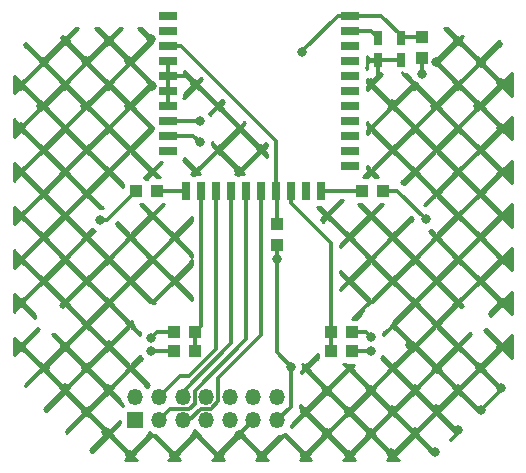
<source format=gtl>
G04 #@! TF.GenerationSoftware,KiCad,Pcbnew,5.0.0-rc2-be01b52~65~ubuntu16.04.1*
G04 #@! TF.CreationDate,2018-06-27T12:44:11+03:00*
G04 #@! TF.ProjectId,livolo_2_channels_1way_eu_switch,6C69766F6C6F5F325F6368616E6E656C,rev?*
G04 #@! TF.SameCoordinates,Original*
G04 #@! TF.FileFunction,Copper,L1,Top,Signal*
G04 #@! TF.FilePolarity,Positive*
%FSLAX46Y46*%
G04 Gerber Fmt 4.6, Leading zero omitted, Abs format (unit mm)*
G04 Created by KiCad (PCBNEW 5.0.0-rc2-be01b52~65~ubuntu16.04.1) date Wed Jun 27 12:44:11 2018*
%MOMM*%
%LPD*%
G01*
G04 APERTURE LIST*
G04 #@! TA.AperFunction,ComponentPad*
%ADD10O,1.350000X1.350000*%
G04 #@! TD*
G04 #@! TA.AperFunction,ComponentPad*
%ADD11R,1.350000X1.350000*%
G04 #@! TD*
G04 #@! TA.AperFunction,SMDPad,CuDef*
%ADD12R,0.750000X1.200000*%
G04 #@! TD*
G04 #@! TA.AperFunction,SMDPad,CuDef*
%ADD13R,1.000000X0.995000*%
G04 #@! TD*
G04 #@! TA.AperFunction,SMDPad,CuDef*
%ADD14R,0.995000X1.000000*%
G04 #@! TD*
G04 #@! TA.AperFunction,SMDPad,CuDef*
%ADD15R,1.524000X0.710000*%
G04 #@! TD*
G04 #@! TA.AperFunction,SMDPad,CuDef*
%ADD16R,0.710000X1.524000*%
G04 #@! TD*
G04 #@! TA.AperFunction,ViaPad*
%ADD17C,0.800000*%
G04 #@! TD*
G04 #@! TA.AperFunction,Conductor*
%ADD18C,0.300000*%
G04 #@! TD*
G04 #@! TA.AperFunction,Conductor*
%ADD19C,0.250000*%
G04 #@! TD*
G04 APERTURE END LIST*
D10*
G04 #@! TO.P,P4,14*
G04 #@! TO.N,N/C*
X143650000Y-107550000D03*
G04 #@! TO.P,P4,13*
G04 #@! TO.N,+3V3*
X143650000Y-109550000D03*
G04 #@! TO.P,P4,12*
G04 #@! TO.N,N/C*
X141650000Y-107550000D03*
G04 #@! TO.P,P4,11*
G04 #@! TO.N,GND*
X141650000Y-109550000D03*
G04 #@! TO.P,P4,10*
G04 #@! TO.N,N/C*
X139650000Y-107550000D03*
G04 #@! TO.P,P4,9*
X139650000Y-109550000D03*
G04 #@! TO.P,P4,8*
X137650000Y-107550000D03*
G04 #@! TO.P,P4,7*
X137650000Y-109550000D03*
G04 #@! TO.P,P4,6*
G04 #@! TO.N,/Relay1_Reset*
X135650000Y-107550000D03*
G04 #@! TO.P,P4,5*
G04 #@! TO.N,/Relay2_Set*
X135650000Y-109550000D03*
G04 #@! TO.P,P4,4*
G04 #@! TO.N,/Relay1_Set*
X133650000Y-107550000D03*
G04 #@! TO.P,P4,3*
G04 #@! TO.N,/Relay2_Reset*
X133650000Y-109550000D03*
G04 #@! TO.P,P4,2*
G04 #@! TO.N,N/C*
X131650000Y-107550000D03*
D11*
G04 #@! TO.P,P4,1*
X131650000Y-109550000D03*
G04 #@! TD*
D12*
G04 #@! TO.P,C3,2*
G04 #@! TO.N,Net-(C3-Pad2)*
X152200000Y-77150000D03*
G04 #@! TO.P,C3,1*
G04 #@! TO.N,GND*
X152200000Y-79050000D03*
G04 #@! TD*
G04 #@! TO.P,C4,1*
G04 #@! TO.N,/XRES*
X154100000Y-77150000D03*
G04 #@! TO.P,C4,2*
G04 #@! TO.N,GND*
X154100000Y-79050000D03*
G04 #@! TD*
D13*
G04 #@! TO.P,R1,1*
G04 #@! TO.N,/XRES*
X155900000Y-77100000D03*
G04 #@! TO.P,R1,2*
G04 #@! TO.N,+3V3*
X155900000Y-78875000D03*
G04 #@! TD*
D14*
G04 #@! TO.P,R4,2*
G04 #@! TO.N,Net-(R4-Pad2)*
X152587500Y-90100000D03*
G04 #@! TO.P,R4,1*
G04 #@! TO.N,/TS2*
X150812500Y-90100000D03*
G04 #@! TD*
G04 #@! TO.P,R5,2*
G04 #@! TO.N,/S1_LEDs*
X148212500Y-102100000D03*
G04 #@! TO.P,R5,1*
G04 #@! TO.N,Net-(D6-Pad2)*
X149987500Y-102100000D03*
G04 #@! TD*
G04 #@! TO.P,R6,1*
G04 #@! TO.N,Net-(D5-Pad1)*
X149987500Y-103700000D03*
G04 #@! TO.P,R6,2*
G04 #@! TO.N,/S1_LEDs*
X148212500Y-103700000D03*
G04 #@! TD*
G04 #@! TO.P,R7,2*
G04 #@! TO.N,/S2_LEDs*
X136675000Y-102100000D03*
G04 #@! TO.P,R7,1*
G04 #@! TO.N,Net-(D3-Pad2)*
X134900000Y-102100000D03*
G04 #@! TD*
G04 #@! TO.P,R8,1*
G04 #@! TO.N,Net-(D4-Pad1)*
X134900000Y-103700000D03*
G04 #@! TO.P,R8,2*
G04 #@! TO.N,/S2_LEDs*
X136675000Y-103700000D03*
G04 #@! TD*
G04 #@! TO.P,R10,1*
G04 #@! TO.N,Net-(R10-Pad1)*
X131712500Y-90100000D03*
G04 #@! TO.P,R10,2*
G04 #@! TO.N,/TS1*
X133487500Y-90100000D03*
G04 #@! TD*
D15*
G04 #@! TO.P,U5,1*
G04 #@! TO.N,/XRES*
X149850000Y-75280000D03*
G04 #@! TO.P,U5,2*
G04 #@! TO.N,Net-(C3-Pad2)*
X149850000Y-76550000D03*
G04 #@! TO.P,U5,3*
G04 #@! TO.N,N/C*
X149850000Y-77820000D03*
G04 #@! TO.P,U5,4*
X149850000Y-79090000D03*
G04 #@! TO.P,U5,5*
X149850000Y-80360000D03*
G04 #@! TO.P,U5,6*
X149850000Y-81630000D03*
G04 #@! TO.P,U5,7*
X149850000Y-82900000D03*
G04 #@! TO.P,U5,8*
X149850000Y-84170000D03*
G04 #@! TO.P,U5,9*
X149850000Y-85440000D03*
G04 #@! TO.P,U5,10*
X149850000Y-86710000D03*
G04 #@! TO.P,U5,11*
X149850000Y-87980000D03*
D16*
G04 #@! TO.P,U5,12*
G04 #@! TO.N,/TS2*
X147400000Y-90100000D03*
G04 #@! TO.P,U5,13*
G04 #@! TO.N,N/C*
X146130000Y-90100000D03*
G04 #@! TO.P,U5,14*
G04 #@! TO.N,/S1_LEDs*
X144860000Y-90100000D03*
G04 #@! TO.P,U5,15*
G04 #@! TO.N,Net-(L1-Pad2)*
X143590000Y-90100000D03*
G04 #@! TO.P,U5,16*
G04 #@! TO.N,/Relay2_Set*
X142320000Y-90100000D03*
G04 #@! TO.P,U5,17*
G04 #@! TO.N,/Relay2_Reset*
X141050000Y-90100000D03*
G04 #@! TO.P,U5,18*
G04 #@! TO.N,/Relay1_Reset*
X139780000Y-90100000D03*
G04 #@! TO.P,U5,19*
G04 #@! TO.N,/Relay1_Set*
X138510000Y-90100000D03*
G04 #@! TO.P,U5,20*
G04 #@! TO.N,/S2_LEDs*
X137240000Y-90100000D03*
G04 #@! TO.P,U5,21*
G04 #@! TO.N,/TS1*
X135970000Y-90100000D03*
D15*
G04 #@! TO.P,U5,27*
G04 #@! TO.N,GND*
X134450000Y-80360000D03*
G04 #@! TO.P,U5,31*
G04 #@! TO.N,N/C*
X134450000Y-75280000D03*
G04 #@! TO.P,U5,29*
G04 #@! TO.N,Net-(L1-Pad2)*
X134450000Y-77820000D03*
G04 #@! TO.P,U5,24*
G04 #@! TO.N,/SWDIO*
X134450000Y-84170000D03*
G04 #@! TO.P,U5,25*
G04 #@! TO.N,GND*
X134450000Y-82900000D03*
G04 #@! TO.P,U5,30*
G04 #@! TO.N,N/C*
X134450000Y-76550000D03*
G04 #@! TO.P,U5,23*
G04 #@! TO.N,/SWCLK*
X134450000Y-85440000D03*
G04 #@! TO.P,U5,26*
G04 #@! TO.N,GND*
X134450000Y-81630000D03*
G04 #@! TO.P,U5,22*
G04 #@! TO.N,N/C*
X134450000Y-86710000D03*
G04 #@! TO.P,U5,28*
G04 #@! TO.N,GND*
X134450000Y-79090000D03*
G04 #@! TD*
D13*
G04 #@! TO.P,L1,1*
G04 #@! TO.N,+3V3*
X143600000Y-94700000D03*
G04 #@! TO.P,L1,2*
G04 #@! TO.N,Net-(L1-Pad2)*
X143600000Y-92925000D03*
G04 #@! TD*
D17*
G04 #@! TO.N,+3V3*
X144800000Y-105000000D03*
X143600000Y-95900000D03*
X155900000Y-80200000D03*
G04 #@! TO.N,GND*
X154900000Y-103200000D03*
X129400000Y-103200000D03*
X140400000Y-110800000D03*
X151600000Y-81000000D03*
X136700000Y-81100000D03*
X122000000Y-81200000D03*
X123700000Y-82900000D03*
X127400000Y-82900000D03*
X131100000Y-82900000D03*
X125700000Y-81200000D03*
X129400000Y-81200000D03*
X133100000Y-81200000D03*
X127500000Y-79100000D03*
X125800000Y-77400000D03*
X129400000Y-77400000D03*
X131100000Y-79100000D03*
X155300000Y-81200000D03*
X157000000Y-82900000D03*
X159000000Y-81200000D03*
X160700000Y-82900000D03*
X162600000Y-81000000D03*
X160900000Y-79300000D03*
X125700000Y-106800000D03*
X124000000Y-105100000D03*
X127500000Y-108800000D03*
X129200000Y-110500000D03*
X153300000Y-112300000D03*
X151600000Y-110600000D03*
X147900000Y-107100000D03*
X149700000Y-108800000D03*
X151600000Y-107000000D03*
X155300000Y-110500000D03*
X157000000Y-112200000D03*
X153400000Y-108700000D03*
X155300000Y-106900000D03*
X159000000Y-110400000D03*
X157100000Y-108600000D03*
X160900000Y-108700000D03*
X157200000Y-105200000D03*
X159000000Y-106900000D03*
X162600000Y-106800000D03*
X160800000Y-105100000D03*
X129300000Y-106900000D03*
X127500000Y-105100000D03*
X131200000Y-112500000D03*
X134900000Y-112600000D03*
X138700000Y-112600000D03*
X142400000Y-112600000D03*
X146000000Y-112600000D03*
X149700000Y-112500000D03*
X147900000Y-110600000D03*
X146000000Y-108800000D03*
X162600000Y-103300000D03*
X162700000Y-99600000D03*
X159000000Y-77400000D03*
X123900000Y-79200000D03*
X133000000Y-77300000D03*
X122000000Y-99600000D03*
X122000000Y-103300000D03*
X125700000Y-103300000D03*
X122000000Y-84700000D03*
X162600000Y-84800000D03*
X153400000Y-82800000D03*
X157100000Y-79200000D03*
X140400000Y-88400000D03*
X142300000Y-86600000D03*
G04 #@! TO.N,Net-(D3-Pad2)*
X133000000Y-102600000D03*
G04 #@! TO.N,Net-(D4-Pad1)*
X133000000Y-103700000D03*
G04 #@! TO.N,Net-(D5-Pad1)*
X151600000Y-103700000D03*
G04 #@! TO.N,Net-(D6-Pad2)*
X151600000Y-102500000D03*
G04 #@! TO.N,/SWCLK*
X137100000Y-86000000D03*
G04 #@! TO.N,/SWDIO*
X137100000Y-84200000D03*
G04 #@! TO.N,Net-(R4-Pad2)*
X156225000Y-92500000D03*
G04 #@! TO.N,Net-(R10-Pad1)*
X128675000Y-92600000D03*
G04 #@! TO.N,/XRES*
X145800000Y-78400000D03*
G04 #@! TD*
D18*
G04 #@! TO.N,+3V3*
X144800000Y-108400000D02*
X144800000Y-105000000D01*
X143650000Y-109550000D02*
X144800000Y-108400000D01*
X143600000Y-103800000D02*
X144800000Y-105000000D01*
X143600000Y-94700000D02*
X143600000Y-95900000D01*
X143600000Y-95900000D02*
X143600000Y-103800000D01*
X155900000Y-80200000D02*
X155900000Y-78875000D01*
G04 #@! TO.N,GND*
X134450000Y-80360000D02*
X134450000Y-79090000D01*
X134450000Y-82900000D02*
X134450000Y-81630000D01*
X152200000Y-79050000D02*
X154100000Y-79050000D01*
X134450000Y-81630000D02*
X134450000Y-80360000D01*
X141650000Y-109550000D02*
X140400000Y-110800000D01*
X152200000Y-80400000D02*
X151600000Y-81000000D01*
X152200000Y-79050000D02*
X152200000Y-80400000D01*
X135960000Y-80360000D02*
X136700000Y-81100000D01*
X134450000Y-80360000D02*
X135960000Y-80360000D01*
G04 #@! TO.N,Net-(D3-Pad2)*
X133500000Y-102100000D02*
X133000000Y-102600000D01*
X134900000Y-102100000D02*
X133500000Y-102100000D01*
G04 #@! TO.N,Net-(D4-Pad1)*
X133000000Y-103700000D02*
X134900000Y-103700000D01*
G04 #@! TO.N,Net-(D5-Pad1)*
X151600000Y-103700000D02*
X149987500Y-103700000D01*
G04 #@! TO.N,Net-(D6-Pad2)*
X149987500Y-102100000D02*
X151200001Y-102100001D01*
X151200001Y-102100001D02*
X151600000Y-102500000D01*
G04 #@! TO.N,/TS2*
X147400000Y-90100000D02*
X150812500Y-90100000D01*
G04 #@! TO.N,/S2_LEDs*
X136675000Y-102100000D02*
X136675000Y-103700000D01*
X136700000Y-102100000D02*
X136675000Y-102100000D01*
X137240000Y-101560000D02*
X136700000Y-102100000D01*
X137240000Y-90100000D02*
X137240000Y-101560000D01*
G04 #@! TO.N,/TS1*
X135970000Y-90100000D02*
X133487500Y-90100000D01*
G04 #@! TO.N,/S1_LEDs*
X148212500Y-103700000D02*
X148212500Y-102100000D01*
X148212500Y-94514500D02*
X144860000Y-91162000D01*
X144860000Y-91162000D02*
X144860000Y-90100000D01*
X148212500Y-102100000D02*
X148212500Y-94514500D01*
G04 #@! TO.N,/Relay2_Reset*
X134625001Y-108574999D02*
X136225001Y-108574999D01*
X133650000Y-109550000D02*
X134625001Y-108574999D01*
X136674999Y-108125001D02*
X136674999Y-107025001D01*
X136225001Y-108574999D02*
X136674999Y-108125001D01*
X141050000Y-102650000D02*
X141050000Y-90100000D01*
X136674999Y-107025001D02*
X141050000Y-102650000D01*
G04 #@! TO.N,/Relay1_Reset*
X135650000Y-107150000D02*
X135650000Y-107550000D01*
X139780000Y-103020000D02*
X135650000Y-107150000D01*
X139780000Y-90100000D02*
X139780000Y-103020000D01*
G04 #@! TO.N,/Relay2_Set*
X137181999Y-108574999D02*
X138025001Y-108574999D01*
X136206998Y-109550000D02*
X137181999Y-108574999D01*
X135650000Y-109550000D02*
X136206998Y-109550000D01*
X138674999Y-107925001D02*
X138674999Y-105925001D01*
X138025001Y-108574999D02*
X138674999Y-107925001D01*
X142320000Y-102280000D02*
X142320000Y-90100000D01*
X138674999Y-105925001D02*
X142320000Y-102280000D01*
G04 #@! TO.N,/Relay1_Set*
X138510000Y-103490000D02*
X138510000Y-90100000D01*
X136200000Y-105800000D02*
X138510000Y-103490000D01*
X135400000Y-105800000D02*
X136200000Y-105800000D01*
X133650000Y-107550000D02*
X135400000Y-105800000D01*
G04 #@! TO.N,/SWCLK*
X134450000Y-85440000D02*
X136540000Y-85440000D01*
X136540000Y-85440000D02*
X137100000Y-86000000D01*
G04 #@! TO.N,/SWDIO*
X134450000Y-84170000D02*
X137070000Y-84170000D01*
X137070000Y-84170000D02*
X137100000Y-84200000D01*
G04 #@! TO.N,Net-(R4-Pad2)*
X153825000Y-90100000D02*
X156225000Y-92500000D01*
X152587500Y-90100000D02*
X153825000Y-90100000D01*
G04 #@! TO.N,Net-(R10-Pad1)*
X129215000Y-92600000D02*
X128675000Y-92600000D01*
X131712500Y-90102500D02*
X129215000Y-92600000D01*
X131712500Y-90100000D02*
X131712500Y-90102500D01*
G04 #@! TO.N,Net-(C3-Pad2)*
X151600000Y-76550000D02*
X152200000Y-77150000D01*
X149850000Y-76550000D02*
X151600000Y-76550000D01*
G04 #@! TO.N,/XRES*
X148788000Y-75280000D02*
X145800000Y-78268000D01*
X145800000Y-78268000D02*
X145800000Y-78400000D01*
X149850000Y-75280000D02*
X148788000Y-75280000D01*
X154100000Y-76925000D02*
X154100000Y-77150000D01*
X154150000Y-77100000D02*
X154100000Y-77150000D01*
X149850000Y-75280000D02*
X152455000Y-75280000D01*
X152455000Y-75280000D02*
X154100000Y-76925000D01*
X155900000Y-77100000D02*
X154150000Y-77100000D01*
G04 #@! TO.N,Net-(L1-Pad2)*
X143600000Y-90110000D02*
X143590000Y-90100000D01*
X143600000Y-92925000D02*
X143600000Y-90110000D01*
X143590000Y-85898000D02*
X143590000Y-90100000D01*
X135512000Y-77820000D02*
X143590000Y-85898000D01*
X134450000Y-77820000D02*
X135512000Y-77820000D01*
G04 #@! TD*
D19*
G04 #@! TO.N,GND*
G36*
X125861612Y-77261612D02*
X125834515Y-77302165D01*
X125825000Y-77350000D01*
X125834515Y-77397835D01*
X125861612Y-77438388D01*
X127411612Y-78988388D01*
X127452165Y-79015485D01*
X127500000Y-79025000D01*
X127547835Y-79015485D01*
X127588388Y-78988388D01*
X129138388Y-77438388D01*
X129165485Y-77397835D01*
X129175000Y-77350000D01*
X129165485Y-77302165D01*
X129138388Y-77261612D01*
X128201776Y-76325000D01*
X128448224Y-76325000D01*
X129311612Y-77188388D01*
X129352165Y-77215485D01*
X129400000Y-77225000D01*
X129447835Y-77215485D01*
X129488388Y-77188388D01*
X130351776Y-76325000D01*
X130498224Y-76325000D01*
X129561612Y-77261612D01*
X129534515Y-77302165D01*
X129525000Y-77350000D01*
X129534515Y-77397835D01*
X129561612Y-77438388D01*
X131111612Y-78988388D01*
X131152165Y-79015485D01*
X131200000Y-79025000D01*
X131247835Y-79015485D01*
X131288388Y-78988388D01*
X132838388Y-77438388D01*
X132865485Y-77397835D01*
X132875000Y-77350000D01*
X132865485Y-77302165D01*
X132838388Y-77261612D01*
X131901776Y-76325000D01*
X132148224Y-76325000D01*
X133011612Y-77188388D01*
X133052165Y-77215485D01*
X133100000Y-77225000D01*
X133108507Y-77223308D01*
X133107781Y-77224666D01*
X133072043Y-77342479D01*
X133059976Y-77465000D01*
X133059976Y-77582961D01*
X133052165Y-77584515D01*
X133011612Y-77611612D01*
X131461612Y-79161612D01*
X131434515Y-79202165D01*
X131425000Y-79250000D01*
X131434515Y-79297835D01*
X131461612Y-79338388D01*
X133011612Y-80888388D01*
X133052165Y-80915485D01*
X133100000Y-80925000D01*
X133147835Y-80915485D01*
X133148488Y-80915049D01*
X133178441Y-80987364D01*
X133183543Y-80995000D01*
X133178441Y-81002636D01*
X133135097Y-81107279D01*
X133113000Y-81218368D01*
X133113000Y-81277586D01*
X133100000Y-81275000D01*
X133052165Y-81284515D01*
X133011612Y-81311612D01*
X131461612Y-82861612D01*
X131434515Y-82902165D01*
X131425000Y-82950000D01*
X131434515Y-82997835D01*
X131461612Y-83038388D01*
X133011612Y-84588388D01*
X133052165Y-84615485D01*
X133069222Y-84618878D01*
X133072043Y-84647521D01*
X133107781Y-84765334D01*
X133128983Y-84805000D01*
X133107781Y-84844666D01*
X133072043Y-84962479D01*
X133070227Y-84980922D01*
X133052165Y-84984515D01*
X133011612Y-85011612D01*
X131461612Y-86561612D01*
X131434515Y-86602165D01*
X131425000Y-86650000D01*
X131434515Y-86697835D01*
X131461612Y-86738388D01*
X133011612Y-88288388D01*
X133052165Y-88315485D01*
X133100000Y-88325000D01*
X133147835Y-88315485D01*
X133188388Y-88288388D01*
X133783752Y-87693024D01*
X133930200Y-87693024D01*
X133261612Y-88361612D01*
X133234515Y-88402165D01*
X133225000Y-88450000D01*
X133234515Y-88497835D01*
X133261612Y-88538388D01*
X133695200Y-88971976D01*
X133448752Y-88971976D01*
X133188388Y-88711612D01*
X133147835Y-88684515D01*
X133100000Y-88675000D01*
X133052165Y-88684515D01*
X133011612Y-88711612D01*
X132650365Y-89072859D01*
X132641089Y-89077817D01*
X132600000Y-89111538D01*
X132558911Y-89077817D01*
X132450334Y-89019781D01*
X132378719Y-88998057D01*
X132838388Y-88538388D01*
X132865485Y-88497835D01*
X132875000Y-88450000D01*
X132865485Y-88402165D01*
X132838388Y-88361612D01*
X131288388Y-86811612D01*
X131247835Y-86784515D01*
X131200000Y-86775000D01*
X131152165Y-86784515D01*
X131111612Y-86811612D01*
X129561612Y-88361612D01*
X129534515Y-88402165D01*
X129525000Y-88450000D01*
X129534515Y-88497835D01*
X129561612Y-88538388D01*
X130590226Y-89567002D01*
X130586976Y-89600000D01*
X130586976Y-89810200D01*
X129488388Y-88711612D01*
X129447835Y-88684515D01*
X129400000Y-88675000D01*
X129352165Y-88684515D01*
X129311612Y-88711612D01*
X127761612Y-90261612D01*
X127734515Y-90302165D01*
X127725000Y-90350000D01*
X127734515Y-90397835D01*
X127761612Y-90438388D01*
X128928584Y-91605360D01*
X128775954Y-91575000D01*
X128651776Y-91575000D01*
X127588388Y-90511612D01*
X127547835Y-90484515D01*
X127500000Y-90475000D01*
X127452165Y-90484515D01*
X127411612Y-90511612D01*
X125861612Y-92061612D01*
X125834515Y-92102165D01*
X125825000Y-92150000D01*
X125834515Y-92197835D01*
X125861612Y-92238388D01*
X127411612Y-93788388D01*
X127452165Y-93815485D01*
X127500000Y-93825000D01*
X127547835Y-93815485D01*
X127588388Y-93788388D01*
X128001103Y-93375673D01*
X128021600Y-93396170D01*
X128189480Y-93508344D01*
X128207441Y-93515783D01*
X127761612Y-93961612D01*
X127734515Y-94002165D01*
X127725000Y-94050000D01*
X127734515Y-94097835D01*
X127761612Y-94138388D01*
X129311612Y-95688388D01*
X129352165Y-95715485D01*
X129400000Y-95725000D01*
X129447835Y-95715485D01*
X129488388Y-95688388D01*
X131038388Y-94138388D01*
X131065485Y-94097835D01*
X131075000Y-94050000D01*
X131425000Y-94050000D01*
X131434515Y-94097835D01*
X131461612Y-94138388D01*
X133011612Y-95688388D01*
X133052165Y-95715485D01*
X133100000Y-95725000D01*
X133147835Y-95715485D01*
X133188388Y-95688388D01*
X134738388Y-94138388D01*
X134765485Y-94097835D01*
X134775000Y-94050000D01*
X134765485Y-94002165D01*
X134738388Y-93961612D01*
X133188388Y-92411612D01*
X133147835Y-92384515D01*
X133100000Y-92375000D01*
X133052165Y-92384515D01*
X133011612Y-92411612D01*
X131461612Y-93961612D01*
X131434515Y-94002165D01*
X131425000Y-94050000D01*
X131075000Y-94050000D01*
X131065485Y-94002165D01*
X131038388Y-93961612D01*
X129993895Y-92917119D01*
X130117119Y-92793895D01*
X131111612Y-93788388D01*
X131152165Y-93815485D01*
X131200000Y-93825000D01*
X131247835Y-93815485D01*
X131288388Y-93788388D01*
X132838388Y-92238388D01*
X132865485Y-92197835D01*
X132875000Y-92150000D01*
X132865485Y-92102165D01*
X132838388Y-92061612D01*
X132004800Y-91228024D01*
X132210000Y-91228024D01*
X132247550Y-91224326D01*
X133011612Y-91988388D01*
X133052165Y-92015485D01*
X133100000Y-92025000D01*
X133147835Y-92015485D01*
X133188388Y-91988388D01*
X133948752Y-91228024D01*
X133985000Y-91228024D01*
X134107239Y-91215985D01*
X133261612Y-92061612D01*
X133234515Y-92102165D01*
X133225000Y-92150000D01*
X133234515Y-92197835D01*
X133261612Y-92238388D01*
X134811612Y-93788388D01*
X134852165Y-93815485D01*
X134900000Y-93825000D01*
X134947835Y-93815485D01*
X134988388Y-93788388D01*
X136465000Y-92311776D01*
X136465000Y-92658224D01*
X135161612Y-93961612D01*
X135134515Y-94002165D01*
X135125000Y-94050000D01*
X135134515Y-94097835D01*
X135161612Y-94138388D01*
X136465000Y-95441776D01*
X136465000Y-95688224D01*
X134988388Y-94211612D01*
X134947835Y-94184515D01*
X134900000Y-94175000D01*
X134852165Y-94184515D01*
X134811612Y-94211612D01*
X133261612Y-95761612D01*
X133234515Y-95802165D01*
X133225000Y-95850000D01*
X133234515Y-95897835D01*
X133261612Y-95938388D01*
X134811612Y-97488388D01*
X134852165Y-97515485D01*
X134900000Y-97525000D01*
X134947835Y-97515485D01*
X134988388Y-97488388D01*
X136465001Y-96011775D01*
X136465001Y-96358223D01*
X135161612Y-97661612D01*
X135134515Y-97702165D01*
X135125000Y-97750000D01*
X135134515Y-97797835D01*
X135161612Y-97838388D01*
X136465001Y-99141777D01*
X136465001Y-99388225D01*
X134988388Y-97911612D01*
X134947835Y-97884515D01*
X134900000Y-97875000D01*
X134852165Y-97884515D01*
X134811612Y-97911612D01*
X133261612Y-99461612D01*
X133234515Y-99502165D01*
X133225000Y-99550000D01*
X133234515Y-99597835D01*
X133261612Y-99638388D01*
X133271770Y-99648546D01*
X133101073Y-99577841D01*
X132871453Y-99532166D01*
X132865485Y-99502165D01*
X132838388Y-99461612D01*
X131288388Y-97911612D01*
X131247835Y-97884515D01*
X131200000Y-97875000D01*
X131152165Y-97884515D01*
X131111612Y-97911612D01*
X129561612Y-99461612D01*
X129534515Y-99502165D01*
X129525000Y-99550000D01*
X129534515Y-99597835D01*
X129561612Y-99638388D01*
X131111612Y-101188388D01*
X131152165Y-101215485D01*
X131200000Y-101225000D01*
X131247835Y-101215485D01*
X131288388Y-101188388D01*
X131344304Y-101132472D01*
X131377841Y-101301073D01*
X131429713Y-101426304D01*
X131425000Y-101450000D01*
X131434515Y-101497835D01*
X131461612Y-101538388D01*
X131495506Y-101572282D01*
X131631968Y-101776511D01*
X131823489Y-101968032D01*
X132027718Y-102104494D01*
X132075854Y-102152630D01*
X132014390Y-102301018D01*
X132008318Y-102331542D01*
X131288388Y-101611612D01*
X131247835Y-101584515D01*
X131200000Y-101575000D01*
X131152165Y-101584515D01*
X131111612Y-101611612D01*
X129561612Y-103161612D01*
X129534515Y-103202165D01*
X129525000Y-103250000D01*
X129534515Y-103297835D01*
X129561612Y-103338388D01*
X131111612Y-104888388D01*
X131152165Y-104915485D01*
X131200000Y-104925000D01*
X131247835Y-104915485D01*
X131288388Y-104888388D01*
X132062250Y-104114526D01*
X132091656Y-104185520D01*
X132190209Y-104333015D01*
X131461612Y-105061612D01*
X131434515Y-105102165D01*
X131425000Y-105150000D01*
X131434515Y-105197835D01*
X131461612Y-105238388D01*
X132793993Y-106570769D01*
X132726313Y-106626313D01*
X132670769Y-106693993D01*
X131288388Y-105311612D01*
X131247835Y-105284515D01*
X131200000Y-105275000D01*
X131152165Y-105284515D01*
X131111612Y-105311612D01*
X129561612Y-106861612D01*
X129534515Y-106902165D01*
X129525000Y-106950000D01*
X129534515Y-106997835D01*
X129561612Y-107038388D01*
X130386550Y-107863326D01*
X130443145Y-108049896D01*
X130563860Y-108275736D01*
X130615793Y-108339017D01*
X129488388Y-107211612D01*
X129447835Y-107184515D01*
X129400000Y-107175000D01*
X129352165Y-107184515D01*
X129311612Y-107211612D01*
X127761612Y-108761612D01*
X127734515Y-108802165D01*
X127725000Y-108850000D01*
X127734515Y-108897835D01*
X127761612Y-108938388D01*
X129311612Y-110488388D01*
X129352165Y-110515485D01*
X129400000Y-110525000D01*
X129447835Y-110515485D01*
X129488388Y-110488388D01*
X130346976Y-109629800D01*
X130346976Y-109776248D01*
X129561612Y-110561612D01*
X129534515Y-110602165D01*
X129525000Y-110650000D01*
X129534515Y-110697835D01*
X129561612Y-110738388D01*
X131111612Y-112288388D01*
X131152165Y-112315485D01*
X131200000Y-112325000D01*
X131247835Y-112315485D01*
X131288388Y-112288388D01*
X132838388Y-110738388D01*
X132865485Y-110697835D01*
X132875000Y-110650000D01*
X132865485Y-110602165D01*
X132846865Y-110574299D01*
X132847183Y-110573911D01*
X132847565Y-110573196D01*
X132924264Y-110636140D01*
X133150104Y-110756855D01*
X133336674Y-110813450D01*
X134811612Y-112288388D01*
X134852165Y-112315485D01*
X134900000Y-112325000D01*
X134947835Y-112315485D01*
X134988388Y-112288388D01*
X136538388Y-110738388D01*
X136565485Y-110697835D01*
X136575000Y-110650000D01*
X136565485Y-110602165D01*
X136538388Y-110561612D01*
X136506007Y-110529231D01*
X136573687Y-110473687D01*
X136629231Y-110406007D01*
X136711612Y-110488388D01*
X136752165Y-110515485D01*
X136785268Y-110522070D01*
X136924264Y-110636140D01*
X136927421Y-110637828D01*
X136925000Y-110650000D01*
X136934515Y-110697835D01*
X136961612Y-110738388D01*
X138511612Y-112288388D01*
X138552165Y-112315485D01*
X138600000Y-112325000D01*
X138647835Y-112315485D01*
X138688388Y-112288388D01*
X140238388Y-110738388D01*
X140265485Y-110697835D01*
X140266100Y-110694742D01*
X140375736Y-110636140D01*
X140514732Y-110522070D01*
X140547835Y-110515485D01*
X140588388Y-110488388D01*
X140710847Y-110365929D01*
X140779866Y-110443358D01*
X140661612Y-110561612D01*
X140634515Y-110602165D01*
X140625000Y-110650000D01*
X140634515Y-110697835D01*
X140661612Y-110738388D01*
X142211612Y-112288388D01*
X142252165Y-112315485D01*
X142300000Y-112325000D01*
X142347835Y-112315485D01*
X142388388Y-112288388D01*
X143839112Y-110837664D01*
X143904845Y-110831190D01*
X144149896Y-110756855D01*
X144327384Y-110661985D01*
X144334515Y-110697835D01*
X144361612Y-110738388D01*
X145911612Y-112288388D01*
X145952165Y-112315485D01*
X146000000Y-112325000D01*
X146047835Y-112315485D01*
X146088388Y-112288388D01*
X147638388Y-110738388D01*
X147665485Y-110697835D01*
X147675000Y-110650000D01*
X148025000Y-110650000D01*
X148034515Y-110697835D01*
X148061612Y-110738388D01*
X149611612Y-112288388D01*
X149652165Y-112315485D01*
X149700000Y-112325000D01*
X149747835Y-112315485D01*
X149788388Y-112288388D01*
X151338388Y-110738388D01*
X151365485Y-110697835D01*
X151375000Y-110650000D01*
X151725000Y-110650000D01*
X151734515Y-110697835D01*
X151761612Y-110738388D01*
X153311612Y-112288388D01*
X153352165Y-112315485D01*
X153400000Y-112325000D01*
X153447835Y-112315485D01*
X153488388Y-112288388D01*
X155038388Y-110738388D01*
X155065485Y-110697835D01*
X155075000Y-110650000D01*
X155065485Y-110602165D01*
X155038388Y-110561612D01*
X153488388Y-109011612D01*
X153447835Y-108984515D01*
X153400000Y-108975000D01*
X153352165Y-108984515D01*
X153311612Y-109011612D01*
X151761612Y-110561612D01*
X151734515Y-110602165D01*
X151725000Y-110650000D01*
X151375000Y-110650000D01*
X151365485Y-110602165D01*
X151338388Y-110561612D01*
X149788388Y-109011612D01*
X149747835Y-108984515D01*
X149700000Y-108975000D01*
X149652165Y-108984515D01*
X149611612Y-109011612D01*
X148061612Y-110561612D01*
X148034515Y-110602165D01*
X148025000Y-110650000D01*
X147675000Y-110650000D01*
X147665485Y-110602165D01*
X147638388Y-110561612D01*
X146088388Y-109011612D01*
X146047835Y-108984515D01*
X146000000Y-108975000D01*
X145952165Y-108984515D01*
X145911612Y-109011612D01*
X144837939Y-110085285D01*
X144856855Y-110049896D01*
X144913450Y-109863326D01*
X145838388Y-108938388D01*
X145865485Y-108897835D01*
X145875000Y-108850000D01*
X146225000Y-108850000D01*
X146234515Y-108897835D01*
X146261612Y-108938388D01*
X147811612Y-110488388D01*
X147852165Y-110515485D01*
X147900000Y-110525000D01*
X147947835Y-110515485D01*
X147988388Y-110488388D01*
X149538388Y-108938388D01*
X149565485Y-108897835D01*
X149575000Y-108850000D01*
X149925000Y-108850000D01*
X149934515Y-108897835D01*
X149961612Y-108938388D01*
X151511612Y-110488388D01*
X151552165Y-110515485D01*
X151600000Y-110525000D01*
X151647835Y-110515485D01*
X151688388Y-110488388D01*
X153238388Y-108938388D01*
X153265485Y-108897835D01*
X153275000Y-108850000D01*
X153625000Y-108850000D01*
X153634515Y-108897835D01*
X153661612Y-108938388D01*
X155211612Y-110488388D01*
X155252165Y-110515485D01*
X155300000Y-110525000D01*
X155347835Y-110515485D01*
X155388388Y-110488388D01*
X156938388Y-108938388D01*
X156965485Y-108897835D01*
X156975000Y-108850000D01*
X156965485Y-108802165D01*
X156938388Y-108761612D01*
X155388388Y-107211612D01*
X155347835Y-107184515D01*
X155300000Y-107175000D01*
X155252165Y-107184515D01*
X155211612Y-107211612D01*
X153661612Y-108761612D01*
X153634515Y-108802165D01*
X153625000Y-108850000D01*
X153275000Y-108850000D01*
X153265485Y-108802165D01*
X153238388Y-108761612D01*
X151688388Y-107211612D01*
X151647835Y-107184515D01*
X151600000Y-107175000D01*
X151552165Y-107184515D01*
X151511612Y-107211612D01*
X149961612Y-108761612D01*
X149934515Y-108802165D01*
X149925000Y-108850000D01*
X149575000Y-108850000D01*
X149565485Y-108802165D01*
X149538388Y-108761612D01*
X147988388Y-107211612D01*
X147947835Y-107184515D01*
X147900000Y-107175000D01*
X147852165Y-107184515D01*
X147811612Y-107211612D01*
X146261612Y-108761612D01*
X146234515Y-108802165D01*
X146225000Y-108850000D01*
X145875000Y-108850000D01*
X145865485Y-108802165D01*
X145838388Y-108761612D01*
X145569606Y-108492830D01*
X145575000Y-108438065D01*
X145575000Y-108438063D01*
X145578749Y-108400000D01*
X145575000Y-108361937D01*
X145575000Y-108251776D01*
X145911612Y-108588388D01*
X145952165Y-108615485D01*
X146000000Y-108625000D01*
X146047835Y-108615485D01*
X146088388Y-108588388D01*
X147638388Y-107038388D01*
X147665485Y-106997835D01*
X147675000Y-106950000D01*
X148025000Y-106950000D01*
X148034515Y-106997835D01*
X148061612Y-107038388D01*
X149611612Y-108588388D01*
X149652165Y-108615485D01*
X149700000Y-108625000D01*
X149747835Y-108615485D01*
X149788388Y-108588388D01*
X151338388Y-107038388D01*
X151365485Y-106997835D01*
X151375000Y-106950000D01*
X151725000Y-106950000D01*
X151734515Y-106997835D01*
X151761612Y-107038388D01*
X153311612Y-108588388D01*
X153352165Y-108615485D01*
X153400000Y-108625000D01*
X153447835Y-108615485D01*
X153488388Y-108588388D01*
X155038388Y-107038388D01*
X155065485Y-106997835D01*
X155075000Y-106950000D01*
X155425000Y-106950000D01*
X155434515Y-106997835D01*
X155461612Y-107038388D01*
X157011612Y-108588388D01*
X157052165Y-108615485D01*
X157100000Y-108625000D01*
X157147835Y-108615485D01*
X157188388Y-108588388D01*
X158738388Y-107038388D01*
X158765485Y-106997835D01*
X158775000Y-106950000D01*
X159125000Y-106950000D01*
X159134515Y-106997835D01*
X159161612Y-107038388D01*
X160711612Y-108588388D01*
X160752165Y-108615485D01*
X160800000Y-108625000D01*
X160847835Y-108615485D01*
X160888388Y-108588388D01*
X162438388Y-107038388D01*
X162465485Y-106997835D01*
X162475000Y-106950000D01*
X162465485Y-106902165D01*
X162438388Y-106861612D01*
X160888388Y-105311612D01*
X160847835Y-105284515D01*
X160800000Y-105275000D01*
X160752165Y-105284515D01*
X160711612Y-105311612D01*
X159161612Y-106861612D01*
X159134515Y-106902165D01*
X159125000Y-106950000D01*
X158775000Y-106950000D01*
X158765485Y-106902165D01*
X158738388Y-106861612D01*
X157188388Y-105311612D01*
X157147835Y-105284515D01*
X157100000Y-105275000D01*
X157052165Y-105284515D01*
X157011612Y-105311612D01*
X155461612Y-106861612D01*
X155434515Y-106902165D01*
X155425000Y-106950000D01*
X155075000Y-106950000D01*
X155065485Y-106902165D01*
X155038388Y-106861612D01*
X153488388Y-105311612D01*
X153447835Y-105284515D01*
X153400000Y-105275000D01*
X153352165Y-105284515D01*
X153311612Y-105311612D01*
X151761612Y-106861612D01*
X151734515Y-106902165D01*
X151725000Y-106950000D01*
X151375000Y-106950000D01*
X151365485Y-106902165D01*
X151338388Y-106861612D01*
X149788388Y-105311612D01*
X149747835Y-105284515D01*
X149700000Y-105275000D01*
X149652165Y-105284515D01*
X149611612Y-105311612D01*
X148061612Y-106861612D01*
X148034515Y-106902165D01*
X148025000Y-106950000D01*
X147675000Y-106950000D01*
X147665485Y-106902165D01*
X147638388Y-106861612D01*
X146088388Y-105311612D01*
X146047835Y-105284515D01*
X146000000Y-105275000D01*
X145952165Y-105284515D01*
X145911612Y-105311612D01*
X145649222Y-105574002D01*
X145708344Y-105485520D01*
X145785610Y-105298982D01*
X145787551Y-105289225D01*
X145838388Y-105238388D01*
X145865485Y-105197835D01*
X145875000Y-105150000D01*
X145865485Y-105102165D01*
X145838388Y-105061612D01*
X145825000Y-105048224D01*
X145825000Y-104899046D01*
X145800848Y-104777624D01*
X145911612Y-104888388D01*
X145952165Y-104915485D01*
X146000000Y-104925000D01*
X146047835Y-104915485D01*
X146088388Y-104888388D01*
X147086976Y-103889800D01*
X147086976Y-104200000D01*
X147090226Y-104232998D01*
X146261612Y-105061612D01*
X146234515Y-105102165D01*
X146225000Y-105150000D01*
X146234515Y-105197835D01*
X146261612Y-105238388D01*
X147811612Y-106788388D01*
X147852165Y-106815485D01*
X147900000Y-106825000D01*
X147947835Y-106815485D01*
X147988388Y-106788388D01*
X149538388Y-105238388D01*
X149565485Y-105197835D01*
X149575000Y-105150000D01*
X149565485Y-105102165D01*
X149538388Y-105061612D01*
X149260186Y-104783410D01*
X149367479Y-104815957D01*
X149490000Y-104828024D01*
X149551248Y-104828024D01*
X149611612Y-104888388D01*
X149652165Y-104915485D01*
X149700000Y-104925000D01*
X149747835Y-104915485D01*
X149788388Y-104888388D01*
X149848752Y-104828024D01*
X150195200Y-104828024D01*
X149961612Y-105061612D01*
X149934515Y-105102165D01*
X149925000Y-105150000D01*
X149934515Y-105197835D01*
X149961612Y-105238388D01*
X151511612Y-106788388D01*
X151552165Y-106815485D01*
X151600000Y-106825000D01*
X151647835Y-106815485D01*
X151688388Y-106788388D01*
X153238388Y-105238388D01*
X153265485Y-105197835D01*
X153275000Y-105150000D01*
X153625000Y-105150000D01*
X153634515Y-105197835D01*
X153661612Y-105238388D01*
X155211612Y-106788388D01*
X155252165Y-106815485D01*
X155300000Y-106825000D01*
X155347835Y-106815485D01*
X155388388Y-106788388D01*
X156938388Y-105238388D01*
X156965485Y-105197835D01*
X156975000Y-105150000D01*
X157325000Y-105150000D01*
X157334515Y-105197835D01*
X157361612Y-105238388D01*
X158911612Y-106788388D01*
X158952165Y-106815485D01*
X159000000Y-106825000D01*
X159047835Y-106815485D01*
X159088388Y-106788388D01*
X160638388Y-105238388D01*
X160665485Y-105197835D01*
X160675000Y-105150000D01*
X160665485Y-105102165D01*
X160638388Y-105061612D01*
X159088388Y-103511612D01*
X159047835Y-103484515D01*
X159000000Y-103475000D01*
X158952165Y-103484515D01*
X158911612Y-103511612D01*
X157361612Y-105061612D01*
X157334515Y-105102165D01*
X157325000Y-105150000D01*
X156975000Y-105150000D01*
X156965485Y-105102165D01*
X156938388Y-105061612D01*
X155388388Y-103511612D01*
X155347835Y-103484515D01*
X155300000Y-103475000D01*
X155252165Y-103484515D01*
X155211612Y-103511612D01*
X153661612Y-105061612D01*
X153634515Y-105102165D01*
X153625000Y-105150000D01*
X153275000Y-105150000D01*
X153265485Y-105102165D01*
X153238388Y-105061612D01*
X152449845Y-104273069D01*
X152508344Y-104185520D01*
X152537750Y-104114526D01*
X153311612Y-104888388D01*
X153352165Y-104915485D01*
X153400000Y-104925000D01*
X153447835Y-104915485D01*
X153488388Y-104888388D01*
X155038388Y-103338388D01*
X155065485Y-103297835D01*
X155075000Y-103250000D01*
X155425000Y-103250000D01*
X155434515Y-103297835D01*
X155461612Y-103338388D01*
X157011612Y-104888388D01*
X157052165Y-104915485D01*
X157100000Y-104925000D01*
X157147835Y-104915485D01*
X157188388Y-104888388D01*
X158738388Y-103338388D01*
X158765485Y-103297835D01*
X158775000Y-103250000D01*
X158765485Y-103202165D01*
X158738388Y-103161612D01*
X157188388Y-101611612D01*
X157147835Y-101584515D01*
X157100000Y-101575000D01*
X157052165Y-101584515D01*
X157011612Y-101611612D01*
X155461612Y-103161612D01*
X155434515Y-103202165D01*
X155425000Y-103250000D01*
X155075000Y-103250000D01*
X155065485Y-103202165D01*
X155038388Y-103161612D01*
X153488388Y-101611612D01*
X153447835Y-101584515D01*
X153400000Y-101575000D01*
X153352165Y-101584515D01*
X153311612Y-101611612D01*
X152608273Y-102314951D01*
X152585610Y-102201018D01*
X152582724Y-102194052D01*
X152677833Y-102098943D01*
X152751307Y-102068509D01*
X152976511Y-101918032D01*
X153168032Y-101726511D01*
X153318509Y-101501307D01*
X153339760Y-101450000D01*
X153625000Y-101450000D01*
X153634515Y-101497835D01*
X153661612Y-101538388D01*
X155211612Y-103088388D01*
X155252165Y-103115485D01*
X155300000Y-103125000D01*
X155347835Y-103115485D01*
X155388388Y-103088388D01*
X156938388Y-101538388D01*
X156965485Y-101497835D01*
X156975000Y-101450000D01*
X156965485Y-101402165D01*
X156938388Y-101361612D01*
X155388388Y-99811612D01*
X155347835Y-99784515D01*
X155300000Y-99775000D01*
X155252165Y-99784515D01*
X155211612Y-99811612D01*
X153661612Y-101361612D01*
X153634515Y-101402165D01*
X153625000Y-101450000D01*
X153339760Y-101450000D01*
X153422159Y-101251073D01*
X153428472Y-101219337D01*
X153447835Y-101215485D01*
X153488388Y-101188388D01*
X155038388Y-99638388D01*
X155065485Y-99597835D01*
X155075000Y-99550000D01*
X155425000Y-99550000D01*
X155434515Y-99597835D01*
X155461612Y-99638388D01*
X157011612Y-101188388D01*
X157052165Y-101215485D01*
X157100000Y-101225000D01*
X157147835Y-101215485D01*
X157188388Y-101188388D01*
X158738388Y-99638388D01*
X158765485Y-99597835D01*
X158775000Y-99550000D01*
X158765485Y-99502165D01*
X158738388Y-99461612D01*
X157188388Y-97911612D01*
X157147835Y-97884515D01*
X157100000Y-97875000D01*
X157052165Y-97884515D01*
X157011612Y-97911612D01*
X155461612Y-99461612D01*
X155434515Y-99502165D01*
X155425000Y-99550000D01*
X155075000Y-99550000D01*
X155065485Y-99502165D01*
X155038388Y-99461612D01*
X153488388Y-97911612D01*
X153447835Y-97884515D01*
X153400000Y-97875000D01*
X153352165Y-97884515D01*
X153311612Y-97911612D01*
X151761612Y-99461612D01*
X151734515Y-99502165D01*
X151730663Y-99521528D01*
X151698927Y-99527841D01*
X151448693Y-99631491D01*
X151223489Y-99781968D01*
X151031968Y-99973489D01*
X150881491Y-100198693D01*
X150777841Y-100448927D01*
X150753890Y-100569334D01*
X150351248Y-100971976D01*
X150004800Y-100971976D01*
X151338388Y-99638388D01*
X151365485Y-99597835D01*
X151375000Y-99550000D01*
X151365485Y-99502165D01*
X151338388Y-99461612D01*
X149788388Y-97911612D01*
X149747835Y-97884515D01*
X149700000Y-97875000D01*
X149652165Y-97884515D01*
X149611612Y-97911612D01*
X148987500Y-98535724D01*
X148987500Y-98389276D01*
X149538388Y-97838388D01*
X149565485Y-97797835D01*
X149575000Y-97750000D01*
X149925000Y-97750000D01*
X149934515Y-97797835D01*
X149961612Y-97838388D01*
X151511612Y-99388388D01*
X151552165Y-99415485D01*
X151600000Y-99425000D01*
X151647835Y-99415485D01*
X151688388Y-99388388D01*
X153238388Y-97838388D01*
X153265485Y-97797835D01*
X153275000Y-97750000D01*
X153625000Y-97750000D01*
X153634515Y-97797835D01*
X153661612Y-97838388D01*
X155211612Y-99388388D01*
X155252165Y-99415485D01*
X155300000Y-99425000D01*
X155347835Y-99415485D01*
X155388388Y-99388388D01*
X156938388Y-97838388D01*
X156965485Y-97797835D01*
X156975000Y-97750000D01*
X157325000Y-97750000D01*
X157334515Y-97797835D01*
X157361612Y-97838388D01*
X158911612Y-99388388D01*
X158952165Y-99415485D01*
X159000000Y-99425000D01*
X159047835Y-99415485D01*
X159088388Y-99388388D01*
X160638388Y-97838388D01*
X160665485Y-97797835D01*
X160675000Y-97750000D01*
X160665485Y-97702165D01*
X160638388Y-97661612D01*
X159088388Y-96111612D01*
X159047835Y-96084515D01*
X159000000Y-96075000D01*
X158952165Y-96084515D01*
X158911612Y-96111612D01*
X157361612Y-97661612D01*
X157334515Y-97702165D01*
X157325000Y-97750000D01*
X156975000Y-97750000D01*
X156965485Y-97702165D01*
X156938388Y-97661612D01*
X155388388Y-96111612D01*
X155347835Y-96084515D01*
X155300000Y-96075000D01*
X155252165Y-96084515D01*
X155211612Y-96111612D01*
X153661612Y-97661612D01*
X153634515Y-97702165D01*
X153625000Y-97750000D01*
X153275000Y-97750000D01*
X153265485Y-97702165D01*
X153238388Y-97661612D01*
X151688388Y-96111612D01*
X151647835Y-96084515D01*
X151600000Y-96075000D01*
X151552165Y-96084515D01*
X151511612Y-96111612D01*
X149961612Y-97661612D01*
X149934515Y-97702165D01*
X149925000Y-97750000D01*
X149575000Y-97750000D01*
X149565485Y-97702165D01*
X149538388Y-97661612D01*
X148987500Y-97110724D01*
X148987500Y-96864276D01*
X149611612Y-97488388D01*
X149652165Y-97515485D01*
X149700000Y-97525000D01*
X149747835Y-97515485D01*
X149788388Y-97488388D01*
X151338388Y-95938388D01*
X151365485Y-95897835D01*
X151375000Y-95850000D01*
X151725000Y-95850000D01*
X151734515Y-95897835D01*
X151761612Y-95938388D01*
X153311612Y-97488388D01*
X153352165Y-97515485D01*
X153400000Y-97525000D01*
X153447835Y-97515485D01*
X153488388Y-97488388D01*
X155038388Y-95938388D01*
X155065485Y-95897835D01*
X155075000Y-95850000D01*
X155425000Y-95850000D01*
X155434515Y-95897835D01*
X155461612Y-95938388D01*
X157011612Y-97488388D01*
X157052165Y-97515485D01*
X157100000Y-97525000D01*
X157147835Y-97515485D01*
X157188388Y-97488388D01*
X158738388Y-95938388D01*
X158765485Y-95897835D01*
X158775000Y-95850000D01*
X159125000Y-95850000D01*
X159134515Y-95897835D01*
X159161612Y-95938388D01*
X160711612Y-97488388D01*
X160752165Y-97515485D01*
X160800000Y-97525000D01*
X160847835Y-97515485D01*
X160888388Y-97488388D01*
X162438388Y-95938388D01*
X162465485Y-95897835D01*
X162475000Y-95850000D01*
X162465485Y-95802165D01*
X162438388Y-95761612D01*
X160888388Y-94211612D01*
X160847835Y-94184515D01*
X160800000Y-94175000D01*
X160752165Y-94184515D01*
X160711612Y-94211612D01*
X159161612Y-95761612D01*
X159134515Y-95802165D01*
X159125000Y-95850000D01*
X158775000Y-95850000D01*
X158765485Y-95802165D01*
X158738388Y-95761612D01*
X157188388Y-94211612D01*
X157147835Y-94184515D01*
X157100000Y-94175000D01*
X157052165Y-94184515D01*
X157011612Y-94211612D01*
X155461612Y-95761612D01*
X155434515Y-95802165D01*
X155425000Y-95850000D01*
X155075000Y-95850000D01*
X155065485Y-95802165D01*
X155038388Y-95761612D01*
X153488388Y-94211612D01*
X153447835Y-94184515D01*
X153400000Y-94175000D01*
X153352165Y-94184515D01*
X153311612Y-94211612D01*
X151761612Y-95761612D01*
X151734515Y-95802165D01*
X151725000Y-95850000D01*
X151375000Y-95850000D01*
X151365485Y-95802165D01*
X151338388Y-95761612D01*
X149788388Y-94211612D01*
X149747835Y-94184515D01*
X149700000Y-94175000D01*
X149652165Y-94184515D01*
X149611612Y-94211612D01*
X148987500Y-94835724D01*
X148987500Y-94689276D01*
X149538388Y-94138388D01*
X149565485Y-94097835D01*
X149575000Y-94050000D01*
X149925000Y-94050000D01*
X149934515Y-94097835D01*
X149961612Y-94138388D01*
X151511612Y-95688388D01*
X151552165Y-95715485D01*
X151600000Y-95725000D01*
X151647835Y-95715485D01*
X151688388Y-95688388D01*
X153238388Y-94138388D01*
X153265485Y-94097835D01*
X153275000Y-94050000D01*
X153265485Y-94002165D01*
X153238388Y-93961612D01*
X151688388Y-92411612D01*
X151647835Y-92384515D01*
X151600000Y-92375000D01*
X151552165Y-92384515D01*
X151511612Y-92411612D01*
X149961612Y-93961612D01*
X149934515Y-94002165D01*
X149925000Y-94050000D01*
X149575000Y-94050000D01*
X149565485Y-94002165D01*
X149538388Y-93961612D01*
X147988388Y-92411612D01*
X147947835Y-92384515D01*
X147900000Y-92375000D01*
X147852165Y-92384515D01*
X147811612Y-92411612D01*
X147508619Y-92714605D01*
X147335395Y-92541381D01*
X147638388Y-92238388D01*
X147665485Y-92197835D01*
X147675000Y-92150000D01*
X147665485Y-92102165D01*
X147638388Y-92061612D01*
X147066800Y-91490024D01*
X147313248Y-91490024D01*
X147811612Y-91988388D01*
X147852165Y-92015485D01*
X147900000Y-92025000D01*
X147947835Y-92015485D01*
X147988388Y-91988388D01*
X149101776Y-90875000D01*
X149248224Y-90875000D01*
X148061612Y-92061612D01*
X148034515Y-92102165D01*
X148025000Y-92150000D01*
X148034515Y-92197835D01*
X148061612Y-92238388D01*
X149611612Y-93788388D01*
X149652165Y-93815485D01*
X149700000Y-93825000D01*
X149747835Y-93815485D01*
X149788388Y-93788388D01*
X151338388Y-92238388D01*
X151365485Y-92197835D01*
X151375000Y-92150000D01*
X151365485Y-92102165D01*
X151338388Y-92061612D01*
X150504800Y-91228024D01*
X150751248Y-91228024D01*
X151511612Y-91988388D01*
X151552165Y-92015485D01*
X151600000Y-92025000D01*
X151647835Y-92015485D01*
X151688388Y-91988388D01*
X152448752Y-91228024D01*
X152595200Y-91228024D01*
X151761612Y-92061612D01*
X151734515Y-92102165D01*
X151725000Y-92150000D01*
X151734515Y-92197835D01*
X151761612Y-92238388D01*
X153311612Y-93788388D01*
X153352165Y-93815485D01*
X153400000Y-93825000D01*
X153447835Y-93815485D01*
X153488388Y-93788388D01*
X154952880Y-92323896D01*
X155126104Y-92497120D01*
X153661612Y-93961612D01*
X153634515Y-94002165D01*
X153625000Y-94050000D01*
X153634515Y-94097835D01*
X153661612Y-94138388D01*
X155211612Y-95688388D01*
X155252165Y-95715485D01*
X155300000Y-95725000D01*
X155347835Y-95715485D01*
X155388388Y-95688388D01*
X156938388Y-94138388D01*
X156965485Y-94097835D01*
X156975000Y-94050000D01*
X157325000Y-94050000D01*
X157334515Y-94097835D01*
X157361612Y-94138388D01*
X158911612Y-95688388D01*
X158952165Y-95715485D01*
X159000000Y-95725000D01*
X159047835Y-95715485D01*
X159088388Y-95688388D01*
X160638388Y-94138388D01*
X160665485Y-94097835D01*
X160675000Y-94050000D01*
X160665485Y-94002165D01*
X160638388Y-93961612D01*
X159088388Y-92411612D01*
X159047835Y-92384515D01*
X159000000Y-92375000D01*
X158952165Y-92384515D01*
X158911612Y-92411612D01*
X157361612Y-93961612D01*
X157334515Y-94002165D01*
X157325000Y-94050000D01*
X156975000Y-94050000D01*
X156965485Y-94002165D01*
X156938388Y-93961612D01*
X156472605Y-93495829D01*
X156523982Y-93485610D01*
X156654692Y-93431468D01*
X157011612Y-93788388D01*
X157052165Y-93815485D01*
X157100000Y-93825000D01*
X157147835Y-93815485D01*
X157188388Y-93788388D01*
X158738388Y-92238388D01*
X158765485Y-92197835D01*
X158775000Y-92150000D01*
X159125000Y-92150000D01*
X159134515Y-92197835D01*
X159161612Y-92238388D01*
X160711612Y-93788388D01*
X160752165Y-93815485D01*
X160800000Y-93825000D01*
X160847835Y-93815485D01*
X160888388Y-93788388D01*
X162438388Y-92238388D01*
X162465485Y-92197835D01*
X162475000Y-92150000D01*
X162465485Y-92102165D01*
X162438388Y-92061612D01*
X160888388Y-90511612D01*
X160847835Y-90484515D01*
X160800000Y-90475000D01*
X160752165Y-90484515D01*
X160711612Y-90511612D01*
X159161612Y-92061612D01*
X159134515Y-92102165D01*
X159125000Y-92150000D01*
X158775000Y-92150000D01*
X158765485Y-92102165D01*
X158738388Y-92061612D01*
X157188388Y-90511612D01*
X157147835Y-90484515D01*
X157100000Y-90475000D01*
X157052165Y-90484515D01*
X157011612Y-90511612D01*
X156172120Y-91351104D01*
X156098896Y-91277880D01*
X156938388Y-90438388D01*
X156965485Y-90397835D01*
X156975000Y-90350000D01*
X157325000Y-90350000D01*
X157334515Y-90397835D01*
X157361612Y-90438388D01*
X158911612Y-91988388D01*
X158952165Y-92015485D01*
X159000000Y-92025000D01*
X159047835Y-92015485D01*
X159088388Y-91988388D01*
X160638388Y-90438388D01*
X160665485Y-90397835D01*
X160675000Y-90350000D01*
X160665485Y-90302165D01*
X160638388Y-90261612D01*
X159088388Y-88711612D01*
X159047835Y-88684515D01*
X159000000Y-88675000D01*
X158952165Y-88684515D01*
X158911612Y-88711612D01*
X157361612Y-90261612D01*
X157334515Y-90302165D01*
X157325000Y-90350000D01*
X156975000Y-90350000D01*
X156965485Y-90302165D01*
X156938388Y-90261612D01*
X155388388Y-88711612D01*
X155347835Y-88684515D01*
X155300000Y-88675000D01*
X155252165Y-88684515D01*
X155211612Y-88711612D01*
X154374684Y-89548540D01*
X154257650Y-89452494D01*
X154170737Y-89406039D01*
X155038388Y-88538388D01*
X155065485Y-88497835D01*
X155075000Y-88450000D01*
X155425000Y-88450000D01*
X155434515Y-88497835D01*
X155461612Y-88538388D01*
X157011612Y-90088388D01*
X157052165Y-90115485D01*
X157100000Y-90125000D01*
X157147835Y-90115485D01*
X157188388Y-90088388D01*
X158738388Y-88538388D01*
X158765485Y-88497835D01*
X158775000Y-88450000D01*
X159125000Y-88450000D01*
X159134515Y-88497835D01*
X159161612Y-88538388D01*
X160711612Y-90088388D01*
X160752165Y-90115485D01*
X160800000Y-90125000D01*
X160847835Y-90115485D01*
X160888388Y-90088388D01*
X162438388Y-88538388D01*
X162465485Y-88497835D01*
X162475000Y-88450000D01*
X162465485Y-88402165D01*
X162438388Y-88361612D01*
X160888388Y-86811612D01*
X160847835Y-86784515D01*
X160800000Y-86775000D01*
X160752165Y-86784515D01*
X160711612Y-86811612D01*
X159161612Y-88361612D01*
X159134515Y-88402165D01*
X159125000Y-88450000D01*
X158775000Y-88450000D01*
X158765485Y-88402165D01*
X158738388Y-88361612D01*
X157188388Y-86811612D01*
X157147835Y-86784515D01*
X157100000Y-86775000D01*
X157052165Y-86784515D01*
X157011612Y-86811612D01*
X155461612Y-88361612D01*
X155434515Y-88402165D01*
X155425000Y-88450000D01*
X155075000Y-88450000D01*
X155065485Y-88402165D01*
X155038388Y-88361612D01*
X153488388Y-86811612D01*
X153447835Y-86784515D01*
X153400000Y-86775000D01*
X153352165Y-86784515D01*
X153311612Y-86811612D01*
X151761612Y-88361612D01*
X151734515Y-88402165D01*
X151725000Y-88450000D01*
X151734515Y-88497835D01*
X151761612Y-88538388D01*
X152195200Y-88971976D01*
X152090000Y-88971976D01*
X151967479Y-88984043D01*
X151962369Y-88985593D01*
X151688388Y-88711612D01*
X151647835Y-88684515D01*
X151600000Y-88675000D01*
X151552165Y-88684515D01*
X151511612Y-88711612D01*
X151251248Y-88971976D01*
X150904800Y-88971976D01*
X151338388Y-88538388D01*
X151365485Y-88497835D01*
X151375000Y-88450000D01*
X151365485Y-88402165D01*
X151338388Y-88361612D01*
X151240024Y-88263248D01*
X151240024Y-88016800D01*
X151511612Y-88288388D01*
X151552165Y-88315485D01*
X151600000Y-88325000D01*
X151647835Y-88315485D01*
X151688388Y-88288388D01*
X153238388Y-86738388D01*
X153265485Y-86697835D01*
X153275000Y-86650000D01*
X153625000Y-86650000D01*
X153634515Y-86697835D01*
X153661612Y-86738388D01*
X155211612Y-88288388D01*
X155252165Y-88315485D01*
X155300000Y-88325000D01*
X155347835Y-88315485D01*
X155388388Y-88288388D01*
X156938388Y-86738388D01*
X156965485Y-86697835D01*
X156975000Y-86650000D01*
X157325000Y-86650000D01*
X157334515Y-86697835D01*
X157361612Y-86738388D01*
X158911612Y-88288388D01*
X158952165Y-88315485D01*
X159000000Y-88325000D01*
X159047835Y-88315485D01*
X159088388Y-88288388D01*
X160638388Y-86738388D01*
X160665485Y-86697835D01*
X160675000Y-86650000D01*
X160665485Y-86602165D01*
X160638388Y-86561612D01*
X159088388Y-85011612D01*
X159047835Y-84984515D01*
X159000000Y-84975000D01*
X158952165Y-84984515D01*
X158911612Y-85011612D01*
X157361612Y-86561612D01*
X157334515Y-86602165D01*
X157325000Y-86650000D01*
X156975000Y-86650000D01*
X156965485Y-86602165D01*
X156938388Y-86561612D01*
X155388388Y-85011612D01*
X155347835Y-84984515D01*
X155300000Y-84975000D01*
X155252165Y-84984515D01*
X155211612Y-85011612D01*
X153661612Y-86561612D01*
X153634515Y-86602165D01*
X153625000Y-86650000D01*
X153275000Y-86650000D01*
X153265485Y-86602165D01*
X153238388Y-86561612D01*
X151688388Y-85011612D01*
X151647835Y-84984515D01*
X151600000Y-84975000D01*
X151552165Y-84984515D01*
X151511612Y-85011612D01*
X151240024Y-85283200D01*
X151240024Y-85085000D01*
X151227957Y-84962479D01*
X151224778Y-84951998D01*
X151338388Y-84838388D01*
X151365485Y-84797835D01*
X151375000Y-84750000D01*
X151725000Y-84750000D01*
X151734515Y-84797835D01*
X151761612Y-84838388D01*
X153311612Y-86388388D01*
X153352165Y-86415485D01*
X153400000Y-86425000D01*
X153447835Y-86415485D01*
X153488388Y-86388388D01*
X155038388Y-84838388D01*
X155065485Y-84797835D01*
X155075000Y-84750000D01*
X155425000Y-84750000D01*
X155434515Y-84797835D01*
X155461612Y-84838388D01*
X157011612Y-86388388D01*
X157052165Y-86415485D01*
X157100000Y-86425000D01*
X157147835Y-86415485D01*
X157188388Y-86388388D01*
X158738388Y-84838388D01*
X158765485Y-84797835D01*
X158775000Y-84750000D01*
X159125000Y-84750000D01*
X159134515Y-84797835D01*
X159161612Y-84838388D01*
X160711612Y-86388388D01*
X160752165Y-86415485D01*
X160800000Y-86425000D01*
X160847835Y-86415485D01*
X160888388Y-86388388D01*
X162438388Y-84838388D01*
X162465485Y-84797835D01*
X162475000Y-84750000D01*
X162465485Y-84702165D01*
X162438388Y-84661612D01*
X160888388Y-83111612D01*
X160847835Y-83084515D01*
X160800000Y-83075000D01*
X160752165Y-83084515D01*
X160711612Y-83111612D01*
X159161612Y-84661612D01*
X159134515Y-84702165D01*
X159125000Y-84750000D01*
X158775000Y-84750000D01*
X158765485Y-84702165D01*
X158738388Y-84661612D01*
X157188388Y-83111612D01*
X157147835Y-83084515D01*
X157100000Y-83075000D01*
X157052165Y-83084515D01*
X157011612Y-83111612D01*
X155461612Y-84661612D01*
X155434515Y-84702165D01*
X155425000Y-84750000D01*
X155075000Y-84750000D01*
X155065485Y-84702165D01*
X155038388Y-84661612D01*
X153488388Y-83111612D01*
X153447835Y-83084515D01*
X153400000Y-83075000D01*
X153352165Y-83084515D01*
X153311612Y-83111612D01*
X151761612Y-84661612D01*
X151734515Y-84702165D01*
X151725000Y-84750000D01*
X151375000Y-84750000D01*
X151365485Y-84702165D01*
X151338388Y-84661612D01*
X151236595Y-84559819D01*
X151240024Y-84525000D01*
X151240024Y-84316800D01*
X151511612Y-84588388D01*
X151552165Y-84615485D01*
X151600000Y-84625000D01*
X151647835Y-84615485D01*
X151688388Y-84588388D01*
X153238388Y-83038388D01*
X153265485Y-82997835D01*
X153275000Y-82950000D01*
X153625000Y-82950000D01*
X153634515Y-82997835D01*
X153661612Y-83038388D01*
X155211612Y-84588388D01*
X155252165Y-84615485D01*
X155300000Y-84625000D01*
X155347835Y-84615485D01*
X155388388Y-84588388D01*
X156938388Y-83038388D01*
X156965485Y-82997835D01*
X156975000Y-82950000D01*
X157325000Y-82950000D01*
X157334515Y-82997835D01*
X157361612Y-83038388D01*
X158911612Y-84588388D01*
X158952165Y-84615485D01*
X159000000Y-84625000D01*
X159047835Y-84615485D01*
X159088388Y-84588388D01*
X160638388Y-83038388D01*
X160665485Y-82997835D01*
X160675000Y-82950000D01*
X160665485Y-82902165D01*
X160638388Y-82861612D01*
X159088388Y-81311612D01*
X159047835Y-81284515D01*
X159000000Y-81275000D01*
X158952165Y-81284515D01*
X158911612Y-81311612D01*
X157361612Y-82861612D01*
X157334515Y-82902165D01*
X157325000Y-82950000D01*
X156975000Y-82950000D01*
X156965485Y-82902165D01*
X156938388Y-82861612D01*
X155388388Y-81311612D01*
X155347835Y-81284515D01*
X155300000Y-81275000D01*
X155252165Y-81284515D01*
X155211612Y-81311612D01*
X153661612Y-82861612D01*
X153634515Y-82902165D01*
X153625000Y-82950000D01*
X153275000Y-82950000D01*
X153265485Y-82902165D01*
X153238388Y-82861612D01*
X151688388Y-81311612D01*
X151647835Y-81284515D01*
X151600000Y-81275000D01*
X151552165Y-81284515D01*
X151511612Y-81311612D01*
X151240024Y-81583200D01*
X151240024Y-81275000D01*
X151236595Y-81240181D01*
X151338388Y-81138388D01*
X151365485Y-81097835D01*
X151375000Y-81050000D01*
X151365485Y-81002165D01*
X151338388Y-80961612D01*
X151224778Y-80848002D01*
X151227957Y-80837521D01*
X151240024Y-80715000D01*
X151240024Y-80616800D01*
X151511612Y-80888388D01*
X151552165Y-80915485D01*
X151600000Y-80925000D01*
X151647835Y-80915485D01*
X151688388Y-80888388D01*
X152397763Y-80179013D01*
X152443750Y-80225000D01*
X152498224Y-80225000D01*
X151761612Y-80961612D01*
X151734515Y-81002165D01*
X151725000Y-81050000D01*
X151734515Y-81097835D01*
X151761612Y-81138388D01*
X153311612Y-82688388D01*
X153352165Y-82715485D01*
X153400000Y-82725000D01*
X153447835Y-82715485D01*
X153488388Y-82688388D01*
X155038388Y-81138388D01*
X155065485Y-81097835D01*
X155075000Y-81050000D01*
X155065485Y-81002165D01*
X155038388Y-80961612D01*
X154200002Y-80123226D01*
X154200002Y-80081252D01*
X154343750Y-80225000D01*
X154531632Y-80225000D01*
X154545471Y-80222247D01*
X154979573Y-80656349D01*
X154991656Y-80685520D01*
X155103830Y-80853400D01*
X155246600Y-80996170D01*
X155414480Y-81108344D01*
X155451891Y-81123840D01*
X155461612Y-81138388D01*
X157011612Y-82688388D01*
X157052165Y-82715485D01*
X157100000Y-82725000D01*
X157147835Y-82715485D01*
X157188388Y-82688388D01*
X158738388Y-81138388D01*
X158765485Y-81097835D01*
X158775000Y-81050000D01*
X159125000Y-81050000D01*
X159134515Y-81097835D01*
X159161612Y-81138388D01*
X160711612Y-82688388D01*
X160752165Y-82715485D01*
X160800000Y-82725000D01*
X160847835Y-82715485D01*
X160888388Y-82688388D01*
X162438388Y-81138388D01*
X162465485Y-81097835D01*
X162475000Y-81050000D01*
X162465485Y-81002165D01*
X162438388Y-80961612D01*
X160888388Y-79411612D01*
X160847835Y-79384515D01*
X160800000Y-79375000D01*
X160752165Y-79384515D01*
X160711612Y-79411612D01*
X159161612Y-80961612D01*
X159134515Y-81002165D01*
X159125000Y-81050000D01*
X158775000Y-81050000D01*
X158765485Y-81002165D01*
X158738388Y-80961612D01*
X157188388Y-79411612D01*
X157147835Y-79384515D01*
X157100000Y-79375000D01*
X157052165Y-79384515D01*
X157025057Y-79402628D01*
X157028024Y-79372500D01*
X157028024Y-79250000D01*
X157325000Y-79250000D01*
X157334515Y-79297835D01*
X157361612Y-79338388D01*
X158911612Y-80888388D01*
X158952165Y-80915485D01*
X159000000Y-80925000D01*
X159047835Y-80915485D01*
X159088388Y-80888388D01*
X160638388Y-79338388D01*
X160665485Y-79297835D01*
X160675000Y-79250000D01*
X160665485Y-79202165D01*
X160638388Y-79161612D01*
X159088388Y-77611612D01*
X159047835Y-77584515D01*
X159000000Y-77575000D01*
X158952165Y-77584515D01*
X158911612Y-77611612D01*
X157361612Y-79161612D01*
X157334515Y-79202165D01*
X157325000Y-79250000D01*
X157028024Y-79250000D01*
X157028024Y-78999354D01*
X157052165Y-79015485D01*
X157100000Y-79025000D01*
X157147835Y-79015485D01*
X157188388Y-78988388D01*
X158738388Y-77438388D01*
X158765485Y-77397835D01*
X158775000Y-77350000D01*
X158765485Y-77302165D01*
X158738388Y-77261612D01*
X157801776Y-76325000D01*
X158048224Y-76325000D01*
X158911612Y-77188388D01*
X158952165Y-77215485D01*
X159000000Y-77225000D01*
X159047835Y-77215485D01*
X159088388Y-77188388D01*
X159309951Y-76966825D01*
X159383175Y-77040049D01*
X159161612Y-77261612D01*
X159134515Y-77302165D01*
X159125000Y-77350000D01*
X159134515Y-77397835D01*
X159161612Y-77438388D01*
X160711612Y-78988388D01*
X160752165Y-79015485D01*
X160800000Y-79025000D01*
X160847835Y-79015485D01*
X160888388Y-78988388D01*
X162420555Y-77456221D01*
X162574532Y-77648692D01*
X161061612Y-79161612D01*
X161034515Y-79202165D01*
X161025000Y-79250000D01*
X161034515Y-79297835D01*
X161061612Y-79338388D01*
X162611612Y-80888388D01*
X162652165Y-80915485D01*
X162700000Y-80925000D01*
X162747835Y-80915485D01*
X162788388Y-80888388D01*
X163525001Y-80151775D01*
X163525001Y-82048225D01*
X162788388Y-81311612D01*
X162747835Y-81284515D01*
X162700000Y-81275000D01*
X162652165Y-81284515D01*
X162611612Y-81311612D01*
X161061612Y-82861612D01*
X161034515Y-82902165D01*
X161025000Y-82950000D01*
X161034515Y-82997835D01*
X161061612Y-83038388D01*
X162611612Y-84588388D01*
X162652165Y-84615485D01*
X162700000Y-84625000D01*
X162747835Y-84615485D01*
X162788388Y-84588388D01*
X163525001Y-83851775D01*
X163525001Y-85748225D01*
X162788388Y-85011612D01*
X162747835Y-84984515D01*
X162700000Y-84975000D01*
X162652165Y-84984515D01*
X162611612Y-85011612D01*
X161061612Y-86561612D01*
X161034515Y-86602165D01*
X161025000Y-86650000D01*
X161034515Y-86697835D01*
X161061612Y-86738388D01*
X162611612Y-88288388D01*
X162652165Y-88315485D01*
X162700000Y-88325000D01*
X162747835Y-88315485D01*
X162788388Y-88288388D01*
X163525001Y-87551775D01*
X163525001Y-89448225D01*
X162788388Y-88711612D01*
X162747835Y-88684515D01*
X162700000Y-88675000D01*
X162652165Y-88684515D01*
X162611612Y-88711612D01*
X161061612Y-90261612D01*
X161034515Y-90302165D01*
X161025000Y-90350000D01*
X161034515Y-90397835D01*
X161061612Y-90438388D01*
X162611612Y-91988388D01*
X162652165Y-92015485D01*
X162700000Y-92025000D01*
X162747835Y-92015485D01*
X162788388Y-91988388D01*
X163525001Y-91251775D01*
X163525000Y-93148224D01*
X162788388Y-92411612D01*
X162747835Y-92384515D01*
X162700000Y-92375000D01*
X162652165Y-92384515D01*
X162611612Y-92411612D01*
X161061612Y-93961612D01*
X161034515Y-94002165D01*
X161025000Y-94050000D01*
X161034515Y-94097835D01*
X161061612Y-94138388D01*
X162611612Y-95688388D01*
X162652165Y-95715485D01*
X162700000Y-95725000D01*
X162747835Y-95715485D01*
X162788388Y-95688388D01*
X163525000Y-94951776D01*
X163525000Y-96848224D01*
X162788388Y-96111612D01*
X162747835Y-96084515D01*
X162700000Y-96075000D01*
X162652165Y-96084515D01*
X162611612Y-96111612D01*
X161061612Y-97661612D01*
X161034515Y-97702165D01*
X161025000Y-97750000D01*
X161034515Y-97797835D01*
X161061612Y-97838388D01*
X162611612Y-99388388D01*
X162652165Y-99415485D01*
X162700000Y-99425000D01*
X162747835Y-99415485D01*
X162788388Y-99388388D01*
X163525000Y-98651776D01*
X163525000Y-100548224D01*
X162788388Y-99811612D01*
X162747835Y-99784515D01*
X162700000Y-99775000D01*
X162652165Y-99784515D01*
X162611612Y-99811612D01*
X161675000Y-100748224D01*
X161675000Y-100714574D01*
X161623103Y-100453673D01*
X162438388Y-99638388D01*
X162465485Y-99597835D01*
X162475000Y-99550000D01*
X162465485Y-99502165D01*
X162438388Y-99461612D01*
X160888388Y-97911612D01*
X160847835Y-97884515D01*
X160800000Y-97875000D01*
X160752165Y-97884515D01*
X160711612Y-97911612D01*
X159161612Y-99461612D01*
X159134515Y-99502165D01*
X159125000Y-99550000D01*
X159134515Y-99597835D01*
X159161612Y-99638388D01*
X159364341Y-99841117D01*
X159241117Y-99964341D01*
X159088388Y-99811612D01*
X159047835Y-99784515D01*
X159000000Y-99775000D01*
X158952165Y-99784515D01*
X158911612Y-99811612D01*
X157361612Y-101361612D01*
X157334515Y-101402165D01*
X157325000Y-101450000D01*
X157334515Y-101497835D01*
X157361612Y-101538388D01*
X158911612Y-103088388D01*
X158952165Y-103115485D01*
X159000000Y-103125000D01*
X159047835Y-103115485D01*
X159088388Y-103088388D01*
X159987082Y-102189694D01*
X160109232Y-102213992D01*
X159161612Y-103161612D01*
X159134515Y-103202165D01*
X159125000Y-103250000D01*
X159134515Y-103297835D01*
X159161612Y-103338388D01*
X160711612Y-104888388D01*
X160752165Y-104915485D01*
X160800000Y-104925000D01*
X160847835Y-104915485D01*
X160888388Y-104888388D01*
X162438388Y-103338388D01*
X162465485Y-103297835D01*
X162475000Y-103250000D01*
X162465485Y-103202165D01*
X162438388Y-103161612D01*
X161185660Y-101908884D01*
X161308884Y-101785660D01*
X162611612Y-103088388D01*
X162652165Y-103115485D01*
X162700000Y-103125000D01*
X162747835Y-103115485D01*
X162788388Y-103088388D01*
X163525000Y-102351776D01*
X163525000Y-104248224D01*
X162788388Y-103511612D01*
X162747835Y-103484515D01*
X162700000Y-103475000D01*
X162652165Y-103484515D01*
X162611612Y-103511612D01*
X161061612Y-105061612D01*
X161034515Y-105102165D01*
X161025000Y-105150000D01*
X161034515Y-105197835D01*
X161061612Y-105238388D01*
X162611612Y-106788388D01*
X162621108Y-106794733D01*
X162382271Y-107163171D01*
X160669608Y-108877108D01*
X160675000Y-108850000D01*
X160665485Y-108802165D01*
X160638388Y-108761612D01*
X159088388Y-107211612D01*
X159047835Y-107184515D01*
X159000000Y-107175000D01*
X158952165Y-107184515D01*
X158911612Y-107211612D01*
X157361612Y-108761612D01*
X157334515Y-108802165D01*
X157325000Y-108850000D01*
X157334515Y-108897835D01*
X157361612Y-108938388D01*
X158911612Y-110488388D01*
X158952165Y-110515485D01*
X159000000Y-110525000D01*
X159028632Y-110519305D01*
X158470642Y-111077710D01*
X158256460Y-111220316D01*
X158738388Y-110738388D01*
X158765485Y-110697835D01*
X158775000Y-110650000D01*
X158765485Y-110602165D01*
X158738388Y-110561612D01*
X157188388Y-109011612D01*
X157147835Y-108984515D01*
X157100000Y-108975000D01*
X157052165Y-108984515D01*
X157011612Y-109011612D01*
X155461612Y-110561612D01*
X155434515Y-110602165D01*
X155425000Y-110650000D01*
X155434515Y-110697835D01*
X155461612Y-110738388D01*
X156868003Y-112144779D01*
X156720059Y-112243283D01*
X155388388Y-110911612D01*
X155347835Y-110884515D01*
X155300000Y-110875000D01*
X155252165Y-110884515D01*
X155211612Y-110911612D01*
X153661612Y-112461612D01*
X153634515Y-112502165D01*
X153625000Y-112550000D01*
X153634515Y-112597835D01*
X153661612Y-112638388D01*
X153949544Y-112926320D01*
X152950456Y-112926320D01*
X153238388Y-112638388D01*
X153265485Y-112597835D01*
X153275000Y-112550000D01*
X153265485Y-112502165D01*
X153238388Y-112461612D01*
X151688388Y-110911612D01*
X151647835Y-110884515D01*
X151600000Y-110875000D01*
X151552165Y-110884515D01*
X151511612Y-110911612D01*
X149961612Y-112461612D01*
X149934515Y-112502165D01*
X149925000Y-112550000D01*
X149934515Y-112597835D01*
X149961612Y-112638388D01*
X150249544Y-112926320D01*
X149250456Y-112926320D01*
X149538388Y-112638388D01*
X149565485Y-112597835D01*
X149575000Y-112550000D01*
X149565485Y-112502165D01*
X149538388Y-112461612D01*
X147988388Y-110911612D01*
X147947835Y-110884515D01*
X147900000Y-110875000D01*
X147852165Y-110884515D01*
X147811612Y-110911612D01*
X146261612Y-112461612D01*
X146234515Y-112502165D01*
X146225000Y-112550000D01*
X146234515Y-112597835D01*
X146261612Y-112638388D01*
X146549544Y-112926320D01*
X145550456Y-112926320D01*
X145838388Y-112638388D01*
X145865485Y-112597835D01*
X145875000Y-112550000D01*
X145865485Y-112502165D01*
X145838388Y-112461612D01*
X144288388Y-110911612D01*
X144247835Y-110884515D01*
X144200000Y-110875000D01*
X144152165Y-110884515D01*
X144111612Y-110911612D01*
X142561612Y-112461612D01*
X142534515Y-112502165D01*
X142525000Y-112550000D01*
X142534515Y-112597835D01*
X142561612Y-112638388D01*
X142849544Y-112926320D01*
X141850456Y-112926320D01*
X142138388Y-112638388D01*
X142165485Y-112597835D01*
X142175000Y-112550000D01*
X142165485Y-112502165D01*
X142138388Y-112461612D01*
X140588388Y-110911612D01*
X140547835Y-110884515D01*
X140500000Y-110875000D01*
X140452165Y-110884515D01*
X140411612Y-110911612D01*
X138861612Y-112461612D01*
X138834515Y-112502165D01*
X138825000Y-112550000D01*
X138834515Y-112597835D01*
X138861612Y-112638388D01*
X139149544Y-112926320D01*
X138150456Y-112926320D01*
X138438388Y-112638388D01*
X138465485Y-112597835D01*
X138475000Y-112550000D01*
X138465485Y-112502165D01*
X138438388Y-112461612D01*
X136888388Y-110911612D01*
X136847835Y-110884515D01*
X136800000Y-110875000D01*
X136752165Y-110884515D01*
X136711612Y-110911612D01*
X135161612Y-112461612D01*
X135134515Y-112502165D01*
X135125000Y-112550000D01*
X135134515Y-112597835D01*
X135161612Y-112638388D01*
X135449544Y-112926320D01*
X134450456Y-112926320D01*
X134738388Y-112638388D01*
X134765485Y-112597835D01*
X134775000Y-112550000D01*
X134765485Y-112502165D01*
X134738388Y-112461612D01*
X133188388Y-110911612D01*
X133147835Y-110884515D01*
X133100000Y-110875000D01*
X133052165Y-110884515D01*
X133011612Y-110911612D01*
X131461612Y-112461612D01*
X131434515Y-112502165D01*
X131425000Y-112550000D01*
X131434515Y-112597835D01*
X131461612Y-112638388D01*
X131749544Y-112926320D01*
X130750456Y-112926320D01*
X131038388Y-112638388D01*
X131065485Y-112597835D01*
X131075000Y-112550000D01*
X131065485Y-112502165D01*
X131038388Y-112461612D01*
X129488388Y-110911612D01*
X129447835Y-110884515D01*
X129400000Y-110875000D01*
X129352165Y-110884515D01*
X129311612Y-110911612D01*
X128019535Y-112203689D01*
X127811560Y-112065216D01*
X129138388Y-110738388D01*
X129165485Y-110697835D01*
X129175000Y-110650000D01*
X129165485Y-110602165D01*
X129138388Y-110561612D01*
X127588388Y-109011612D01*
X127547835Y-108984515D01*
X127500000Y-108975000D01*
X127452165Y-108984515D01*
X127411612Y-109011612D01*
X125861612Y-110561612D01*
X125844301Y-110587519D01*
X125763040Y-110505326D01*
X125788388Y-110488388D01*
X127338388Y-108938388D01*
X127365485Y-108897835D01*
X127375000Y-108850000D01*
X127365485Y-108802165D01*
X127338388Y-108761612D01*
X125788388Y-107211612D01*
X125747835Y-107184515D01*
X125700000Y-107175000D01*
X125652165Y-107184515D01*
X125611612Y-107211612D01*
X124061612Y-108761612D01*
X124052530Y-108775204D01*
X123876009Y-108596659D01*
X123888388Y-108588388D01*
X125438388Y-107038388D01*
X125465485Y-106997835D01*
X125475000Y-106950000D01*
X125825000Y-106950000D01*
X125834515Y-106997835D01*
X125861612Y-107038388D01*
X127411612Y-108588388D01*
X127452165Y-108615485D01*
X127500000Y-108625000D01*
X127547835Y-108615485D01*
X127588388Y-108588388D01*
X129138388Y-107038388D01*
X129165485Y-106997835D01*
X129175000Y-106950000D01*
X129165485Y-106902165D01*
X129138388Y-106861612D01*
X127588388Y-105311612D01*
X127547835Y-105284515D01*
X127500000Y-105275000D01*
X127452165Y-105284515D01*
X127411612Y-105311612D01*
X125861612Y-106861612D01*
X125834515Y-106902165D01*
X125825000Y-106950000D01*
X125475000Y-106950000D01*
X125465485Y-106902165D01*
X125438388Y-106861612D01*
X123888388Y-105311612D01*
X123847835Y-105284515D01*
X123800000Y-105275000D01*
X123752165Y-105284515D01*
X123711612Y-105311612D01*
X122344312Y-106678912D01*
X122281828Y-106594948D01*
X123638388Y-105238388D01*
X123665485Y-105197835D01*
X123675000Y-105150000D01*
X124025000Y-105150000D01*
X124034515Y-105197835D01*
X124061612Y-105238388D01*
X125611612Y-106788388D01*
X125652165Y-106815485D01*
X125700000Y-106825000D01*
X125747835Y-106815485D01*
X125788388Y-106788388D01*
X127338388Y-105238388D01*
X127365485Y-105197835D01*
X127375000Y-105150000D01*
X127725000Y-105150000D01*
X127734515Y-105197835D01*
X127761612Y-105238388D01*
X129311612Y-106788388D01*
X129352165Y-106815485D01*
X129400000Y-106825000D01*
X129447835Y-106815485D01*
X129488388Y-106788388D01*
X131038388Y-105238388D01*
X131065485Y-105197835D01*
X131075000Y-105150000D01*
X131065485Y-105102165D01*
X131038388Y-105061612D01*
X129488388Y-103511612D01*
X129447835Y-103484515D01*
X129400000Y-103475000D01*
X129352165Y-103484515D01*
X129311612Y-103511612D01*
X127761612Y-105061612D01*
X127734515Y-105102165D01*
X127725000Y-105150000D01*
X127375000Y-105150000D01*
X127365485Y-105102165D01*
X127338388Y-105061612D01*
X125788388Y-103511612D01*
X125747835Y-103484515D01*
X125700000Y-103475000D01*
X125652165Y-103484515D01*
X125611612Y-103511612D01*
X124061612Y-105061612D01*
X124034515Y-105102165D01*
X124025000Y-105150000D01*
X123675000Y-105150000D01*
X123665485Y-105102165D01*
X123638388Y-105061612D01*
X122088388Y-103511612D01*
X122047835Y-103484515D01*
X122000000Y-103475000D01*
X121952165Y-103484515D01*
X121911612Y-103511612D01*
X121375000Y-104048224D01*
X121375000Y-102551776D01*
X121911612Y-103088388D01*
X121952165Y-103115485D01*
X122000000Y-103125000D01*
X122047835Y-103115485D01*
X122088388Y-103088388D01*
X123419270Y-101757506D01*
X123431968Y-101776511D01*
X123489341Y-101833884D01*
X122161612Y-103161612D01*
X122134515Y-103202165D01*
X122125000Y-103250000D01*
X122134515Y-103297835D01*
X122161612Y-103338388D01*
X123711612Y-104888388D01*
X123752165Y-104915485D01*
X123800000Y-104925000D01*
X123847835Y-104915485D01*
X123888388Y-104888388D01*
X125438388Y-103338388D01*
X125465485Y-103297835D01*
X125475000Y-103250000D01*
X125825000Y-103250000D01*
X125834515Y-103297835D01*
X125861612Y-103338388D01*
X127411612Y-104888388D01*
X127452165Y-104915485D01*
X127500000Y-104925000D01*
X127547835Y-104915485D01*
X127588388Y-104888388D01*
X129138388Y-103338388D01*
X129165485Y-103297835D01*
X129175000Y-103250000D01*
X129165485Y-103202165D01*
X129138388Y-103161612D01*
X127588388Y-101611612D01*
X127547835Y-101584515D01*
X127500000Y-101575000D01*
X127452165Y-101584515D01*
X127411612Y-101611612D01*
X125861612Y-103161612D01*
X125834515Y-103202165D01*
X125825000Y-103250000D01*
X125475000Y-103250000D01*
X125465485Y-103202165D01*
X125438388Y-103161612D01*
X124551776Y-102275000D01*
X124635426Y-102275000D01*
X124771214Y-102247990D01*
X125611612Y-103088388D01*
X125652165Y-103115485D01*
X125700000Y-103125000D01*
X125747835Y-103115485D01*
X125788388Y-103088388D01*
X127338388Y-101538388D01*
X127365485Y-101497835D01*
X127375000Y-101450000D01*
X127725000Y-101450000D01*
X127734515Y-101497835D01*
X127761612Y-101538388D01*
X129311612Y-103088388D01*
X129352165Y-103115485D01*
X129400000Y-103125000D01*
X129447835Y-103115485D01*
X129488388Y-103088388D01*
X131038388Y-101538388D01*
X131065485Y-101497835D01*
X131075000Y-101450000D01*
X131065485Y-101402165D01*
X131038388Y-101361612D01*
X129488388Y-99811612D01*
X129447835Y-99784515D01*
X129400000Y-99775000D01*
X129352165Y-99784515D01*
X129311612Y-99811612D01*
X127761612Y-101361612D01*
X127734515Y-101402165D01*
X127725000Y-101450000D01*
X127375000Y-101450000D01*
X127365485Y-101402165D01*
X127338388Y-101361612D01*
X125788388Y-99811612D01*
X125747835Y-99784515D01*
X125700000Y-99775000D01*
X125652165Y-99784515D01*
X125611612Y-99811612D01*
X125483884Y-99939341D01*
X125376511Y-99831968D01*
X125297561Y-99779215D01*
X125438388Y-99638388D01*
X125465485Y-99597835D01*
X125475000Y-99550000D01*
X125825000Y-99550000D01*
X125834515Y-99597835D01*
X125861612Y-99638388D01*
X127411612Y-101188388D01*
X127452165Y-101215485D01*
X127500000Y-101225000D01*
X127547835Y-101215485D01*
X127588388Y-101188388D01*
X129138388Y-99638388D01*
X129165485Y-99597835D01*
X129175000Y-99550000D01*
X129165485Y-99502165D01*
X129138388Y-99461612D01*
X127588388Y-97911612D01*
X127547835Y-97884515D01*
X127500000Y-97875000D01*
X127452165Y-97884515D01*
X127411612Y-97911612D01*
X125861612Y-99461612D01*
X125834515Y-99502165D01*
X125825000Y-99550000D01*
X125475000Y-99550000D01*
X125465485Y-99502165D01*
X125438388Y-99461612D01*
X123888388Y-97911612D01*
X123847835Y-97884515D01*
X123800000Y-97875000D01*
X123752165Y-97884515D01*
X123711612Y-97911612D01*
X122161612Y-99461612D01*
X122134515Y-99502165D01*
X122125000Y-99550000D01*
X122134515Y-99597835D01*
X122161612Y-99638388D01*
X123152010Y-100628786D01*
X123125000Y-100764574D01*
X123125000Y-100848224D01*
X122088388Y-99811612D01*
X122047835Y-99784515D01*
X122000000Y-99775000D01*
X121952165Y-99784515D01*
X121911612Y-99811612D01*
X121375000Y-100348224D01*
X121375000Y-98851776D01*
X121911612Y-99388388D01*
X121952165Y-99415485D01*
X122000000Y-99425000D01*
X122047835Y-99415485D01*
X122088388Y-99388388D01*
X123638388Y-97838388D01*
X123665485Y-97797835D01*
X123675000Y-97750000D01*
X124025000Y-97750000D01*
X124034515Y-97797835D01*
X124061612Y-97838388D01*
X125611612Y-99388388D01*
X125652165Y-99415485D01*
X125700000Y-99425000D01*
X125747835Y-99415485D01*
X125788388Y-99388388D01*
X127338388Y-97838388D01*
X127365485Y-97797835D01*
X127375000Y-97750000D01*
X127725000Y-97750000D01*
X127734515Y-97797835D01*
X127761612Y-97838388D01*
X129311612Y-99388388D01*
X129352165Y-99415485D01*
X129400000Y-99425000D01*
X129447835Y-99415485D01*
X129488388Y-99388388D01*
X131038388Y-97838388D01*
X131065485Y-97797835D01*
X131075000Y-97750000D01*
X131425000Y-97750000D01*
X131434515Y-97797835D01*
X131461612Y-97838388D01*
X133011612Y-99388388D01*
X133052165Y-99415485D01*
X133100000Y-99425000D01*
X133147835Y-99415485D01*
X133188388Y-99388388D01*
X134738388Y-97838388D01*
X134765485Y-97797835D01*
X134775000Y-97750000D01*
X134765485Y-97702165D01*
X134738388Y-97661612D01*
X133188388Y-96111612D01*
X133147835Y-96084515D01*
X133100000Y-96075000D01*
X133052165Y-96084515D01*
X133011612Y-96111612D01*
X131461612Y-97661612D01*
X131434515Y-97702165D01*
X131425000Y-97750000D01*
X131075000Y-97750000D01*
X131065485Y-97702165D01*
X131038388Y-97661612D01*
X129488388Y-96111612D01*
X129447835Y-96084515D01*
X129400000Y-96075000D01*
X129352165Y-96084515D01*
X129311612Y-96111612D01*
X127761612Y-97661612D01*
X127734515Y-97702165D01*
X127725000Y-97750000D01*
X127375000Y-97750000D01*
X127365485Y-97702165D01*
X127338388Y-97661612D01*
X125788388Y-96111612D01*
X125747835Y-96084515D01*
X125700000Y-96075000D01*
X125652165Y-96084515D01*
X125611612Y-96111612D01*
X124061612Y-97661612D01*
X124034515Y-97702165D01*
X124025000Y-97750000D01*
X123675000Y-97750000D01*
X123665485Y-97702165D01*
X123638388Y-97661612D01*
X122088388Y-96111612D01*
X122047835Y-96084515D01*
X122000000Y-96075000D01*
X121952165Y-96084515D01*
X121911612Y-96111612D01*
X121375000Y-96648224D01*
X121375000Y-95850000D01*
X122125000Y-95850000D01*
X122134515Y-95897835D01*
X122161612Y-95938388D01*
X123711612Y-97488388D01*
X123752165Y-97515485D01*
X123800000Y-97525000D01*
X123847835Y-97515485D01*
X123888388Y-97488388D01*
X125438388Y-95938388D01*
X125465485Y-95897835D01*
X125475000Y-95850000D01*
X125825000Y-95850000D01*
X125834515Y-95897835D01*
X125861612Y-95938388D01*
X127411612Y-97488388D01*
X127452165Y-97515485D01*
X127500000Y-97525000D01*
X127547835Y-97515485D01*
X127588388Y-97488388D01*
X129138388Y-95938388D01*
X129165485Y-95897835D01*
X129175000Y-95850000D01*
X129525000Y-95850000D01*
X129534515Y-95897835D01*
X129561612Y-95938388D01*
X131111612Y-97488388D01*
X131152165Y-97515485D01*
X131200000Y-97525000D01*
X131247835Y-97515485D01*
X131288388Y-97488388D01*
X132838388Y-95938388D01*
X132865485Y-95897835D01*
X132875000Y-95850000D01*
X132865485Y-95802165D01*
X132838388Y-95761612D01*
X131288388Y-94211612D01*
X131247835Y-94184515D01*
X131200000Y-94175000D01*
X131152165Y-94184515D01*
X131111612Y-94211612D01*
X129561612Y-95761612D01*
X129534515Y-95802165D01*
X129525000Y-95850000D01*
X129175000Y-95850000D01*
X129165485Y-95802165D01*
X129138388Y-95761612D01*
X127588388Y-94211612D01*
X127547835Y-94184515D01*
X127500000Y-94175000D01*
X127452165Y-94184515D01*
X127411612Y-94211612D01*
X125861612Y-95761612D01*
X125834515Y-95802165D01*
X125825000Y-95850000D01*
X125475000Y-95850000D01*
X125465485Y-95802165D01*
X125438388Y-95761612D01*
X123888388Y-94211612D01*
X123847835Y-94184515D01*
X123800000Y-94175000D01*
X123752165Y-94184515D01*
X123711612Y-94211612D01*
X122161612Y-95761612D01*
X122134515Y-95802165D01*
X122125000Y-95850000D01*
X121375000Y-95850000D01*
X121375000Y-95151776D01*
X121911612Y-95688388D01*
X121952165Y-95715485D01*
X122000000Y-95725000D01*
X122047835Y-95715485D01*
X122088388Y-95688388D01*
X123638388Y-94138388D01*
X123665485Y-94097835D01*
X123675000Y-94050000D01*
X124025000Y-94050000D01*
X124034515Y-94097835D01*
X124061612Y-94138388D01*
X125611612Y-95688388D01*
X125652165Y-95715485D01*
X125700000Y-95725000D01*
X125747835Y-95715485D01*
X125788388Y-95688388D01*
X127338388Y-94138388D01*
X127365485Y-94097835D01*
X127375000Y-94050000D01*
X127365485Y-94002165D01*
X127338388Y-93961612D01*
X125788388Y-92411612D01*
X125747835Y-92384515D01*
X125700000Y-92375000D01*
X125652165Y-92384515D01*
X125611612Y-92411612D01*
X124061612Y-93961612D01*
X124034515Y-94002165D01*
X124025000Y-94050000D01*
X123675000Y-94050000D01*
X123665485Y-94002165D01*
X123638388Y-93961612D01*
X122088388Y-92411612D01*
X122047835Y-92384515D01*
X122000000Y-92375000D01*
X121952165Y-92384515D01*
X121911612Y-92411612D01*
X121375000Y-92948224D01*
X121375000Y-92150000D01*
X122125000Y-92150000D01*
X122134515Y-92197835D01*
X122161612Y-92238388D01*
X123711612Y-93788388D01*
X123752165Y-93815485D01*
X123800000Y-93825000D01*
X123847835Y-93815485D01*
X123888388Y-93788388D01*
X125438388Y-92238388D01*
X125465485Y-92197835D01*
X125475000Y-92150000D01*
X125465485Y-92102165D01*
X125438388Y-92061612D01*
X123888388Y-90511612D01*
X123847835Y-90484515D01*
X123800000Y-90475000D01*
X123752165Y-90484515D01*
X123711612Y-90511612D01*
X122161612Y-92061612D01*
X122134515Y-92102165D01*
X122125000Y-92150000D01*
X121375000Y-92150000D01*
X121375000Y-91451776D01*
X121911612Y-91988388D01*
X121952165Y-92015485D01*
X122000000Y-92025000D01*
X122047835Y-92015485D01*
X122088388Y-91988388D01*
X123638388Y-90438388D01*
X123665485Y-90397835D01*
X123675000Y-90350000D01*
X124025000Y-90350000D01*
X124034515Y-90397835D01*
X124061612Y-90438388D01*
X125611612Y-91988388D01*
X125652165Y-92015485D01*
X125700000Y-92025000D01*
X125747835Y-92015485D01*
X125788388Y-91988388D01*
X127338388Y-90438388D01*
X127365485Y-90397835D01*
X127375000Y-90350000D01*
X127365485Y-90302165D01*
X127338388Y-90261612D01*
X125788388Y-88711612D01*
X125747835Y-88684515D01*
X125700000Y-88675000D01*
X125652165Y-88684515D01*
X125611612Y-88711612D01*
X124061612Y-90261612D01*
X124034515Y-90302165D01*
X124025000Y-90350000D01*
X123675000Y-90350000D01*
X123665485Y-90302165D01*
X123638388Y-90261612D01*
X122088388Y-88711612D01*
X122047835Y-88684515D01*
X122000000Y-88675000D01*
X121952165Y-88684515D01*
X121911612Y-88711612D01*
X121375000Y-89248224D01*
X121375000Y-88450000D01*
X122125000Y-88450000D01*
X122134515Y-88497835D01*
X122161612Y-88538388D01*
X123711612Y-90088388D01*
X123752165Y-90115485D01*
X123800000Y-90125000D01*
X123847835Y-90115485D01*
X123888388Y-90088388D01*
X125438388Y-88538388D01*
X125465485Y-88497835D01*
X125475000Y-88450000D01*
X125825000Y-88450000D01*
X125834515Y-88497835D01*
X125861612Y-88538388D01*
X127411612Y-90088388D01*
X127452165Y-90115485D01*
X127500000Y-90125000D01*
X127547835Y-90115485D01*
X127588388Y-90088388D01*
X129138388Y-88538388D01*
X129165485Y-88497835D01*
X129175000Y-88450000D01*
X129165485Y-88402165D01*
X129138388Y-88361612D01*
X127588388Y-86811612D01*
X127547835Y-86784515D01*
X127500000Y-86775000D01*
X127452165Y-86784515D01*
X127411612Y-86811612D01*
X125861612Y-88361612D01*
X125834515Y-88402165D01*
X125825000Y-88450000D01*
X125475000Y-88450000D01*
X125465485Y-88402165D01*
X125438388Y-88361612D01*
X123888388Y-86811612D01*
X123847835Y-86784515D01*
X123800000Y-86775000D01*
X123752165Y-86784515D01*
X123711612Y-86811612D01*
X122161612Y-88361612D01*
X122134515Y-88402165D01*
X122125000Y-88450000D01*
X121375000Y-88450000D01*
X121375000Y-87751776D01*
X121911612Y-88288388D01*
X121952165Y-88315485D01*
X122000000Y-88325000D01*
X122047835Y-88315485D01*
X122088388Y-88288388D01*
X123638388Y-86738388D01*
X123665485Y-86697835D01*
X123675000Y-86650000D01*
X124025000Y-86650000D01*
X124034515Y-86697835D01*
X124061612Y-86738388D01*
X125611612Y-88288388D01*
X125652165Y-88315485D01*
X125700000Y-88325000D01*
X125747835Y-88315485D01*
X125788388Y-88288388D01*
X127338388Y-86738388D01*
X127365485Y-86697835D01*
X127375000Y-86650000D01*
X127725000Y-86650000D01*
X127734515Y-86697835D01*
X127761612Y-86738388D01*
X129311612Y-88288388D01*
X129352165Y-88315485D01*
X129400000Y-88325000D01*
X129447835Y-88315485D01*
X129488388Y-88288388D01*
X131038388Y-86738388D01*
X131065485Y-86697835D01*
X131075000Y-86650000D01*
X131065485Y-86602165D01*
X131038388Y-86561612D01*
X129488388Y-85011612D01*
X129447835Y-84984515D01*
X129400000Y-84975000D01*
X129352165Y-84984515D01*
X129311612Y-85011612D01*
X127761612Y-86561612D01*
X127734515Y-86602165D01*
X127725000Y-86650000D01*
X127375000Y-86650000D01*
X127365485Y-86602165D01*
X127338388Y-86561612D01*
X125788388Y-85011612D01*
X125747835Y-84984515D01*
X125700000Y-84975000D01*
X125652165Y-84984515D01*
X125611612Y-85011612D01*
X124061612Y-86561612D01*
X124034515Y-86602165D01*
X124025000Y-86650000D01*
X123675000Y-86650000D01*
X123665485Y-86602165D01*
X123638388Y-86561612D01*
X122088388Y-85011612D01*
X122047835Y-84984515D01*
X122000000Y-84975000D01*
X121952165Y-84984515D01*
X121911612Y-85011612D01*
X121375000Y-85548224D01*
X121375000Y-84750000D01*
X122125000Y-84750000D01*
X122134515Y-84797835D01*
X122161612Y-84838388D01*
X123711612Y-86388388D01*
X123752165Y-86415485D01*
X123800000Y-86425000D01*
X123847835Y-86415485D01*
X123888388Y-86388388D01*
X125438388Y-84838388D01*
X125465485Y-84797835D01*
X125475000Y-84750000D01*
X125825000Y-84750000D01*
X125834515Y-84797835D01*
X125861612Y-84838388D01*
X127411612Y-86388388D01*
X127452165Y-86415485D01*
X127500000Y-86425000D01*
X127547835Y-86415485D01*
X127588388Y-86388388D01*
X129138388Y-84838388D01*
X129165485Y-84797835D01*
X129175000Y-84750000D01*
X129525000Y-84750000D01*
X129534515Y-84797835D01*
X129561612Y-84838388D01*
X131111612Y-86388388D01*
X131152165Y-86415485D01*
X131200000Y-86425000D01*
X131247835Y-86415485D01*
X131288388Y-86388388D01*
X132838388Y-84838388D01*
X132865485Y-84797835D01*
X132875000Y-84750000D01*
X132865485Y-84702165D01*
X132838388Y-84661612D01*
X131288388Y-83111612D01*
X131247835Y-83084515D01*
X131200000Y-83075000D01*
X131152165Y-83084515D01*
X131111612Y-83111612D01*
X129561612Y-84661612D01*
X129534515Y-84702165D01*
X129525000Y-84750000D01*
X129175000Y-84750000D01*
X129165485Y-84702165D01*
X129138388Y-84661612D01*
X127588388Y-83111612D01*
X127547835Y-83084515D01*
X127500000Y-83075000D01*
X127452165Y-83084515D01*
X127411612Y-83111612D01*
X125861612Y-84661612D01*
X125834515Y-84702165D01*
X125825000Y-84750000D01*
X125475000Y-84750000D01*
X125465485Y-84702165D01*
X125438388Y-84661612D01*
X123888388Y-83111612D01*
X123847835Y-83084515D01*
X123800000Y-83075000D01*
X123752165Y-83084515D01*
X123711612Y-83111612D01*
X122161612Y-84661612D01*
X122134515Y-84702165D01*
X122125000Y-84750000D01*
X121375000Y-84750000D01*
X121375000Y-84051776D01*
X121911612Y-84588388D01*
X121952165Y-84615485D01*
X122000000Y-84625000D01*
X122047835Y-84615485D01*
X122088388Y-84588388D01*
X123638388Y-83038388D01*
X123665485Y-82997835D01*
X123675000Y-82950000D01*
X124025000Y-82950000D01*
X124034515Y-82997835D01*
X124061612Y-83038388D01*
X125611612Y-84588388D01*
X125652165Y-84615485D01*
X125700000Y-84625000D01*
X125747835Y-84615485D01*
X125788388Y-84588388D01*
X127338388Y-83038388D01*
X127365485Y-82997835D01*
X127375000Y-82950000D01*
X127725000Y-82950000D01*
X127734515Y-82997835D01*
X127761612Y-83038388D01*
X129311612Y-84588388D01*
X129352165Y-84615485D01*
X129400000Y-84625000D01*
X129447835Y-84615485D01*
X129488388Y-84588388D01*
X131038388Y-83038388D01*
X131065485Y-82997835D01*
X131075000Y-82950000D01*
X131065485Y-82902165D01*
X131038388Y-82861612D01*
X129488388Y-81311612D01*
X129447835Y-81284515D01*
X129400000Y-81275000D01*
X129352165Y-81284515D01*
X129311612Y-81311612D01*
X127761612Y-82861612D01*
X127734515Y-82902165D01*
X127725000Y-82950000D01*
X127375000Y-82950000D01*
X127365485Y-82902165D01*
X127338388Y-82861612D01*
X125788388Y-81311612D01*
X125747835Y-81284515D01*
X125700000Y-81275000D01*
X125652165Y-81284515D01*
X125611612Y-81311612D01*
X124061612Y-82861612D01*
X124034515Y-82902165D01*
X124025000Y-82950000D01*
X123675000Y-82950000D01*
X123665485Y-82902165D01*
X123638388Y-82861612D01*
X122088388Y-81311612D01*
X122047835Y-81284515D01*
X122000000Y-81275000D01*
X121952165Y-81284515D01*
X121911612Y-81311612D01*
X121375000Y-81848224D01*
X121375000Y-81050000D01*
X122125000Y-81050000D01*
X122134515Y-81097835D01*
X122161612Y-81138388D01*
X123711612Y-82688388D01*
X123752165Y-82715485D01*
X123800000Y-82725000D01*
X123847835Y-82715485D01*
X123888388Y-82688388D01*
X125438388Y-81138388D01*
X125465485Y-81097835D01*
X125475000Y-81050000D01*
X125825000Y-81050000D01*
X125834515Y-81097835D01*
X125861612Y-81138388D01*
X127411612Y-82688388D01*
X127452165Y-82715485D01*
X127500000Y-82725000D01*
X127547835Y-82715485D01*
X127588388Y-82688388D01*
X129138388Y-81138388D01*
X129165485Y-81097835D01*
X129175000Y-81050000D01*
X129525000Y-81050000D01*
X129534515Y-81097835D01*
X129561612Y-81138388D01*
X131111612Y-82688388D01*
X131152165Y-82715485D01*
X131200000Y-82725000D01*
X131247835Y-82715485D01*
X131288388Y-82688388D01*
X132838388Y-81138388D01*
X132865485Y-81097835D01*
X132875000Y-81050000D01*
X132865485Y-81002165D01*
X132838388Y-80961612D01*
X131288388Y-79411612D01*
X131247835Y-79384515D01*
X131200000Y-79375000D01*
X131152165Y-79384515D01*
X131111612Y-79411612D01*
X129561612Y-80961612D01*
X129534515Y-81002165D01*
X129525000Y-81050000D01*
X129175000Y-81050000D01*
X129165485Y-81002165D01*
X129138388Y-80961612D01*
X127588388Y-79411612D01*
X127547835Y-79384515D01*
X127500000Y-79375000D01*
X127452165Y-79384515D01*
X127411612Y-79411612D01*
X125861612Y-80961612D01*
X125834515Y-81002165D01*
X125825000Y-81050000D01*
X125475000Y-81050000D01*
X125465485Y-81002165D01*
X125438388Y-80961612D01*
X123888388Y-79411612D01*
X123847835Y-79384515D01*
X123800000Y-79375000D01*
X123752165Y-79384515D01*
X123711612Y-79411612D01*
X122161612Y-80961612D01*
X122134515Y-81002165D01*
X122125000Y-81050000D01*
X121375000Y-81050000D01*
X121375000Y-80351776D01*
X121911612Y-80888388D01*
X121952165Y-80915485D01*
X122000000Y-80925000D01*
X122047835Y-80915485D01*
X122088388Y-80888388D01*
X123638388Y-79338388D01*
X123665485Y-79297835D01*
X123675000Y-79250000D01*
X124025000Y-79250000D01*
X124034515Y-79297835D01*
X124061612Y-79338388D01*
X125611612Y-80888388D01*
X125652165Y-80915485D01*
X125700000Y-80925000D01*
X125747835Y-80915485D01*
X125788388Y-80888388D01*
X127338388Y-79338388D01*
X127365485Y-79297835D01*
X127375000Y-79250000D01*
X127725000Y-79250000D01*
X127734515Y-79297835D01*
X127761612Y-79338388D01*
X129311612Y-80888388D01*
X129352165Y-80915485D01*
X129400000Y-80925000D01*
X129447835Y-80915485D01*
X129488388Y-80888388D01*
X131038388Y-79338388D01*
X131065485Y-79297835D01*
X131075000Y-79250000D01*
X131065485Y-79202165D01*
X131038388Y-79161612D01*
X129488388Y-77611612D01*
X129447835Y-77584515D01*
X129400000Y-77575000D01*
X129352165Y-77584515D01*
X129311612Y-77611612D01*
X127761612Y-79161612D01*
X127734515Y-79202165D01*
X127725000Y-79250000D01*
X127375000Y-79250000D01*
X127365485Y-79202165D01*
X127338388Y-79161612D01*
X125788388Y-77611612D01*
X125747835Y-77584515D01*
X125700000Y-77575000D01*
X125652165Y-77584515D01*
X125611612Y-77611612D01*
X124061612Y-79161612D01*
X124034515Y-79202165D01*
X124025000Y-79250000D01*
X123675000Y-79250000D01*
X123665485Y-79202165D01*
X123638388Y-79161612D01*
X122216108Y-77739332D01*
X122323411Y-77600187D01*
X123711612Y-78988388D01*
X123752165Y-79015485D01*
X123800000Y-79025000D01*
X123847835Y-79015485D01*
X123888388Y-78988388D01*
X125438388Y-77438388D01*
X125465485Y-77397835D01*
X125475000Y-77350000D01*
X125465485Y-77302165D01*
X125438388Y-77261612D01*
X125312642Y-77135866D01*
X125354050Y-77101884D01*
X125354053Y-77101881D01*
X125379806Y-77080746D01*
X125400941Y-77054993D01*
X125439579Y-77016355D01*
X125611612Y-77188388D01*
X125652165Y-77215485D01*
X125700000Y-77225000D01*
X125747835Y-77215485D01*
X125788388Y-77188388D01*
X126651776Y-76325000D01*
X126798224Y-76325000D01*
X125861612Y-77261612D01*
X125861612Y-77261612D01*
G37*
X125861612Y-77261612D02*
X125834515Y-77302165D01*
X125825000Y-77350000D01*
X125834515Y-77397835D01*
X125861612Y-77438388D01*
X127411612Y-78988388D01*
X127452165Y-79015485D01*
X127500000Y-79025000D01*
X127547835Y-79015485D01*
X127588388Y-78988388D01*
X129138388Y-77438388D01*
X129165485Y-77397835D01*
X129175000Y-77350000D01*
X129165485Y-77302165D01*
X129138388Y-77261612D01*
X128201776Y-76325000D01*
X128448224Y-76325000D01*
X129311612Y-77188388D01*
X129352165Y-77215485D01*
X129400000Y-77225000D01*
X129447835Y-77215485D01*
X129488388Y-77188388D01*
X130351776Y-76325000D01*
X130498224Y-76325000D01*
X129561612Y-77261612D01*
X129534515Y-77302165D01*
X129525000Y-77350000D01*
X129534515Y-77397835D01*
X129561612Y-77438388D01*
X131111612Y-78988388D01*
X131152165Y-79015485D01*
X131200000Y-79025000D01*
X131247835Y-79015485D01*
X131288388Y-78988388D01*
X132838388Y-77438388D01*
X132865485Y-77397835D01*
X132875000Y-77350000D01*
X132865485Y-77302165D01*
X132838388Y-77261612D01*
X131901776Y-76325000D01*
X132148224Y-76325000D01*
X133011612Y-77188388D01*
X133052165Y-77215485D01*
X133100000Y-77225000D01*
X133108507Y-77223308D01*
X133107781Y-77224666D01*
X133072043Y-77342479D01*
X133059976Y-77465000D01*
X133059976Y-77582961D01*
X133052165Y-77584515D01*
X133011612Y-77611612D01*
X131461612Y-79161612D01*
X131434515Y-79202165D01*
X131425000Y-79250000D01*
X131434515Y-79297835D01*
X131461612Y-79338388D01*
X133011612Y-80888388D01*
X133052165Y-80915485D01*
X133100000Y-80925000D01*
X133147835Y-80915485D01*
X133148488Y-80915049D01*
X133178441Y-80987364D01*
X133183543Y-80995000D01*
X133178441Y-81002636D01*
X133135097Y-81107279D01*
X133113000Y-81218368D01*
X133113000Y-81277586D01*
X133100000Y-81275000D01*
X133052165Y-81284515D01*
X133011612Y-81311612D01*
X131461612Y-82861612D01*
X131434515Y-82902165D01*
X131425000Y-82950000D01*
X131434515Y-82997835D01*
X131461612Y-83038388D01*
X133011612Y-84588388D01*
X133052165Y-84615485D01*
X133069222Y-84618878D01*
X133072043Y-84647521D01*
X133107781Y-84765334D01*
X133128983Y-84805000D01*
X133107781Y-84844666D01*
X133072043Y-84962479D01*
X133070227Y-84980922D01*
X133052165Y-84984515D01*
X133011612Y-85011612D01*
X131461612Y-86561612D01*
X131434515Y-86602165D01*
X131425000Y-86650000D01*
X131434515Y-86697835D01*
X131461612Y-86738388D01*
X133011612Y-88288388D01*
X133052165Y-88315485D01*
X133100000Y-88325000D01*
X133147835Y-88315485D01*
X133188388Y-88288388D01*
X133783752Y-87693024D01*
X133930200Y-87693024D01*
X133261612Y-88361612D01*
X133234515Y-88402165D01*
X133225000Y-88450000D01*
X133234515Y-88497835D01*
X133261612Y-88538388D01*
X133695200Y-88971976D01*
X133448752Y-88971976D01*
X133188388Y-88711612D01*
X133147835Y-88684515D01*
X133100000Y-88675000D01*
X133052165Y-88684515D01*
X133011612Y-88711612D01*
X132650365Y-89072859D01*
X132641089Y-89077817D01*
X132600000Y-89111538D01*
X132558911Y-89077817D01*
X132450334Y-89019781D01*
X132378719Y-88998057D01*
X132838388Y-88538388D01*
X132865485Y-88497835D01*
X132875000Y-88450000D01*
X132865485Y-88402165D01*
X132838388Y-88361612D01*
X131288388Y-86811612D01*
X131247835Y-86784515D01*
X131200000Y-86775000D01*
X131152165Y-86784515D01*
X131111612Y-86811612D01*
X129561612Y-88361612D01*
X129534515Y-88402165D01*
X129525000Y-88450000D01*
X129534515Y-88497835D01*
X129561612Y-88538388D01*
X130590226Y-89567002D01*
X130586976Y-89600000D01*
X130586976Y-89810200D01*
X129488388Y-88711612D01*
X129447835Y-88684515D01*
X129400000Y-88675000D01*
X129352165Y-88684515D01*
X129311612Y-88711612D01*
X127761612Y-90261612D01*
X127734515Y-90302165D01*
X127725000Y-90350000D01*
X127734515Y-90397835D01*
X127761612Y-90438388D01*
X128928584Y-91605360D01*
X128775954Y-91575000D01*
X128651776Y-91575000D01*
X127588388Y-90511612D01*
X127547835Y-90484515D01*
X127500000Y-90475000D01*
X127452165Y-90484515D01*
X127411612Y-90511612D01*
X125861612Y-92061612D01*
X125834515Y-92102165D01*
X125825000Y-92150000D01*
X125834515Y-92197835D01*
X125861612Y-92238388D01*
X127411612Y-93788388D01*
X127452165Y-93815485D01*
X127500000Y-93825000D01*
X127547835Y-93815485D01*
X127588388Y-93788388D01*
X128001103Y-93375673D01*
X128021600Y-93396170D01*
X128189480Y-93508344D01*
X128207441Y-93515783D01*
X127761612Y-93961612D01*
X127734515Y-94002165D01*
X127725000Y-94050000D01*
X127734515Y-94097835D01*
X127761612Y-94138388D01*
X129311612Y-95688388D01*
X129352165Y-95715485D01*
X129400000Y-95725000D01*
X129447835Y-95715485D01*
X129488388Y-95688388D01*
X131038388Y-94138388D01*
X131065485Y-94097835D01*
X131075000Y-94050000D01*
X131425000Y-94050000D01*
X131434515Y-94097835D01*
X131461612Y-94138388D01*
X133011612Y-95688388D01*
X133052165Y-95715485D01*
X133100000Y-95725000D01*
X133147835Y-95715485D01*
X133188388Y-95688388D01*
X134738388Y-94138388D01*
X134765485Y-94097835D01*
X134775000Y-94050000D01*
X134765485Y-94002165D01*
X134738388Y-93961612D01*
X133188388Y-92411612D01*
X133147835Y-92384515D01*
X133100000Y-92375000D01*
X133052165Y-92384515D01*
X133011612Y-92411612D01*
X131461612Y-93961612D01*
X131434515Y-94002165D01*
X131425000Y-94050000D01*
X131075000Y-94050000D01*
X131065485Y-94002165D01*
X131038388Y-93961612D01*
X129993895Y-92917119D01*
X130117119Y-92793895D01*
X131111612Y-93788388D01*
X131152165Y-93815485D01*
X131200000Y-93825000D01*
X131247835Y-93815485D01*
X131288388Y-93788388D01*
X132838388Y-92238388D01*
X132865485Y-92197835D01*
X132875000Y-92150000D01*
X132865485Y-92102165D01*
X132838388Y-92061612D01*
X132004800Y-91228024D01*
X132210000Y-91228024D01*
X132247550Y-91224326D01*
X133011612Y-91988388D01*
X133052165Y-92015485D01*
X133100000Y-92025000D01*
X133147835Y-92015485D01*
X133188388Y-91988388D01*
X133948752Y-91228024D01*
X133985000Y-91228024D01*
X134107239Y-91215985D01*
X133261612Y-92061612D01*
X133234515Y-92102165D01*
X133225000Y-92150000D01*
X133234515Y-92197835D01*
X133261612Y-92238388D01*
X134811612Y-93788388D01*
X134852165Y-93815485D01*
X134900000Y-93825000D01*
X134947835Y-93815485D01*
X134988388Y-93788388D01*
X136465000Y-92311776D01*
X136465000Y-92658224D01*
X135161612Y-93961612D01*
X135134515Y-94002165D01*
X135125000Y-94050000D01*
X135134515Y-94097835D01*
X135161612Y-94138388D01*
X136465000Y-95441776D01*
X136465000Y-95688224D01*
X134988388Y-94211612D01*
X134947835Y-94184515D01*
X134900000Y-94175000D01*
X134852165Y-94184515D01*
X134811612Y-94211612D01*
X133261612Y-95761612D01*
X133234515Y-95802165D01*
X133225000Y-95850000D01*
X133234515Y-95897835D01*
X133261612Y-95938388D01*
X134811612Y-97488388D01*
X134852165Y-97515485D01*
X134900000Y-97525000D01*
X134947835Y-97515485D01*
X134988388Y-97488388D01*
X136465001Y-96011775D01*
X136465001Y-96358223D01*
X135161612Y-97661612D01*
X135134515Y-97702165D01*
X135125000Y-97750000D01*
X135134515Y-97797835D01*
X135161612Y-97838388D01*
X136465001Y-99141777D01*
X136465001Y-99388225D01*
X134988388Y-97911612D01*
X134947835Y-97884515D01*
X134900000Y-97875000D01*
X134852165Y-97884515D01*
X134811612Y-97911612D01*
X133261612Y-99461612D01*
X133234515Y-99502165D01*
X133225000Y-99550000D01*
X133234515Y-99597835D01*
X133261612Y-99638388D01*
X133271770Y-99648546D01*
X133101073Y-99577841D01*
X132871453Y-99532166D01*
X132865485Y-99502165D01*
X132838388Y-99461612D01*
X131288388Y-97911612D01*
X131247835Y-97884515D01*
X131200000Y-97875000D01*
X131152165Y-97884515D01*
X131111612Y-97911612D01*
X129561612Y-99461612D01*
X129534515Y-99502165D01*
X129525000Y-99550000D01*
X129534515Y-99597835D01*
X129561612Y-99638388D01*
X131111612Y-101188388D01*
X131152165Y-101215485D01*
X131200000Y-101225000D01*
X131247835Y-101215485D01*
X131288388Y-101188388D01*
X131344304Y-101132472D01*
X131377841Y-101301073D01*
X131429713Y-101426304D01*
X131425000Y-101450000D01*
X131434515Y-101497835D01*
X131461612Y-101538388D01*
X131495506Y-101572282D01*
X131631968Y-101776511D01*
X131823489Y-101968032D01*
X132027718Y-102104494D01*
X132075854Y-102152630D01*
X132014390Y-102301018D01*
X132008318Y-102331542D01*
X131288388Y-101611612D01*
X131247835Y-101584515D01*
X131200000Y-101575000D01*
X131152165Y-101584515D01*
X131111612Y-101611612D01*
X129561612Y-103161612D01*
X129534515Y-103202165D01*
X129525000Y-103250000D01*
X129534515Y-103297835D01*
X129561612Y-103338388D01*
X131111612Y-104888388D01*
X131152165Y-104915485D01*
X131200000Y-104925000D01*
X131247835Y-104915485D01*
X131288388Y-104888388D01*
X132062250Y-104114526D01*
X132091656Y-104185520D01*
X132190209Y-104333015D01*
X131461612Y-105061612D01*
X131434515Y-105102165D01*
X131425000Y-105150000D01*
X131434515Y-105197835D01*
X131461612Y-105238388D01*
X132793993Y-106570769D01*
X132726313Y-106626313D01*
X132670769Y-106693993D01*
X131288388Y-105311612D01*
X131247835Y-105284515D01*
X131200000Y-105275000D01*
X131152165Y-105284515D01*
X131111612Y-105311612D01*
X129561612Y-106861612D01*
X129534515Y-106902165D01*
X129525000Y-106950000D01*
X129534515Y-106997835D01*
X129561612Y-107038388D01*
X130386550Y-107863326D01*
X130443145Y-108049896D01*
X130563860Y-108275736D01*
X130615793Y-108339017D01*
X129488388Y-107211612D01*
X129447835Y-107184515D01*
X129400000Y-107175000D01*
X129352165Y-107184515D01*
X129311612Y-107211612D01*
X127761612Y-108761612D01*
X127734515Y-108802165D01*
X127725000Y-108850000D01*
X127734515Y-108897835D01*
X127761612Y-108938388D01*
X129311612Y-110488388D01*
X129352165Y-110515485D01*
X129400000Y-110525000D01*
X129447835Y-110515485D01*
X129488388Y-110488388D01*
X130346976Y-109629800D01*
X130346976Y-109776248D01*
X129561612Y-110561612D01*
X129534515Y-110602165D01*
X129525000Y-110650000D01*
X129534515Y-110697835D01*
X129561612Y-110738388D01*
X131111612Y-112288388D01*
X131152165Y-112315485D01*
X131200000Y-112325000D01*
X131247835Y-112315485D01*
X131288388Y-112288388D01*
X132838388Y-110738388D01*
X132865485Y-110697835D01*
X132875000Y-110650000D01*
X132865485Y-110602165D01*
X132846865Y-110574299D01*
X132847183Y-110573911D01*
X132847565Y-110573196D01*
X132924264Y-110636140D01*
X133150104Y-110756855D01*
X133336674Y-110813450D01*
X134811612Y-112288388D01*
X134852165Y-112315485D01*
X134900000Y-112325000D01*
X134947835Y-112315485D01*
X134988388Y-112288388D01*
X136538388Y-110738388D01*
X136565485Y-110697835D01*
X136575000Y-110650000D01*
X136565485Y-110602165D01*
X136538388Y-110561612D01*
X136506007Y-110529231D01*
X136573687Y-110473687D01*
X136629231Y-110406007D01*
X136711612Y-110488388D01*
X136752165Y-110515485D01*
X136785268Y-110522070D01*
X136924264Y-110636140D01*
X136927421Y-110637828D01*
X136925000Y-110650000D01*
X136934515Y-110697835D01*
X136961612Y-110738388D01*
X138511612Y-112288388D01*
X138552165Y-112315485D01*
X138600000Y-112325000D01*
X138647835Y-112315485D01*
X138688388Y-112288388D01*
X140238388Y-110738388D01*
X140265485Y-110697835D01*
X140266100Y-110694742D01*
X140375736Y-110636140D01*
X140514732Y-110522070D01*
X140547835Y-110515485D01*
X140588388Y-110488388D01*
X140710847Y-110365929D01*
X140779866Y-110443358D01*
X140661612Y-110561612D01*
X140634515Y-110602165D01*
X140625000Y-110650000D01*
X140634515Y-110697835D01*
X140661612Y-110738388D01*
X142211612Y-112288388D01*
X142252165Y-112315485D01*
X142300000Y-112325000D01*
X142347835Y-112315485D01*
X142388388Y-112288388D01*
X143839112Y-110837664D01*
X143904845Y-110831190D01*
X144149896Y-110756855D01*
X144327384Y-110661985D01*
X144334515Y-110697835D01*
X144361612Y-110738388D01*
X145911612Y-112288388D01*
X145952165Y-112315485D01*
X146000000Y-112325000D01*
X146047835Y-112315485D01*
X146088388Y-112288388D01*
X147638388Y-110738388D01*
X147665485Y-110697835D01*
X147675000Y-110650000D01*
X148025000Y-110650000D01*
X148034515Y-110697835D01*
X148061612Y-110738388D01*
X149611612Y-112288388D01*
X149652165Y-112315485D01*
X149700000Y-112325000D01*
X149747835Y-112315485D01*
X149788388Y-112288388D01*
X151338388Y-110738388D01*
X151365485Y-110697835D01*
X151375000Y-110650000D01*
X151725000Y-110650000D01*
X151734515Y-110697835D01*
X151761612Y-110738388D01*
X153311612Y-112288388D01*
X153352165Y-112315485D01*
X153400000Y-112325000D01*
X153447835Y-112315485D01*
X153488388Y-112288388D01*
X155038388Y-110738388D01*
X155065485Y-110697835D01*
X155075000Y-110650000D01*
X155065485Y-110602165D01*
X155038388Y-110561612D01*
X153488388Y-109011612D01*
X153447835Y-108984515D01*
X153400000Y-108975000D01*
X153352165Y-108984515D01*
X153311612Y-109011612D01*
X151761612Y-110561612D01*
X151734515Y-110602165D01*
X151725000Y-110650000D01*
X151375000Y-110650000D01*
X151365485Y-110602165D01*
X151338388Y-110561612D01*
X149788388Y-109011612D01*
X149747835Y-108984515D01*
X149700000Y-108975000D01*
X149652165Y-108984515D01*
X149611612Y-109011612D01*
X148061612Y-110561612D01*
X148034515Y-110602165D01*
X148025000Y-110650000D01*
X147675000Y-110650000D01*
X147665485Y-110602165D01*
X147638388Y-110561612D01*
X146088388Y-109011612D01*
X146047835Y-108984515D01*
X146000000Y-108975000D01*
X145952165Y-108984515D01*
X145911612Y-109011612D01*
X144837939Y-110085285D01*
X144856855Y-110049896D01*
X144913450Y-109863326D01*
X145838388Y-108938388D01*
X145865485Y-108897835D01*
X145875000Y-108850000D01*
X146225000Y-108850000D01*
X146234515Y-108897835D01*
X146261612Y-108938388D01*
X147811612Y-110488388D01*
X147852165Y-110515485D01*
X147900000Y-110525000D01*
X147947835Y-110515485D01*
X147988388Y-110488388D01*
X149538388Y-108938388D01*
X149565485Y-108897835D01*
X149575000Y-108850000D01*
X149925000Y-108850000D01*
X149934515Y-108897835D01*
X149961612Y-108938388D01*
X151511612Y-110488388D01*
X151552165Y-110515485D01*
X151600000Y-110525000D01*
X151647835Y-110515485D01*
X151688388Y-110488388D01*
X153238388Y-108938388D01*
X153265485Y-108897835D01*
X153275000Y-108850000D01*
X153625000Y-108850000D01*
X153634515Y-108897835D01*
X153661612Y-108938388D01*
X155211612Y-110488388D01*
X155252165Y-110515485D01*
X155300000Y-110525000D01*
X155347835Y-110515485D01*
X155388388Y-110488388D01*
X156938388Y-108938388D01*
X156965485Y-108897835D01*
X156975000Y-108850000D01*
X156965485Y-108802165D01*
X156938388Y-108761612D01*
X155388388Y-107211612D01*
X155347835Y-107184515D01*
X155300000Y-107175000D01*
X155252165Y-107184515D01*
X155211612Y-107211612D01*
X153661612Y-108761612D01*
X153634515Y-108802165D01*
X153625000Y-108850000D01*
X153275000Y-108850000D01*
X153265485Y-108802165D01*
X153238388Y-108761612D01*
X151688388Y-107211612D01*
X151647835Y-107184515D01*
X151600000Y-107175000D01*
X151552165Y-107184515D01*
X151511612Y-107211612D01*
X149961612Y-108761612D01*
X149934515Y-108802165D01*
X149925000Y-108850000D01*
X149575000Y-108850000D01*
X149565485Y-108802165D01*
X149538388Y-108761612D01*
X147988388Y-107211612D01*
X147947835Y-107184515D01*
X147900000Y-107175000D01*
X147852165Y-107184515D01*
X147811612Y-107211612D01*
X146261612Y-108761612D01*
X146234515Y-108802165D01*
X146225000Y-108850000D01*
X145875000Y-108850000D01*
X145865485Y-108802165D01*
X145838388Y-108761612D01*
X145569606Y-108492830D01*
X145575000Y-108438065D01*
X145575000Y-108438063D01*
X145578749Y-108400000D01*
X145575000Y-108361937D01*
X145575000Y-108251776D01*
X145911612Y-108588388D01*
X145952165Y-108615485D01*
X146000000Y-108625000D01*
X146047835Y-108615485D01*
X146088388Y-108588388D01*
X147638388Y-107038388D01*
X147665485Y-106997835D01*
X147675000Y-106950000D01*
X148025000Y-106950000D01*
X148034515Y-106997835D01*
X148061612Y-107038388D01*
X149611612Y-108588388D01*
X149652165Y-108615485D01*
X149700000Y-108625000D01*
X149747835Y-108615485D01*
X149788388Y-108588388D01*
X151338388Y-107038388D01*
X151365485Y-106997835D01*
X151375000Y-106950000D01*
X151725000Y-106950000D01*
X151734515Y-106997835D01*
X151761612Y-107038388D01*
X153311612Y-108588388D01*
X153352165Y-108615485D01*
X153400000Y-108625000D01*
X153447835Y-108615485D01*
X153488388Y-108588388D01*
X155038388Y-107038388D01*
X155065485Y-106997835D01*
X155075000Y-106950000D01*
X155425000Y-106950000D01*
X155434515Y-106997835D01*
X155461612Y-107038388D01*
X157011612Y-108588388D01*
X157052165Y-108615485D01*
X157100000Y-108625000D01*
X157147835Y-108615485D01*
X157188388Y-108588388D01*
X158738388Y-107038388D01*
X158765485Y-106997835D01*
X158775000Y-106950000D01*
X159125000Y-106950000D01*
X159134515Y-106997835D01*
X159161612Y-107038388D01*
X160711612Y-108588388D01*
X160752165Y-108615485D01*
X160800000Y-108625000D01*
X160847835Y-108615485D01*
X160888388Y-108588388D01*
X162438388Y-107038388D01*
X162465485Y-106997835D01*
X162475000Y-106950000D01*
X162465485Y-106902165D01*
X162438388Y-106861612D01*
X160888388Y-105311612D01*
X160847835Y-105284515D01*
X160800000Y-105275000D01*
X160752165Y-105284515D01*
X160711612Y-105311612D01*
X159161612Y-106861612D01*
X159134515Y-106902165D01*
X159125000Y-106950000D01*
X158775000Y-106950000D01*
X158765485Y-106902165D01*
X158738388Y-106861612D01*
X157188388Y-105311612D01*
X157147835Y-105284515D01*
X157100000Y-105275000D01*
X157052165Y-105284515D01*
X157011612Y-105311612D01*
X155461612Y-106861612D01*
X155434515Y-106902165D01*
X155425000Y-106950000D01*
X155075000Y-106950000D01*
X155065485Y-106902165D01*
X155038388Y-106861612D01*
X153488388Y-105311612D01*
X153447835Y-105284515D01*
X153400000Y-105275000D01*
X153352165Y-105284515D01*
X153311612Y-105311612D01*
X151761612Y-106861612D01*
X151734515Y-106902165D01*
X151725000Y-106950000D01*
X151375000Y-106950000D01*
X151365485Y-106902165D01*
X151338388Y-106861612D01*
X149788388Y-105311612D01*
X149747835Y-105284515D01*
X149700000Y-105275000D01*
X149652165Y-105284515D01*
X149611612Y-105311612D01*
X148061612Y-106861612D01*
X148034515Y-106902165D01*
X148025000Y-106950000D01*
X147675000Y-106950000D01*
X147665485Y-106902165D01*
X147638388Y-106861612D01*
X146088388Y-105311612D01*
X146047835Y-105284515D01*
X146000000Y-105275000D01*
X145952165Y-105284515D01*
X145911612Y-105311612D01*
X145649222Y-105574002D01*
X145708344Y-105485520D01*
X145785610Y-105298982D01*
X145787551Y-105289225D01*
X145838388Y-105238388D01*
X145865485Y-105197835D01*
X145875000Y-105150000D01*
X145865485Y-105102165D01*
X145838388Y-105061612D01*
X145825000Y-105048224D01*
X145825000Y-104899046D01*
X145800848Y-104777624D01*
X145911612Y-104888388D01*
X145952165Y-104915485D01*
X146000000Y-104925000D01*
X146047835Y-104915485D01*
X146088388Y-104888388D01*
X147086976Y-103889800D01*
X147086976Y-104200000D01*
X147090226Y-104232998D01*
X146261612Y-105061612D01*
X146234515Y-105102165D01*
X146225000Y-105150000D01*
X146234515Y-105197835D01*
X146261612Y-105238388D01*
X147811612Y-106788388D01*
X147852165Y-106815485D01*
X147900000Y-106825000D01*
X147947835Y-106815485D01*
X147988388Y-106788388D01*
X149538388Y-105238388D01*
X149565485Y-105197835D01*
X149575000Y-105150000D01*
X149565485Y-105102165D01*
X149538388Y-105061612D01*
X149260186Y-104783410D01*
X149367479Y-104815957D01*
X149490000Y-104828024D01*
X149551248Y-104828024D01*
X149611612Y-104888388D01*
X149652165Y-104915485D01*
X149700000Y-104925000D01*
X149747835Y-104915485D01*
X149788388Y-104888388D01*
X149848752Y-104828024D01*
X150195200Y-104828024D01*
X149961612Y-105061612D01*
X149934515Y-105102165D01*
X149925000Y-105150000D01*
X149934515Y-105197835D01*
X149961612Y-105238388D01*
X151511612Y-106788388D01*
X151552165Y-106815485D01*
X151600000Y-106825000D01*
X151647835Y-106815485D01*
X151688388Y-106788388D01*
X153238388Y-105238388D01*
X153265485Y-105197835D01*
X153275000Y-105150000D01*
X153625000Y-105150000D01*
X153634515Y-105197835D01*
X153661612Y-105238388D01*
X155211612Y-106788388D01*
X155252165Y-106815485D01*
X155300000Y-106825000D01*
X155347835Y-106815485D01*
X155388388Y-106788388D01*
X156938388Y-105238388D01*
X156965485Y-105197835D01*
X156975000Y-105150000D01*
X157325000Y-105150000D01*
X157334515Y-105197835D01*
X157361612Y-105238388D01*
X158911612Y-106788388D01*
X158952165Y-106815485D01*
X159000000Y-106825000D01*
X159047835Y-106815485D01*
X159088388Y-106788388D01*
X160638388Y-105238388D01*
X160665485Y-105197835D01*
X160675000Y-105150000D01*
X160665485Y-105102165D01*
X160638388Y-105061612D01*
X159088388Y-103511612D01*
X159047835Y-103484515D01*
X159000000Y-103475000D01*
X158952165Y-103484515D01*
X158911612Y-103511612D01*
X157361612Y-105061612D01*
X157334515Y-105102165D01*
X157325000Y-105150000D01*
X156975000Y-105150000D01*
X156965485Y-105102165D01*
X156938388Y-105061612D01*
X155388388Y-103511612D01*
X155347835Y-103484515D01*
X155300000Y-103475000D01*
X155252165Y-103484515D01*
X155211612Y-103511612D01*
X153661612Y-105061612D01*
X153634515Y-105102165D01*
X153625000Y-105150000D01*
X153275000Y-105150000D01*
X153265485Y-105102165D01*
X153238388Y-105061612D01*
X152449845Y-104273069D01*
X152508344Y-104185520D01*
X152537750Y-104114526D01*
X153311612Y-104888388D01*
X153352165Y-104915485D01*
X153400000Y-104925000D01*
X153447835Y-104915485D01*
X153488388Y-104888388D01*
X155038388Y-103338388D01*
X155065485Y-103297835D01*
X155075000Y-103250000D01*
X155425000Y-103250000D01*
X155434515Y-103297835D01*
X155461612Y-103338388D01*
X157011612Y-104888388D01*
X157052165Y-104915485D01*
X157100000Y-104925000D01*
X157147835Y-104915485D01*
X157188388Y-104888388D01*
X158738388Y-103338388D01*
X158765485Y-103297835D01*
X158775000Y-103250000D01*
X158765485Y-103202165D01*
X158738388Y-103161612D01*
X157188388Y-101611612D01*
X157147835Y-101584515D01*
X157100000Y-101575000D01*
X157052165Y-101584515D01*
X157011612Y-101611612D01*
X155461612Y-103161612D01*
X155434515Y-103202165D01*
X155425000Y-103250000D01*
X155075000Y-103250000D01*
X155065485Y-103202165D01*
X155038388Y-103161612D01*
X153488388Y-101611612D01*
X153447835Y-101584515D01*
X153400000Y-101575000D01*
X153352165Y-101584515D01*
X153311612Y-101611612D01*
X152608273Y-102314951D01*
X152585610Y-102201018D01*
X152582724Y-102194052D01*
X152677833Y-102098943D01*
X152751307Y-102068509D01*
X152976511Y-101918032D01*
X153168032Y-101726511D01*
X153318509Y-101501307D01*
X153339760Y-101450000D01*
X153625000Y-101450000D01*
X153634515Y-101497835D01*
X153661612Y-101538388D01*
X155211612Y-103088388D01*
X155252165Y-103115485D01*
X155300000Y-103125000D01*
X155347835Y-103115485D01*
X155388388Y-103088388D01*
X156938388Y-101538388D01*
X156965485Y-101497835D01*
X156975000Y-101450000D01*
X156965485Y-101402165D01*
X156938388Y-101361612D01*
X155388388Y-99811612D01*
X155347835Y-99784515D01*
X155300000Y-99775000D01*
X155252165Y-99784515D01*
X155211612Y-99811612D01*
X153661612Y-101361612D01*
X153634515Y-101402165D01*
X153625000Y-101450000D01*
X153339760Y-101450000D01*
X153422159Y-101251073D01*
X153428472Y-101219337D01*
X153447835Y-101215485D01*
X153488388Y-101188388D01*
X155038388Y-99638388D01*
X155065485Y-99597835D01*
X155075000Y-99550000D01*
X155425000Y-99550000D01*
X155434515Y-99597835D01*
X155461612Y-99638388D01*
X157011612Y-101188388D01*
X157052165Y-101215485D01*
X157100000Y-101225000D01*
X157147835Y-101215485D01*
X157188388Y-101188388D01*
X158738388Y-99638388D01*
X158765485Y-99597835D01*
X158775000Y-99550000D01*
X158765485Y-99502165D01*
X158738388Y-99461612D01*
X157188388Y-97911612D01*
X157147835Y-97884515D01*
X157100000Y-97875000D01*
X157052165Y-97884515D01*
X157011612Y-97911612D01*
X155461612Y-99461612D01*
X155434515Y-99502165D01*
X155425000Y-99550000D01*
X155075000Y-99550000D01*
X155065485Y-99502165D01*
X155038388Y-99461612D01*
X153488388Y-97911612D01*
X153447835Y-97884515D01*
X153400000Y-97875000D01*
X153352165Y-97884515D01*
X153311612Y-97911612D01*
X151761612Y-99461612D01*
X151734515Y-99502165D01*
X151730663Y-99521528D01*
X151698927Y-99527841D01*
X151448693Y-99631491D01*
X151223489Y-99781968D01*
X151031968Y-99973489D01*
X150881491Y-100198693D01*
X150777841Y-100448927D01*
X150753890Y-100569334D01*
X150351248Y-100971976D01*
X150004800Y-100971976D01*
X151338388Y-99638388D01*
X151365485Y-99597835D01*
X151375000Y-99550000D01*
X151365485Y-99502165D01*
X151338388Y-99461612D01*
X149788388Y-97911612D01*
X149747835Y-97884515D01*
X149700000Y-97875000D01*
X149652165Y-97884515D01*
X149611612Y-97911612D01*
X148987500Y-98535724D01*
X148987500Y-98389276D01*
X149538388Y-97838388D01*
X149565485Y-97797835D01*
X149575000Y-97750000D01*
X149925000Y-97750000D01*
X149934515Y-97797835D01*
X149961612Y-97838388D01*
X151511612Y-99388388D01*
X151552165Y-99415485D01*
X151600000Y-99425000D01*
X151647835Y-99415485D01*
X151688388Y-99388388D01*
X153238388Y-97838388D01*
X153265485Y-97797835D01*
X153275000Y-97750000D01*
X153625000Y-97750000D01*
X153634515Y-97797835D01*
X153661612Y-97838388D01*
X155211612Y-99388388D01*
X155252165Y-99415485D01*
X155300000Y-99425000D01*
X155347835Y-99415485D01*
X155388388Y-99388388D01*
X156938388Y-97838388D01*
X156965485Y-97797835D01*
X156975000Y-97750000D01*
X157325000Y-97750000D01*
X157334515Y-97797835D01*
X157361612Y-97838388D01*
X158911612Y-99388388D01*
X158952165Y-99415485D01*
X159000000Y-99425000D01*
X159047835Y-99415485D01*
X159088388Y-99388388D01*
X160638388Y-97838388D01*
X160665485Y-97797835D01*
X160675000Y-97750000D01*
X160665485Y-97702165D01*
X160638388Y-97661612D01*
X159088388Y-96111612D01*
X159047835Y-96084515D01*
X159000000Y-96075000D01*
X158952165Y-96084515D01*
X158911612Y-96111612D01*
X157361612Y-97661612D01*
X157334515Y-97702165D01*
X157325000Y-97750000D01*
X156975000Y-97750000D01*
X156965485Y-97702165D01*
X156938388Y-97661612D01*
X155388388Y-96111612D01*
X155347835Y-96084515D01*
X155300000Y-96075000D01*
X155252165Y-96084515D01*
X155211612Y-96111612D01*
X153661612Y-97661612D01*
X153634515Y-97702165D01*
X153625000Y-97750000D01*
X153275000Y-97750000D01*
X153265485Y-97702165D01*
X153238388Y-97661612D01*
X151688388Y-96111612D01*
X151647835Y-96084515D01*
X151600000Y-96075000D01*
X151552165Y-96084515D01*
X151511612Y-96111612D01*
X149961612Y-97661612D01*
X149934515Y-97702165D01*
X149925000Y-97750000D01*
X149575000Y-97750000D01*
X149565485Y-97702165D01*
X149538388Y-97661612D01*
X148987500Y-97110724D01*
X148987500Y-96864276D01*
X149611612Y-97488388D01*
X149652165Y-97515485D01*
X149700000Y-97525000D01*
X149747835Y-97515485D01*
X149788388Y-97488388D01*
X151338388Y-95938388D01*
X151365485Y-95897835D01*
X151375000Y-95850000D01*
X151725000Y-95850000D01*
X151734515Y-95897835D01*
X151761612Y-95938388D01*
X153311612Y-97488388D01*
X153352165Y-97515485D01*
X153400000Y-97525000D01*
X153447835Y-97515485D01*
X153488388Y-97488388D01*
X155038388Y-95938388D01*
X155065485Y-95897835D01*
X155075000Y-95850000D01*
X155425000Y-95850000D01*
X155434515Y-95897835D01*
X155461612Y-95938388D01*
X157011612Y-97488388D01*
X157052165Y-97515485D01*
X157100000Y-97525000D01*
X157147835Y-97515485D01*
X157188388Y-97488388D01*
X158738388Y-95938388D01*
X158765485Y-95897835D01*
X158775000Y-95850000D01*
X159125000Y-95850000D01*
X159134515Y-95897835D01*
X159161612Y-95938388D01*
X160711612Y-97488388D01*
X160752165Y-97515485D01*
X160800000Y-97525000D01*
X160847835Y-97515485D01*
X160888388Y-97488388D01*
X162438388Y-95938388D01*
X162465485Y-95897835D01*
X162475000Y-95850000D01*
X162465485Y-95802165D01*
X162438388Y-95761612D01*
X160888388Y-94211612D01*
X160847835Y-94184515D01*
X160800000Y-94175000D01*
X160752165Y-94184515D01*
X160711612Y-94211612D01*
X159161612Y-95761612D01*
X159134515Y-95802165D01*
X159125000Y-95850000D01*
X158775000Y-95850000D01*
X158765485Y-95802165D01*
X158738388Y-95761612D01*
X157188388Y-94211612D01*
X157147835Y-94184515D01*
X157100000Y-94175000D01*
X157052165Y-94184515D01*
X157011612Y-94211612D01*
X155461612Y-95761612D01*
X155434515Y-95802165D01*
X155425000Y-95850000D01*
X155075000Y-95850000D01*
X155065485Y-95802165D01*
X155038388Y-95761612D01*
X153488388Y-94211612D01*
X153447835Y-94184515D01*
X153400000Y-94175000D01*
X153352165Y-94184515D01*
X153311612Y-94211612D01*
X151761612Y-95761612D01*
X151734515Y-95802165D01*
X151725000Y-95850000D01*
X151375000Y-95850000D01*
X151365485Y-95802165D01*
X151338388Y-95761612D01*
X149788388Y-94211612D01*
X149747835Y-94184515D01*
X149700000Y-94175000D01*
X149652165Y-94184515D01*
X149611612Y-94211612D01*
X148987500Y-94835724D01*
X148987500Y-94689276D01*
X149538388Y-94138388D01*
X149565485Y-94097835D01*
X149575000Y-94050000D01*
X149925000Y-94050000D01*
X149934515Y-94097835D01*
X149961612Y-94138388D01*
X151511612Y-95688388D01*
X151552165Y-95715485D01*
X151600000Y-95725000D01*
X151647835Y-95715485D01*
X151688388Y-95688388D01*
X153238388Y-94138388D01*
X153265485Y-94097835D01*
X153275000Y-94050000D01*
X153265485Y-94002165D01*
X153238388Y-93961612D01*
X151688388Y-92411612D01*
X151647835Y-92384515D01*
X151600000Y-92375000D01*
X151552165Y-92384515D01*
X151511612Y-92411612D01*
X149961612Y-93961612D01*
X149934515Y-94002165D01*
X149925000Y-94050000D01*
X149575000Y-94050000D01*
X149565485Y-94002165D01*
X149538388Y-93961612D01*
X147988388Y-92411612D01*
X147947835Y-92384515D01*
X147900000Y-92375000D01*
X147852165Y-92384515D01*
X147811612Y-92411612D01*
X147508619Y-92714605D01*
X147335395Y-92541381D01*
X147638388Y-92238388D01*
X147665485Y-92197835D01*
X147675000Y-92150000D01*
X147665485Y-92102165D01*
X147638388Y-92061612D01*
X147066800Y-91490024D01*
X147313248Y-91490024D01*
X147811612Y-91988388D01*
X147852165Y-92015485D01*
X147900000Y-92025000D01*
X147947835Y-92015485D01*
X147988388Y-91988388D01*
X149101776Y-90875000D01*
X149248224Y-90875000D01*
X148061612Y-92061612D01*
X148034515Y-92102165D01*
X148025000Y-92150000D01*
X148034515Y-92197835D01*
X148061612Y-92238388D01*
X149611612Y-93788388D01*
X149652165Y-93815485D01*
X149700000Y-93825000D01*
X149747835Y-93815485D01*
X149788388Y-93788388D01*
X151338388Y-92238388D01*
X151365485Y-92197835D01*
X151375000Y-92150000D01*
X151365485Y-92102165D01*
X151338388Y-92061612D01*
X150504800Y-91228024D01*
X150751248Y-91228024D01*
X151511612Y-91988388D01*
X151552165Y-92015485D01*
X151600000Y-92025000D01*
X151647835Y-92015485D01*
X151688388Y-91988388D01*
X152448752Y-91228024D01*
X152595200Y-91228024D01*
X151761612Y-92061612D01*
X151734515Y-92102165D01*
X151725000Y-92150000D01*
X151734515Y-92197835D01*
X151761612Y-92238388D01*
X153311612Y-93788388D01*
X153352165Y-93815485D01*
X153400000Y-93825000D01*
X153447835Y-93815485D01*
X153488388Y-93788388D01*
X154952880Y-92323896D01*
X155126104Y-92497120D01*
X153661612Y-93961612D01*
X153634515Y-94002165D01*
X153625000Y-94050000D01*
X153634515Y-94097835D01*
X153661612Y-94138388D01*
X155211612Y-95688388D01*
X155252165Y-95715485D01*
X155300000Y-95725000D01*
X155347835Y-95715485D01*
X155388388Y-95688388D01*
X156938388Y-94138388D01*
X156965485Y-94097835D01*
X156975000Y-94050000D01*
X157325000Y-94050000D01*
X157334515Y-94097835D01*
X157361612Y-94138388D01*
X158911612Y-95688388D01*
X158952165Y-95715485D01*
X159000000Y-95725000D01*
X159047835Y-95715485D01*
X159088388Y-95688388D01*
X160638388Y-94138388D01*
X160665485Y-94097835D01*
X160675000Y-94050000D01*
X160665485Y-94002165D01*
X160638388Y-93961612D01*
X159088388Y-92411612D01*
X159047835Y-92384515D01*
X159000000Y-92375000D01*
X158952165Y-92384515D01*
X158911612Y-92411612D01*
X157361612Y-93961612D01*
X157334515Y-94002165D01*
X157325000Y-94050000D01*
X156975000Y-94050000D01*
X156965485Y-94002165D01*
X156938388Y-93961612D01*
X156472605Y-93495829D01*
X156523982Y-93485610D01*
X156654692Y-93431468D01*
X157011612Y-93788388D01*
X157052165Y-93815485D01*
X157100000Y-93825000D01*
X157147835Y-93815485D01*
X157188388Y-93788388D01*
X158738388Y-92238388D01*
X158765485Y-92197835D01*
X158775000Y-92150000D01*
X159125000Y-92150000D01*
X159134515Y-92197835D01*
X159161612Y-92238388D01*
X160711612Y-93788388D01*
X160752165Y-93815485D01*
X160800000Y-93825000D01*
X160847835Y-93815485D01*
X160888388Y-93788388D01*
X162438388Y-92238388D01*
X162465485Y-92197835D01*
X162475000Y-92150000D01*
X162465485Y-92102165D01*
X162438388Y-92061612D01*
X160888388Y-90511612D01*
X160847835Y-90484515D01*
X160800000Y-90475000D01*
X160752165Y-90484515D01*
X160711612Y-90511612D01*
X159161612Y-92061612D01*
X159134515Y-92102165D01*
X159125000Y-92150000D01*
X158775000Y-92150000D01*
X158765485Y-92102165D01*
X158738388Y-92061612D01*
X157188388Y-90511612D01*
X157147835Y-90484515D01*
X157100000Y-90475000D01*
X157052165Y-90484515D01*
X157011612Y-90511612D01*
X156172120Y-91351104D01*
X156098896Y-91277880D01*
X156938388Y-90438388D01*
X156965485Y-90397835D01*
X156975000Y-90350000D01*
X157325000Y-90350000D01*
X157334515Y-90397835D01*
X157361612Y-90438388D01*
X158911612Y-91988388D01*
X158952165Y-92015485D01*
X159000000Y-92025000D01*
X159047835Y-92015485D01*
X159088388Y-91988388D01*
X160638388Y-90438388D01*
X160665485Y-90397835D01*
X160675000Y-90350000D01*
X160665485Y-90302165D01*
X160638388Y-90261612D01*
X159088388Y-88711612D01*
X159047835Y-88684515D01*
X159000000Y-88675000D01*
X158952165Y-88684515D01*
X158911612Y-88711612D01*
X157361612Y-90261612D01*
X157334515Y-90302165D01*
X157325000Y-90350000D01*
X156975000Y-90350000D01*
X156965485Y-90302165D01*
X156938388Y-90261612D01*
X155388388Y-88711612D01*
X155347835Y-88684515D01*
X155300000Y-88675000D01*
X155252165Y-88684515D01*
X155211612Y-88711612D01*
X154374684Y-89548540D01*
X154257650Y-89452494D01*
X154170737Y-89406039D01*
X155038388Y-88538388D01*
X155065485Y-88497835D01*
X155075000Y-88450000D01*
X155425000Y-88450000D01*
X155434515Y-88497835D01*
X155461612Y-88538388D01*
X157011612Y-90088388D01*
X157052165Y-90115485D01*
X157100000Y-90125000D01*
X157147835Y-90115485D01*
X157188388Y-90088388D01*
X158738388Y-88538388D01*
X158765485Y-88497835D01*
X158775000Y-88450000D01*
X159125000Y-88450000D01*
X159134515Y-88497835D01*
X159161612Y-88538388D01*
X160711612Y-90088388D01*
X160752165Y-90115485D01*
X160800000Y-90125000D01*
X160847835Y-90115485D01*
X160888388Y-90088388D01*
X162438388Y-88538388D01*
X162465485Y-88497835D01*
X162475000Y-88450000D01*
X162465485Y-88402165D01*
X162438388Y-88361612D01*
X160888388Y-86811612D01*
X160847835Y-86784515D01*
X160800000Y-86775000D01*
X160752165Y-86784515D01*
X160711612Y-86811612D01*
X159161612Y-88361612D01*
X159134515Y-88402165D01*
X159125000Y-88450000D01*
X158775000Y-88450000D01*
X158765485Y-88402165D01*
X158738388Y-88361612D01*
X157188388Y-86811612D01*
X157147835Y-86784515D01*
X157100000Y-86775000D01*
X157052165Y-86784515D01*
X157011612Y-86811612D01*
X155461612Y-88361612D01*
X155434515Y-88402165D01*
X155425000Y-88450000D01*
X155075000Y-88450000D01*
X155065485Y-88402165D01*
X155038388Y-88361612D01*
X153488388Y-86811612D01*
X153447835Y-86784515D01*
X153400000Y-86775000D01*
X153352165Y-86784515D01*
X153311612Y-86811612D01*
X151761612Y-88361612D01*
X151734515Y-88402165D01*
X151725000Y-88450000D01*
X151734515Y-88497835D01*
X151761612Y-88538388D01*
X152195200Y-88971976D01*
X152090000Y-88971976D01*
X151967479Y-88984043D01*
X151962369Y-88985593D01*
X151688388Y-88711612D01*
X151647835Y-88684515D01*
X151600000Y-88675000D01*
X151552165Y-88684515D01*
X151511612Y-88711612D01*
X151251248Y-88971976D01*
X150904800Y-88971976D01*
X151338388Y-88538388D01*
X151365485Y-88497835D01*
X151375000Y-88450000D01*
X151365485Y-88402165D01*
X151338388Y-88361612D01*
X151240024Y-88263248D01*
X151240024Y-88016800D01*
X151511612Y-88288388D01*
X151552165Y-88315485D01*
X151600000Y-88325000D01*
X151647835Y-88315485D01*
X151688388Y-88288388D01*
X153238388Y-86738388D01*
X153265485Y-86697835D01*
X153275000Y-86650000D01*
X153625000Y-86650000D01*
X153634515Y-86697835D01*
X153661612Y-86738388D01*
X155211612Y-88288388D01*
X155252165Y-88315485D01*
X155300000Y-88325000D01*
X155347835Y-88315485D01*
X155388388Y-88288388D01*
X156938388Y-86738388D01*
X156965485Y-86697835D01*
X156975000Y-86650000D01*
X157325000Y-86650000D01*
X157334515Y-86697835D01*
X157361612Y-86738388D01*
X158911612Y-88288388D01*
X158952165Y-88315485D01*
X159000000Y-88325000D01*
X159047835Y-88315485D01*
X159088388Y-88288388D01*
X160638388Y-86738388D01*
X160665485Y-86697835D01*
X160675000Y-86650000D01*
X160665485Y-86602165D01*
X160638388Y-86561612D01*
X159088388Y-85011612D01*
X159047835Y-84984515D01*
X159000000Y-84975000D01*
X158952165Y-84984515D01*
X158911612Y-85011612D01*
X157361612Y-86561612D01*
X157334515Y-86602165D01*
X157325000Y-86650000D01*
X156975000Y-86650000D01*
X156965485Y-86602165D01*
X156938388Y-86561612D01*
X155388388Y-85011612D01*
X155347835Y-84984515D01*
X155300000Y-84975000D01*
X155252165Y-84984515D01*
X155211612Y-85011612D01*
X153661612Y-86561612D01*
X153634515Y-86602165D01*
X153625000Y-86650000D01*
X153275000Y-86650000D01*
X153265485Y-86602165D01*
X153238388Y-86561612D01*
X151688388Y-85011612D01*
X151647835Y-84984515D01*
X151600000Y-84975000D01*
X151552165Y-84984515D01*
X151511612Y-85011612D01*
X151240024Y-85283200D01*
X151240024Y-85085000D01*
X151227957Y-84962479D01*
X151224778Y-84951998D01*
X151338388Y-84838388D01*
X151365485Y-84797835D01*
X151375000Y-84750000D01*
X151725000Y-84750000D01*
X151734515Y-84797835D01*
X151761612Y-84838388D01*
X153311612Y-86388388D01*
X153352165Y-86415485D01*
X153400000Y-86425000D01*
X153447835Y-86415485D01*
X153488388Y-86388388D01*
X155038388Y-84838388D01*
X155065485Y-84797835D01*
X155075000Y-84750000D01*
X155425000Y-84750000D01*
X155434515Y-84797835D01*
X155461612Y-84838388D01*
X157011612Y-86388388D01*
X157052165Y-86415485D01*
X157100000Y-86425000D01*
X157147835Y-86415485D01*
X157188388Y-86388388D01*
X158738388Y-84838388D01*
X158765485Y-84797835D01*
X158775000Y-84750000D01*
X159125000Y-84750000D01*
X159134515Y-84797835D01*
X159161612Y-84838388D01*
X160711612Y-86388388D01*
X160752165Y-86415485D01*
X160800000Y-86425000D01*
X160847835Y-86415485D01*
X160888388Y-86388388D01*
X162438388Y-84838388D01*
X162465485Y-84797835D01*
X162475000Y-84750000D01*
X162465485Y-84702165D01*
X162438388Y-84661612D01*
X160888388Y-83111612D01*
X160847835Y-83084515D01*
X160800000Y-83075000D01*
X160752165Y-83084515D01*
X160711612Y-83111612D01*
X159161612Y-84661612D01*
X159134515Y-84702165D01*
X159125000Y-84750000D01*
X158775000Y-84750000D01*
X158765485Y-84702165D01*
X158738388Y-84661612D01*
X157188388Y-83111612D01*
X157147835Y-83084515D01*
X157100000Y-83075000D01*
X157052165Y-83084515D01*
X157011612Y-83111612D01*
X155461612Y-84661612D01*
X155434515Y-84702165D01*
X155425000Y-84750000D01*
X155075000Y-84750000D01*
X155065485Y-84702165D01*
X155038388Y-84661612D01*
X153488388Y-83111612D01*
X153447835Y-83084515D01*
X153400000Y-83075000D01*
X153352165Y-83084515D01*
X153311612Y-83111612D01*
X151761612Y-84661612D01*
X151734515Y-84702165D01*
X151725000Y-84750000D01*
X151375000Y-84750000D01*
X151365485Y-84702165D01*
X151338388Y-84661612D01*
X151236595Y-84559819D01*
X151240024Y-84525000D01*
X151240024Y-84316800D01*
X151511612Y-84588388D01*
X151552165Y-84615485D01*
X151600000Y-84625000D01*
X151647835Y-84615485D01*
X151688388Y-84588388D01*
X153238388Y-83038388D01*
X153265485Y-82997835D01*
X153275000Y-82950000D01*
X153625000Y-82950000D01*
X153634515Y-82997835D01*
X153661612Y-83038388D01*
X155211612Y-84588388D01*
X155252165Y-84615485D01*
X155300000Y-84625000D01*
X155347835Y-84615485D01*
X155388388Y-84588388D01*
X156938388Y-83038388D01*
X156965485Y-82997835D01*
X156975000Y-82950000D01*
X157325000Y-82950000D01*
X157334515Y-82997835D01*
X157361612Y-83038388D01*
X158911612Y-84588388D01*
X158952165Y-84615485D01*
X159000000Y-84625000D01*
X159047835Y-84615485D01*
X159088388Y-84588388D01*
X160638388Y-83038388D01*
X160665485Y-82997835D01*
X160675000Y-82950000D01*
X160665485Y-82902165D01*
X160638388Y-82861612D01*
X159088388Y-81311612D01*
X159047835Y-81284515D01*
X159000000Y-81275000D01*
X158952165Y-81284515D01*
X158911612Y-81311612D01*
X157361612Y-82861612D01*
X157334515Y-82902165D01*
X157325000Y-82950000D01*
X156975000Y-82950000D01*
X156965485Y-82902165D01*
X156938388Y-82861612D01*
X155388388Y-81311612D01*
X155347835Y-81284515D01*
X155300000Y-81275000D01*
X155252165Y-81284515D01*
X155211612Y-81311612D01*
X153661612Y-82861612D01*
X153634515Y-82902165D01*
X153625000Y-82950000D01*
X153275000Y-82950000D01*
X153265485Y-82902165D01*
X153238388Y-82861612D01*
X151688388Y-81311612D01*
X151647835Y-81284515D01*
X151600000Y-81275000D01*
X151552165Y-81284515D01*
X151511612Y-81311612D01*
X151240024Y-81583200D01*
X151240024Y-81275000D01*
X151236595Y-81240181D01*
X151338388Y-81138388D01*
X151365485Y-81097835D01*
X151375000Y-81050000D01*
X151365485Y-81002165D01*
X151338388Y-80961612D01*
X151224778Y-80848002D01*
X151227957Y-80837521D01*
X151240024Y-80715000D01*
X151240024Y-80616800D01*
X151511612Y-80888388D01*
X151552165Y-80915485D01*
X151600000Y-80925000D01*
X151647835Y-80915485D01*
X151688388Y-80888388D01*
X152397763Y-80179013D01*
X152443750Y-80225000D01*
X152498224Y-80225000D01*
X151761612Y-80961612D01*
X151734515Y-81002165D01*
X151725000Y-81050000D01*
X151734515Y-81097835D01*
X151761612Y-81138388D01*
X153311612Y-82688388D01*
X153352165Y-82715485D01*
X153400000Y-82725000D01*
X153447835Y-82715485D01*
X153488388Y-82688388D01*
X155038388Y-81138388D01*
X155065485Y-81097835D01*
X155075000Y-81050000D01*
X155065485Y-81002165D01*
X155038388Y-80961612D01*
X154200002Y-80123226D01*
X154200002Y-80081252D01*
X154343750Y-80225000D01*
X154531632Y-80225000D01*
X154545471Y-80222247D01*
X154979573Y-80656349D01*
X154991656Y-80685520D01*
X155103830Y-80853400D01*
X155246600Y-80996170D01*
X155414480Y-81108344D01*
X155451891Y-81123840D01*
X155461612Y-81138388D01*
X157011612Y-82688388D01*
X157052165Y-82715485D01*
X157100000Y-82725000D01*
X157147835Y-82715485D01*
X157188388Y-82688388D01*
X158738388Y-81138388D01*
X158765485Y-81097835D01*
X158775000Y-81050000D01*
X159125000Y-81050000D01*
X159134515Y-81097835D01*
X159161612Y-81138388D01*
X160711612Y-82688388D01*
X160752165Y-82715485D01*
X160800000Y-82725000D01*
X160847835Y-82715485D01*
X160888388Y-82688388D01*
X162438388Y-81138388D01*
X162465485Y-81097835D01*
X162475000Y-81050000D01*
X162465485Y-81002165D01*
X162438388Y-80961612D01*
X160888388Y-79411612D01*
X160847835Y-79384515D01*
X160800000Y-79375000D01*
X160752165Y-79384515D01*
X160711612Y-79411612D01*
X159161612Y-80961612D01*
X159134515Y-81002165D01*
X159125000Y-81050000D01*
X158775000Y-81050000D01*
X158765485Y-81002165D01*
X158738388Y-80961612D01*
X157188388Y-79411612D01*
X157147835Y-79384515D01*
X157100000Y-79375000D01*
X157052165Y-79384515D01*
X157025057Y-79402628D01*
X157028024Y-79372500D01*
X157028024Y-79250000D01*
X157325000Y-79250000D01*
X157334515Y-79297835D01*
X157361612Y-79338388D01*
X158911612Y-80888388D01*
X158952165Y-80915485D01*
X159000000Y-80925000D01*
X159047835Y-80915485D01*
X159088388Y-80888388D01*
X160638388Y-79338388D01*
X160665485Y-79297835D01*
X160675000Y-79250000D01*
X160665485Y-79202165D01*
X160638388Y-79161612D01*
X159088388Y-77611612D01*
X159047835Y-77584515D01*
X159000000Y-77575000D01*
X158952165Y-77584515D01*
X158911612Y-77611612D01*
X157361612Y-79161612D01*
X157334515Y-79202165D01*
X157325000Y-79250000D01*
X157028024Y-79250000D01*
X157028024Y-78999354D01*
X157052165Y-79015485D01*
X157100000Y-79025000D01*
X157147835Y-79015485D01*
X157188388Y-78988388D01*
X158738388Y-77438388D01*
X158765485Y-77397835D01*
X158775000Y-77350000D01*
X158765485Y-77302165D01*
X158738388Y-77261612D01*
X157801776Y-76325000D01*
X158048224Y-76325000D01*
X158911612Y-77188388D01*
X158952165Y-77215485D01*
X159000000Y-77225000D01*
X159047835Y-77215485D01*
X159088388Y-77188388D01*
X159309951Y-76966825D01*
X159383175Y-77040049D01*
X159161612Y-77261612D01*
X159134515Y-77302165D01*
X159125000Y-77350000D01*
X159134515Y-77397835D01*
X159161612Y-77438388D01*
X160711612Y-78988388D01*
X160752165Y-79015485D01*
X160800000Y-79025000D01*
X160847835Y-79015485D01*
X160888388Y-78988388D01*
X162420555Y-77456221D01*
X162574532Y-77648692D01*
X161061612Y-79161612D01*
X161034515Y-79202165D01*
X161025000Y-79250000D01*
X161034515Y-79297835D01*
X161061612Y-79338388D01*
X162611612Y-80888388D01*
X162652165Y-80915485D01*
X162700000Y-80925000D01*
X162747835Y-80915485D01*
X162788388Y-80888388D01*
X163525001Y-80151775D01*
X163525001Y-82048225D01*
X162788388Y-81311612D01*
X162747835Y-81284515D01*
X162700000Y-81275000D01*
X162652165Y-81284515D01*
X162611612Y-81311612D01*
X161061612Y-82861612D01*
X161034515Y-82902165D01*
X161025000Y-82950000D01*
X161034515Y-82997835D01*
X161061612Y-83038388D01*
X162611612Y-84588388D01*
X162652165Y-84615485D01*
X162700000Y-84625000D01*
X162747835Y-84615485D01*
X162788388Y-84588388D01*
X163525001Y-83851775D01*
X163525001Y-85748225D01*
X162788388Y-85011612D01*
X162747835Y-84984515D01*
X162700000Y-84975000D01*
X162652165Y-84984515D01*
X162611612Y-85011612D01*
X161061612Y-86561612D01*
X161034515Y-86602165D01*
X161025000Y-86650000D01*
X161034515Y-86697835D01*
X161061612Y-86738388D01*
X162611612Y-88288388D01*
X162652165Y-88315485D01*
X162700000Y-88325000D01*
X162747835Y-88315485D01*
X162788388Y-88288388D01*
X163525001Y-87551775D01*
X163525001Y-89448225D01*
X162788388Y-88711612D01*
X162747835Y-88684515D01*
X162700000Y-88675000D01*
X162652165Y-88684515D01*
X162611612Y-88711612D01*
X161061612Y-90261612D01*
X161034515Y-90302165D01*
X161025000Y-90350000D01*
X161034515Y-90397835D01*
X161061612Y-90438388D01*
X162611612Y-91988388D01*
X162652165Y-92015485D01*
X162700000Y-92025000D01*
X162747835Y-92015485D01*
X162788388Y-91988388D01*
X163525001Y-91251775D01*
X163525000Y-93148224D01*
X162788388Y-92411612D01*
X162747835Y-92384515D01*
X162700000Y-92375000D01*
X162652165Y-92384515D01*
X162611612Y-92411612D01*
X161061612Y-93961612D01*
X161034515Y-94002165D01*
X161025000Y-94050000D01*
X161034515Y-94097835D01*
X161061612Y-94138388D01*
X162611612Y-95688388D01*
X162652165Y-95715485D01*
X162700000Y-95725000D01*
X162747835Y-95715485D01*
X162788388Y-95688388D01*
X163525000Y-94951776D01*
X163525000Y-96848224D01*
X162788388Y-96111612D01*
X162747835Y-96084515D01*
X162700000Y-96075000D01*
X162652165Y-96084515D01*
X162611612Y-96111612D01*
X161061612Y-97661612D01*
X161034515Y-97702165D01*
X161025000Y-97750000D01*
X161034515Y-97797835D01*
X161061612Y-97838388D01*
X162611612Y-99388388D01*
X162652165Y-99415485D01*
X162700000Y-99425000D01*
X162747835Y-99415485D01*
X162788388Y-99388388D01*
X163525000Y-98651776D01*
X163525000Y-100548224D01*
X162788388Y-99811612D01*
X162747835Y-99784515D01*
X162700000Y-99775000D01*
X162652165Y-99784515D01*
X162611612Y-99811612D01*
X161675000Y-100748224D01*
X161675000Y-100714574D01*
X161623103Y-100453673D01*
X162438388Y-99638388D01*
X162465485Y-99597835D01*
X162475000Y-99550000D01*
X162465485Y-99502165D01*
X162438388Y-99461612D01*
X160888388Y-97911612D01*
X160847835Y-97884515D01*
X160800000Y-97875000D01*
X160752165Y-97884515D01*
X160711612Y-97911612D01*
X159161612Y-99461612D01*
X159134515Y-99502165D01*
X159125000Y-99550000D01*
X159134515Y-99597835D01*
X159161612Y-99638388D01*
X159364341Y-99841117D01*
X159241117Y-99964341D01*
X159088388Y-99811612D01*
X159047835Y-99784515D01*
X159000000Y-99775000D01*
X158952165Y-99784515D01*
X158911612Y-99811612D01*
X157361612Y-101361612D01*
X157334515Y-101402165D01*
X157325000Y-101450000D01*
X157334515Y-101497835D01*
X157361612Y-101538388D01*
X158911612Y-103088388D01*
X158952165Y-103115485D01*
X159000000Y-103125000D01*
X159047835Y-103115485D01*
X159088388Y-103088388D01*
X159987082Y-102189694D01*
X160109232Y-102213992D01*
X159161612Y-103161612D01*
X159134515Y-103202165D01*
X159125000Y-103250000D01*
X159134515Y-103297835D01*
X159161612Y-103338388D01*
X160711612Y-104888388D01*
X160752165Y-104915485D01*
X160800000Y-104925000D01*
X160847835Y-104915485D01*
X160888388Y-104888388D01*
X162438388Y-103338388D01*
X162465485Y-103297835D01*
X162475000Y-103250000D01*
X162465485Y-103202165D01*
X162438388Y-103161612D01*
X161185660Y-101908884D01*
X161308884Y-101785660D01*
X162611612Y-103088388D01*
X162652165Y-103115485D01*
X162700000Y-103125000D01*
X162747835Y-103115485D01*
X162788388Y-103088388D01*
X163525000Y-102351776D01*
X163525000Y-104248224D01*
X162788388Y-103511612D01*
X162747835Y-103484515D01*
X162700000Y-103475000D01*
X162652165Y-103484515D01*
X162611612Y-103511612D01*
X161061612Y-105061612D01*
X161034515Y-105102165D01*
X161025000Y-105150000D01*
X161034515Y-105197835D01*
X161061612Y-105238388D01*
X162611612Y-106788388D01*
X162621108Y-106794733D01*
X162382271Y-107163171D01*
X160669608Y-108877108D01*
X160675000Y-108850000D01*
X160665485Y-108802165D01*
X160638388Y-108761612D01*
X159088388Y-107211612D01*
X159047835Y-107184515D01*
X159000000Y-107175000D01*
X158952165Y-107184515D01*
X158911612Y-107211612D01*
X157361612Y-108761612D01*
X157334515Y-108802165D01*
X157325000Y-108850000D01*
X157334515Y-108897835D01*
X157361612Y-108938388D01*
X158911612Y-110488388D01*
X158952165Y-110515485D01*
X159000000Y-110525000D01*
X159028632Y-110519305D01*
X158470642Y-111077710D01*
X158256460Y-111220316D01*
X158738388Y-110738388D01*
X158765485Y-110697835D01*
X158775000Y-110650000D01*
X158765485Y-110602165D01*
X158738388Y-110561612D01*
X157188388Y-109011612D01*
X157147835Y-108984515D01*
X157100000Y-108975000D01*
X157052165Y-108984515D01*
X157011612Y-109011612D01*
X155461612Y-110561612D01*
X155434515Y-110602165D01*
X155425000Y-110650000D01*
X155434515Y-110697835D01*
X155461612Y-110738388D01*
X156868003Y-112144779D01*
X156720059Y-112243283D01*
X155388388Y-110911612D01*
X155347835Y-110884515D01*
X155300000Y-110875000D01*
X155252165Y-110884515D01*
X155211612Y-110911612D01*
X153661612Y-112461612D01*
X153634515Y-112502165D01*
X153625000Y-112550000D01*
X153634515Y-112597835D01*
X153661612Y-112638388D01*
X153949544Y-112926320D01*
X152950456Y-112926320D01*
X153238388Y-112638388D01*
X153265485Y-112597835D01*
X153275000Y-112550000D01*
X153265485Y-112502165D01*
X153238388Y-112461612D01*
X151688388Y-110911612D01*
X151647835Y-110884515D01*
X151600000Y-110875000D01*
X151552165Y-110884515D01*
X151511612Y-110911612D01*
X149961612Y-112461612D01*
X149934515Y-112502165D01*
X149925000Y-112550000D01*
X149934515Y-112597835D01*
X149961612Y-112638388D01*
X150249544Y-112926320D01*
X149250456Y-112926320D01*
X149538388Y-112638388D01*
X149565485Y-112597835D01*
X149575000Y-112550000D01*
X149565485Y-112502165D01*
X149538388Y-112461612D01*
X147988388Y-110911612D01*
X147947835Y-110884515D01*
X147900000Y-110875000D01*
X147852165Y-110884515D01*
X147811612Y-110911612D01*
X146261612Y-112461612D01*
X146234515Y-112502165D01*
X146225000Y-112550000D01*
X146234515Y-112597835D01*
X146261612Y-112638388D01*
X146549544Y-112926320D01*
X145550456Y-112926320D01*
X145838388Y-112638388D01*
X145865485Y-112597835D01*
X145875000Y-112550000D01*
X145865485Y-112502165D01*
X145838388Y-112461612D01*
X144288388Y-110911612D01*
X144247835Y-110884515D01*
X144200000Y-110875000D01*
X144152165Y-110884515D01*
X144111612Y-110911612D01*
X142561612Y-112461612D01*
X142534515Y-112502165D01*
X142525000Y-112550000D01*
X142534515Y-112597835D01*
X142561612Y-112638388D01*
X142849544Y-112926320D01*
X141850456Y-112926320D01*
X142138388Y-112638388D01*
X142165485Y-112597835D01*
X142175000Y-112550000D01*
X142165485Y-112502165D01*
X142138388Y-112461612D01*
X140588388Y-110911612D01*
X140547835Y-110884515D01*
X140500000Y-110875000D01*
X140452165Y-110884515D01*
X140411612Y-110911612D01*
X138861612Y-112461612D01*
X138834515Y-112502165D01*
X138825000Y-112550000D01*
X138834515Y-112597835D01*
X138861612Y-112638388D01*
X139149544Y-112926320D01*
X138150456Y-112926320D01*
X138438388Y-112638388D01*
X138465485Y-112597835D01*
X138475000Y-112550000D01*
X138465485Y-112502165D01*
X138438388Y-112461612D01*
X136888388Y-110911612D01*
X136847835Y-110884515D01*
X136800000Y-110875000D01*
X136752165Y-110884515D01*
X136711612Y-110911612D01*
X135161612Y-112461612D01*
X135134515Y-112502165D01*
X135125000Y-112550000D01*
X135134515Y-112597835D01*
X135161612Y-112638388D01*
X135449544Y-112926320D01*
X134450456Y-112926320D01*
X134738388Y-112638388D01*
X134765485Y-112597835D01*
X134775000Y-112550000D01*
X134765485Y-112502165D01*
X134738388Y-112461612D01*
X133188388Y-110911612D01*
X133147835Y-110884515D01*
X133100000Y-110875000D01*
X133052165Y-110884515D01*
X133011612Y-110911612D01*
X131461612Y-112461612D01*
X131434515Y-112502165D01*
X131425000Y-112550000D01*
X131434515Y-112597835D01*
X131461612Y-112638388D01*
X131749544Y-112926320D01*
X130750456Y-112926320D01*
X131038388Y-112638388D01*
X131065485Y-112597835D01*
X131075000Y-112550000D01*
X131065485Y-112502165D01*
X131038388Y-112461612D01*
X129488388Y-110911612D01*
X129447835Y-110884515D01*
X129400000Y-110875000D01*
X129352165Y-110884515D01*
X129311612Y-110911612D01*
X128019535Y-112203689D01*
X127811560Y-112065216D01*
X129138388Y-110738388D01*
X129165485Y-110697835D01*
X129175000Y-110650000D01*
X129165485Y-110602165D01*
X129138388Y-110561612D01*
X127588388Y-109011612D01*
X127547835Y-108984515D01*
X127500000Y-108975000D01*
X127452165Y-108984515D01*
X127411612Y-109011612D01*
X125861612Y-110561612D01*
X125844301Y-110587519D01*
X125763040Y-110505326D01*
X125788388Y-110488388D01*
X127338388Y-108938388D01*
X127365485Y-108897835D01*
X127375000Y-108850000D01*
X127365485Y-108802165D01*
X127338388Y-108761612D01*
X125788388Y-107211612D01*
X125747835Y-107184515D01*
X125700000Y-107175000D01*
X125652165Y-107184515D01*
X125611612Y-107211612D01*
X124061612Y-108761612D01*
X124052530Y-108775204D01*
X123876009Y-108596659D01*
X123888388Y-108588388D01*
X125438388Y-107038388D01*
X125465485Y-106997835D01*
X125475000Y-106950000D01*
X125825000Y-106950000D01*
X125834515Y-106997835D01*
X125861612Y-107038388D01*
X127411612Y-108588388D01*
X127452165Y-108615485D01*
X127500000Y-108625000D01*
X127547835Y-108615485D01*
X127588388Y-108588388D01*
X129138388Y-107038388D01*
X129165485Y-106997835D01*
X129175000Y-106950000D01*
X129165485Y-106902165D01*
X129138388Y-106861612D01*
X127588388Y-105311612D01*
X127547835Y-105284515D01*
X127500000Y-105275000D01*
X127452165Y-105284515D01*
X127411612Y-105311612D01*
X125861612Y-106861612D01*
X125834515Y-106902165D01*
X125825000Y-106950000D01*
X125475000Y-106950000D01*
X125465485Y-106902165D01*
X125438388Y-106861612D01*
X123888388Y-105311612D01*
X123847835Y-105284515D01*
X123800000Y-105275000D01*
X123752165Y-105284515D01*
X123711612Y-105311612D01*
X122344312Y-106678912D01*
X122281828Y-106594948D01*
X123638388Y-105238388D01*
X123665485Y-105197835D01*
X123675000Y-105150000D01*
X124025000Y-105150000D01*
X124034515Y-105197835D01*
X124061612Y-105238388D01*
X125611612Y-106788388D01*
X125652165Y-106815485D01*
X125700000Y-106825000D01*
X125747835Y-106815485D01*
X125788388Y-106788388D01*
X127338388Y-105238388D01*
X127365485Y-105197835D01*
X127375000Y-105150000D01*
X127725000Y-105150000D01*
X127734515Y-105197835D01*
X127761612Y-105238388D01*
X129311612Y-106788388D01*
X129352165Y-106815485D01*
X129400000Y-106825000D01*
X129447835Y-106815485D01*
X129488388Y-106788388D01*
X131038388Y-105238388D01*
X131065485Y-105197835D01*
X131075000Y-105150000D01*
X131065485Y-105102165D01*
X131038388Y-105061612D01*
X129488388Y-103511612D01*
X129447835Y-103484515D01*
X129400000Y-103475000D01*
X129352165Y-103484515D01*
X129311612Y-103511612D01*
X127761612Y-105061612D01*
X127734515Y-105102165D01*
X127725000Y-105150000D01*
X127375000Y-105150000D01*
X127365485Y-105102165D01*
X127338388Y-105061612D01*
X125788388Y-103511612D01*
X125747835Y-103484515D01*
X125700000Y-103475000D01*
X125652165Y-103484515D01*
X125611612Y-103511612D01*
X124061612Y-105061612D01*
X124034515Y-105102165D01*
X124025000Y-105150000D01*
X123675000Y-105150000D01*
X123665485Y-105102165D01*
X123638388Y-105061612D01*
X122088388Y-103511612D01*
X122047835Y-103484515D01*
X122000000Y-103475000D01*
X121952165Y-103484515D01*
X121911612Y-103511612D01*
X121375000Y-104048224D01*
X121375000Y-102551776D01*
X121911612Y-103088388D01*
X121952165Y-103115485D01*
X122000000Y-103125000D01*
X122047835Y-103115485D01*
X122088388Y-103088388D01*
X123419270Y-101757506D01*
X123431968Y-101776511D01*
X123489341Y-101833884D01*
X122161612Y-103161612D01*
X122134515Y-103202165D01*
X122125000Y-103250000D01*
X122134515Y-103297835D01*
X122161612Y-103338388D01*
X123711612Y-104888388D01*
X123752165Y-104915485D01*
X123800000Y-104925000D01*
X123847835Y-104915485D01*
X123888388Y-104888388D01*
X125438388Y-103338388D01*
X125465485Y-103297835D01*
X125475000Y-103250000D01*
X125825000Y-103250000D01*
X125834515Y-103297835D01*
X125861612Y-103338388D01*
X127411612Y-104888388D01*
X127452165Y-104915485D01*
X127500000Y-104925000D01*
X127547835Y-104915485D01*
X127588388Y-104888388D01*
X129138388Y-103338388D01*
X129165485Y-103297835D01*
X129175000Y-103250000D01*
X129165485Y-103202165D01*
X129138388Y-103161612D01*
X127588388Y-101611612D01*
X127547835Y-101584515D01*
X127500000Y-101575000D01*
X127452165Y-101584515D01*
X127411612Y-101611612D01*
X125861612Y-103161612D01*
X125834515Y-103202165D01*
X125825000Y-103250000D01*
X125475000Y-103250000D01*
X125465485Y-103202165D01*
X125438388Y-103161612D01*
X124551776Y-102275000D01*
X124635426Y-102275000D01*
X124771214Y-102247990D01*
X125611612Y-103088388D01*
X125652165Y-103115485D01*
X125700000Y-103125000D01*
X125747835Y-103115485D01*
X125788388Y-103088388D01*
X127338388Y-101538388D01*
X127365485Y-101497835D01*
X127375000Y-101450000D01*
X127725000Y-101450000D01*
X127734515Y-101497835D01*
X127761612Y-101538388D01*
X129311612Y-103088388D01*
X129352165Y-103115485D01*
X129400000Y-103125000D01*
X129447835Y-103115485D01*
X129488388Y-103088388D01*
X131038388Y-101538388D01*
X131065485Y-101497835D01*
X131075000Y-101450000D01*
X131065485Y-101402165D01*
X131038388Y-101361612D01*
X129488388Y-99811612D01*
X129447835Y-99784515D01*
X129400000Y-99775000D01*
X129352165Y-99784515D01*
X129311612Y-99811612D01*
X127761612Y-101361612D01*
X127734515Y-101402165D01*
X127725000Y-101450000D01*
X127375000Y-101450000D01*
X127365485Y-101402165D01*
X127338388Y-101361612D01*
X125788388Y-99811612D01*
X125747835Y-99784515D01*
X125700000Y-99775000D01*
X125652165Y-99784515D01*
X125611612Y-99811612D01*
X125483884Y-99939341D01*
X125376511Y-99831968D01*
X125297561Y-99779215D01*
X125438388Y-99638388D01*
X125465485Y-99597835D01*
X125475000Y-99550000D01*
X125825000Y-99550000D01*
X125834515Y-99597835D01*
X125861612Y-99638388D01*
X127411612Y-101188388D01*
X127452165Y-101215485D01*
X127500000Y-101225000D01*
X127547835Y-101215485D01*
X127588388Y-101188388D01*
X129138388Y-99638388D01*
X129165485Y-99597835D01*
X129175000Y-99550000D01*
X129165485Y-99502165D01*
X129138388Y-99461612D01*
X127588388Y-97911612D01*
X127547835Y-97884515D01*
X127500000Y-97875000D01*
X127452165Y-97884515D01*
X127411612Y-97911612D01*
X125861612Y-99461612D01*
X125834515Y-99502165D01*
X125825000Y-99550000D01*
X125475000Y-99550000D01*
X125465485Y-99502165D01*
X125438388Y-99461612D01*
X123888388Y-97911612D01*
X123847835Y-97884515D01*
X123800000Y-97875000D01*
X123752165Y-97884515D01*
X123711612Y-97911612D01*
X122161612Y-99461612D01*
X122134515Y-99502165D01*
X122125000Y-99550000D01*
X122134515Y-99597835D01*
X122161612Y-99638388D01*
X123152010Y-100628786D01*
X123125000Y-100764574D01*
X123125000Y-100848224D01*
X122088388Y-99811612D01*
X122047835Y-99784515D01*
X122000000Y-99775000D01*
X121952165Y-99784515D01*
X121911612Y-99811612D01*
X121375000Y-100348224D01*
X121375000Y-98851776D01*
X121911612Y-99388388D01*
X121952165Y-99415485D01*
X122000000Y-99425000D01*
X122047835Y-99415485D01*
X122088388Y-99388388D01*
X123638388Y-97838388D01*
X123665485Y-97797835D01*
X123675000Y-97750000D01*
X124025000Y-97750000D01*
X124034515Y-97797835D01*
X124061612Y-97838388D01*
X125611612Y-99388388D01*
X125652165Y-99415485D01*
X125700000Y-99425000D01*
X125747835Y-99415485D01*
X125788388Y-99388388D01*
X127338388Y-97838388D01*
X127365485Y-97797835D01*
X127375000Y-97750000D01*
X127725000Y-97750000D01*
X127734515Y-97797835D01*
X127761612Y-97838388D01*
X129311612Y-99388388D01*
X129352165Y-99415485D01*
X129400000Y-99425000D01*
X129447835Y-99415485D01*
X129488388Y-99388388D01*
X131038388Y-97838388D01*
X131065485Y-97797835D01*
X131075000Y-97750000D01*
X131425000Y-97750000D01*
X131434515Y-97797835D01*
X131461612Y-97838388D01*
X133011612Y-99388388D01*
X133052165Y-99415485D01*
X133100000Y-99425000D01*
X133147835Y-99415485D01*
X133188388Y-99388388D01*
X134738388Y-97838388D01*
X134765485Y-97797835D01*
X134775000Y-97750000D01*
X134765485Y-97702165D01*
X134738388Y-97661612D01*
X133188388Y-96111612D01*
X133147835Y-96084515D01*
X133100000Y-96075000D01*
X133052165Y-96084515D01*
X133011612Y-96111612D01*
X131461612Y-97661612D01*
X131434515Y-97702165D01*
X131425000Y-97750000D01*
X131075000Y-97750000D01*
X131065485Y-97702165D01*
X131038388Y-97661612D01*
X129488388Y-96111612D01*
X129447835Y-96084515D01*
X129400000Y-96075000D01*
X129352165Y-96084515D01*
X129311612Y-96111612D01*
X127761612Y-97661612D01*
X127734515Y-97702165D01*
X127725000Y-97750000D01*
X127375000Y-97750000D01*
X127365485Y-97702165D01*
X127338388Y-97661612D01*
X125788388Y-96111612D01*
X125747835Y-96084515D01*
X125700000Y-96075000D01*
X125652165Y-96084515D01*
X125611612Y-96111612D01*
X124061612Y-97661612D01*
X124034515Y-97702165D01*
X124025000Y-97750000D01*
X123675000Y-97750000D01*
X123665485Y-97702165D01*
X123638388Y-97661612D01*
X122088388Y-96111612D01*
X122047835Y-96084515D01*
X122000000Y-96075000D01*
X121952165Y-96084515D01*
X121911612Y-96111612D01*
X121375000Y-96648224D01*
X121375000Y-95850000D01*
X122125000Y-95850000D01*
X122134515Y-95897835D01*
X122161612Y-95938388D01*
X123711612Y-97488388D01*
X123752165Y-97515485D01*
X123800000Y-97525000D01*
X123847835Y-97515485D01*
X123888388Y-97488388D01*
X125438388Y-95938388D01*
X125465485Y-95897835D01*
X125475000Y-95850000D01*
X125825000Y-95850000D01*
X125834515Y-95897835D01*
X125861612Y-95938388D01*
X127411612Y-97488388D01*
X127452165Y-97515485D01*
X127500000Y-97525000D01*
X127547835Y-97515485D01*
X127588388Y-97488388D01*
X129138388Y-95938388D01*
X129165485Y-95897835D01*
X129175000Y-95850000D01*
X129525000Y-95850000D01*
X129534515Y-95897835D01*
X129561612Y-95938388D01*
X131111612Y-97488388D01*
X131152165Y-97515485D01*
X131200000Y-97525000D01*
X131247835Y-97515485D01*
X131288388Y-97488388D01*
X132838388Y-95938388D01*
X132865485Y-95897835D01*
X132875000Y-95850000D01*
X132865485Y-95802165D01*
X132838388Y-95761612D01*
X131288388Y-94211612D01*
X131247835Y-94184515D01*
X131200000Y-94175000D01*
X131152165Y-94184515D01*
X131111612Y-94211612D01*
X129561612Y-95761612D01*
X129534515Y-95802165D01*
X129525000Y-95850000D01*
X129175000Y-95850000D01*
X129165485Y-95802165D01*
X129138388Y-95761612D01*
X127588388Y-94211612D01*
X127547835Y-94184515D01*
X127500000Y-94175000D01*
X127452165Y-94184515D01*
X127411612Y-94211612D01*
X125861612Y-95761612D01*
X125834515Y-95802165D01*
X125825000Y-95850000D01*
X125475000Y-95850000D01*
X125465485Y-95802165D01*
X125438388Y-95761612D01*
X123888388Y-94211612D01*
X123847835Y-94184515D01*
X123800000Y-94175000D01*
X123752165Y-94184515D01*
X123711612Y-94211612D01*
X122161612Y-95761612D01*
X122134515Y-95802165D01*
X122125000Y-95850000D01*
X121375000Y-95850000D01*
X121375000Y-95151776D01*
X121911612Y-95688388D01*
X121952165Y-95715485D01*
X122000000Y-95725000D01*
X122047835Y-95715485D01*
X122088388Y-95688388D01*
X123638388Y-94138388D01*
X123665485Y-94097835D01*
X123675000Y-94050000D01*
X124025000Y-94050000D01*
X124034515Y-94097835D01*
X124061612Y-94138388D01*
X125611612Y-95688388D01*
X125652165Y-95715485D01*
X125700000Y-95725000D01*
X125747835Y-95715485D01*
X125788388Y-95688388D01*
X127338388Y-94138388D01*
X127365485Y-94097835D01*
X127375000Y-94050000D01*
X127365485Y-94002165D01*
X127338388Y-93961612D01*
X125788388Y-92411612D01*
X125747835Y-92384515D01*
X125700000Y-92375000D01*
X125652165Y-92384515D01*
X125611612Y-92411612D01*
X124061612Y-93961612D01*
X124034515Y-94002165D01*
X124025000Y-94050000D01*
X123675000Y-94050000D01*
X123665485Y-94002165D01*
X123638388Y-93961612D01*
X122088388Y-92411612D01*
X122047835Y-92384515D01*
X122000000Y-92375000D01*
X121952165Y-92384515D01*
X121911612Y-92411612D01*
X121375000Y-92948224D01*
X121375000Y-92150000D01*
X122125000Y-92150000D01*
X122134515Y-92197835D01*
X122161612Y-92238388D01*
X123711612Y-93788388D01*
X123752165Y-93815485D01*
X123800000Y-93825000D01*
X123847835Y-93815485D01*
X123888388Y-93788388D01*
X125438388Y-92238388D01*
X125465485Y-92197835D01*
X125475000Y-92150000D01*
X125465485Y-92102165D01*
X125438388Y-92061612D01*
X123888388Y-90511612D01*
X123847835Y-90484515D01*
X123800000Y-90475000D01*
X123752165Y-90484515D01*
X123711612Y-90511612D01*
X122161612Y-92061612D01*
X122134515Y-92102165D01*
X122125000Y-92150000D01*
X121375000Y-92150000D01*
X121375000Y-91451776D01*
X121911612Y-91988388D01*
X121952165Y-92015485D01*
X122000000Y-92025000D01*
X122047835Y-92015485D01*
X122088388Y-91988388D01*
X123638388Y-90438388D01*
X123665485Y-90397835D01*
X123675000Y-90350000D01*
X124025000Y-90350000D01*
X124034515Y-90397835D01*
X124061612Y-90438388D01*
X125611612Y-91988388D01*
X125652165Y-92015485D01*
X125700000Y-92025000D01*
X125747835Y-92015485D01*
X125788388Y-91988388D01*
X127338388Y-90438388D01*
X127365485Y-90397835D01*
X127375000Y-90350000D01*
X127365485Y-90302165D01*
X127338388Y-90261612D01*
X125788388Y-88711612D01*
X125747835Y-88684515D01*
X125700000Y-88675000D01*
X125652165Y-88684515D01*
X125611612Y-88711612D01*
X124061612Y-90261612D01*
X124034515Y-90302165D01*
X124025000Y-90350000D01*
X123675000Y-90350000D01*
X123665485Y-90302165D01*
X123638388Y-90261612D01*
X122088388Y-88711612D01*
X122047835Y-88684515D01*
X122000000Y-88675000D01*
X121952165Y-88684515D01*
X121911612Y-88711612D01*
X121375000Y-89248224D01*
X121375000Y-88450000D01*
X122125000Y-88450000D01*
X122134515Y-88497835D01*
X122161612Y-88538388D01*
X123711612Y-90088388D01*
X123752165Y-90115485D01*
X123800000Y-90125000D01*
X123847835Y-90115485D01*
X123888388Y-90088388D01*
X125438388Y-88538388D01*
X125465485Y-88497835D01*
X125475000Y-88450000D01*
X125825000Y-88450000D01*
X125834515Y-88497835D01*
X125861612Y-88538388D01*
X127411612Y-90088388D01*
X127452165Y-90115485D01*
X127500000Y-90125000D01*
X127547835Y-90115485D01*
X127588388Y-90088388D01*
X129138388Y-88538388D01*
X129165485Y-88497835D01*
X129175000Y-88450000D01*
X129165485Y-88402165D01*
X129138388Y-88361612D01*
X127588388Y-86811612D01*
X127547835Y-86784515D01*
X127500000Y-86775000D01*
X127452165Y-86784515D01*
X127411612Y-86811612D01*
X125861612Y-88361612D01*
X125834515Y-88402165D01*
X125825000Y-88450000D01*
X125475000Y-88450000D01*
X125465485Y-88402165D01*
X125438388Y-88361612D01*
X123888388Y-86811612D01*
X123847835Y-86784515D01*
X123800000Y-86775000D01*
X123752165Y-86784515D01*
X123711612Y-86811612D01*
X122161612Y-88361612D01*
X122134515Y-88402165D01*
X122125000Y-88450000D01*
X121375000Y-88450000D01*
X121375000Y-87751776D01*
X121911612Y-88288388D01*
X121952165Y-88315485D01*
X122000000Y-88325000D01*
X122047835Y-88315485D01*
X122088388Y-88288388D01*
X123638388Y-86738388D01*
X123665485Y-86697835D01*
X123675000Y-86650000D01*
X124025000Y-86650000D01*
X124034515Y-86697835D01*
X124061612Y-86738388D01*
X125611612Y-88288388D01*
X125652165Y-88315485D01*
X125700000Y-88325000D01*
X125747835Y-88315485D01*
X125788388Y-88288388D01*
X127338388Y-86738388D01*
X127365485Y-86697835D01*
X127375000Y-86650000D01*
X127725000Y-86650000D01*
X127734515Y-86697835D01*
X127761612Y-86738388D01*
X129311612Y-88288388D01*
X129352165Y-88315485D01*
X129400000Y-88325000D01*
X129447835Y-88315485D01*
X129488388Y-88288388D01*
X131038388Y-86738388D01*
X131065485Y-86697835D01*
X131075000Y-86650000D01*
X131065485Y-86602165D01*
X131038388Y-86561612D01*
X129488388Y-85011612D01*
X129447835Y-84984515D01*
X129400000Y-84975000D01*
X129352165Y-84984515D01*
X129311612Y-85011612D01*
X127761612Y-86561612D01*
X127734515Y-86602165D01*
X127725000Y-86650000D01*
X127375000Y-86650000D01*
X127365485Y-86602165D01*
X127338388Y-86561612D01*
X125788388Y-85011612D01*
X125747835Y-84984515D01*
X125700000Y-84975000D01*
X125652165Y-84984515D01*
X125611612Y-85011612D01*
X124061612Y-86561612D01*
X124034515Y-86602165D01*
X124025000Y-86650000D01*
X123675000Y-86650000D01*
X123665485Y-86602165D01*
X123638388Y-86561612D01*
X122088388Y-85011612D01*
X122047835Y-84984515D01*
X122000000Y-84975000D01*
X121952165Y-84984515D01*
X121911612Y-85011612D01*
X121375000Y-85548224D01*
X121375000Y-84750000D01*
X122125000Y-84750000D01*
X122134515Y-84797835D01*
X122161612Y-84838388D01*
X123711612Y-86388388D01*
X123752165Y-86415485D01*
X123800000Y-86425000D01*
X123847835Y-86415485D01*
X123888388Y-86388388D01*
X125438388Y-84838388D01*
X125465485Y-84797835D01*
X125475000Y-84750000D01*
X125825000Y-84750000D01*
X125834515Y-84797835D01*
X125861612Y-84838388D01*
X127411612Y-86388388D01*
X127452165Y-86415485D01*
X127500000Y-86425000D01*
X127547835Y-86415485D01*
X127588388Y-86388388D01*
X129138388Y-84838388D01*
X129165485Y-84797835D01*
X129175000Y-84750000D01*
X129525000Y-84750000D01*
X129534515Y-84797835D01*
X129561612Y-84838388D01*
X131111612Y-86388388D01*
X131152165Y-86415485D01*
X131200000Y-86425000D01*
X131247835Y-86415485D01*
X131288388Y-86388388D01*
X132838388Y-84838388D01*
X132865485Y-84797835D01*
X132875000Y-84750000D01*
X132865485Y-84702165D01*
X132838388Y-84661612D01*
X131288388Y-83111612D01*
X131247835Y-83084515D01*
X131200000Y-83075000D01*
X131152165Y-83084515D01*
X131111612Y-83111612D01*
X129561612Y-84661612D01*
X129534515Y-84702165D01*
X129525000Y-84750000D01*
X129175000Y-84750000D01*
X129165485Y-84702165D01*
X129138388Y-84661612D01*
X127588388Y-83111612D01*
X127547835Y-83084515D01*
X127500000Y-83075000D01*
X127452165Y-83084515D01*
X127411612Y-83111612D01*
X125861612Y-84661612D01*
X125834515Y-84702165D01*
X125825000Y-84750000D01*
X125475000Y-84750000D01*
X125465485Y-84702165D01*
X125438388Y-84661612D01*
X123888388Y-83111612D01*
X123847835Y-83084515D01*
X123800000Y-83075000D01*
X123752165Y-83084515D01*
X123711612Y-83111612D01*
X122161612Y-84661612D01*
X122134515Y-84702165D01*
X122125000Y-84750000D01*
X121375000Y-84750000D01*
X121375000Y-84051776D01*
X121911612Y-84588388D01*
X121952165Y-84615485D01*
X122000000Y-84625000D01*
X122047835Y-84615485D01*
X122088388Y-84588388D01*
X123638388Y-83038388D01*
X123665485Y-82997835D01*
X123675000Y-82950000D01*
X124025000Y-82950000D01*
X124034515Y-82997835D01*
X124061612Y-83038388D01*
X125611612Y-84588388D01*
X125652165Y-84615485D01*
X125700000Y-84625000D01*
X125747835Y-84615485D01*
X125788388Y-84588388D01*
X127338388Y-83038388D01*
X127365485Y-82997835D01*
X127375000Y-82950000D01*
X127725000Y-82950000D01*
X127734515Y-82997835D01*
X127761612Y-83038388D01*
X129311612Y-84588388D01*
X129352165Y-84615485D01*
X129400000Y-84625000D01*
X129447835Y-84615485D01*
X129488388Y-84588388D01*
X131038388Y-83038388D01*
X131065485Y-82997835D01*
X131075000Y-82950000D01*
X131065485Y-82902165D01*
X131038388Y-82861612D01*
X129488388Y-81311612D01*
X129447835Y-81284515D01*
X129400000Y-81275000D01*
X129352165Y-81284515D01*
X129311612Y-81311612D01*
X127761612Y-82861612D01*
X127734515Y-82902165D01*
X127725000Y-82950000D01*
X127375000Y-82950000D01*
X127365485Y-82902165D01*
X127338388Y-82861612D01*
X125788388Y-81311612D01*
X125747835Y-81284515D01*
X125700000Y-81275000D01*
X125652165Y-81284515D01*
X125611612Y-81311612D01*
X124061612Y-82861612D01*
X124034515Y-82902165D01*
X124025000Y-82950000D01*
X123675000Y-82950000D01*
X123665485Y-82902165D01*
X123638388Y-82861612D01*
X122088388Y-81311612D01*
X122047835Y-81284515D01*
X122000000Y-81275000D01*
X121952165Y-81284515D01*
X121911612Y-81311612D01*
X121375000Y-81848224D01*
X121375000Y-81050000D01*
X122125000Y-81050000D01*
X122134515Y-81097835D01*
X122161612Y-81138388D01*
X123711612Y-82688388D01*
X123752165Y-82715485D01*
X123800000Y-82725000D01*
X123847835Y-82715485D01*
X123888388Y-82688388D01*
X125438388Y-81138388D01*
X125465485Y-81097835D01*
X125475000Y-81050000D01*
X125825000Y-81050000D01*
X125834515Y-81097835D01*
X125861612Y-81138388D01*
X127411612Y-82688388D01*
X127452165Y-82715485D01*
X127500000Y-82725000D01*
X127547835Y-82715485D01*
X127588388Y-82688388D01*
X129138388Y-81138388D01*
X129165485Y-81097835D01*
X129175000Y-81050000D01*
X129525000Y-81050000D01*
X129534515Y-81097835D01*
X129561612Y-81138388D01*
X131111612Y-82688388D01*
X131152165Y-82715485D01*
X131200000Y-82725000D01*
X131247835Y-82715485D01*
X131288388Y-82688388D01*
X132838388Y-81138388D01*
X132865485Y-81097835D01*
X132875000Y-81050000D01*
X132865485Y-81002165D01*
X132838388Y-80961612D01*
X131288388Y-79411612D01*
X131247835Y-79384515D01*
X131200000Y-79375000D01*
X131152165Y-79384515D01*
X131111612Y-79411612D01*
X129561612Y-80961612D01*
X129534515Y-81002165D01*
X129525000Y-81050000D01*
X129175000Y-81050000D01*
X129165485Y-81002165D01*
X129138388Y-80961612D01*
X127588388Y-79411612D01*
X127547835Y-79384515D01*
X127500000Y-79375000D01*
X127452165Y-79384515D01*
X127411612Y-79411612D01*
X125861612Y-80961612D01*
X125834515Y-81002165D01*
X125825000Y-81050000D01*
X125475000Y-81050000D01*
X125465485Y-81002165D01*
X125438388Y-80961612D01*
X123888388Y-79411612D01*
X123847835Y-79384515D01*
X123800000Y-79375000D01*
X123752165Y-79384515D01*
X123711612Y-79411612D01*
X122161612Y-80961612D01*
X122134515Y-81002165D01*
X122125000Y-81050000D01*
X121375000Y-81050000D01*
X121375000Y-80351776D01*
X121911612Y-80888388D01*
X121952165Y-80915485D01*
X122000000Y-80925000D01*
X122047835Y-80915485D01*
X122088388Y-80888388D01*
X123638388Y-79338388D01*
X123665485Y-79297835D01*
X123675000Y-79250000D01*
X124025000Y-79250000D01*
X124034515Y-79297835D01*
X124061612Y-79338388D01*
X125611612Y-80888388D01*
X125652165Y-80915485D01*
X125700000Y-80925000D01*
X125747835Y-80915485D01*
X125788388Y-80888388D01*
X127338388Y-79338388D01*
X127365485Y-79297835D01*
X127375000Y-79250000D01*
X127725000Y-79250000D01*
X127734515Y-79297835D01*
X127761612Y-79338388D01*
X129311612Y-80888388D01*
X129352165Y-80915485D01*
X129400000Y-80925000D01*
X129447835Y-80915485D01*
X129488388Y-80888388D01*
X131038388Y-79338388D01*
X131065485Y-79297835D01*
X131075000Y-79250000D01*
X131065485Y-79202165D01*
X131038388Y-79161612D01*
X129488388Y-77611612D01*
X129447835Y-77584515D01*
X129400000Y-77575000D01*
X129352165Y-77584515D01*
X129311612Y-77611612D01*
X127761612Y-79161612D01*
X127734515Y-79202165D01*
X127725000Y-79250000D01*
X127375000Y-79250000D01*
X127365485Y-79202165D01*
X127338388Y-79161612D01*
X125788388Y-77611612D01*
X125747835Y-77584515D01*
X125700000Y-77575000D01*
X125652165Y-77584515D01*
X125611612Y-77611612D01*
X124061612Y-79161612D01*
X124034515Y-79202165D01*
X124025000Y-79250000D01*
X123675000Y-79250000D01*
X123665485Y-79202165D01*
X123638388Y-79161612D01*
X122216108Y-77739332D01*
X122323411Y-77600187D01*
X123711612Y-78988388D01*
X123752165Y-79015485D01*
X123800000Y-79025000D01*
X123847835Y-79015485D01*
X123888388Y-78988388D01*
X125438388Y-77438388D01*
X125465485Y-77397835D01*
X125475000Y-77350000D01*
X125465485Y-77302165D01*
X125438388Y-77261612D01*
X125312642Y-77135866D01*
X125354050Y-77101884D01*
X125354053Y-77101881D01*
X125379806Y-77080746D01*
X125400941Y-77054993D01*
X125439579Y-77016355D01*
X125611612Y-77188388D01*
X125652165Y-77215485D01*
X125700000Y-77225000D01*
X125747835Y-77215485D01*
X125788388Y-77188388D01*
X126651776Y-76325000D01*
X126798224Y-76325000D01*
X125861612Y-77261612D01*
G36*
X141750000Y-109450000D02*
X141770000Y-109450000D01*
X141770000Y-109453224D01*
X141550000Y-109673224D01*
X141550000Y-109650000D01*
X141530000Y-109650000D01*
X141530000Y-109546776D01*
X141646776Y-109430000D01*
X141750000Y-109430000D01*
X141750000Y-109450000D01*
X141750000Y-109450000D01*
G37*
X141750000Y-109450000D02*
X141770000Y-109450000D01*
X141770000Y-109453224D01*
X141550000Y-109673224D01*
X141550000Y-109650000D01*
X141530000Y-109650000D01*
X141530000Y-109546776D01*
X141646776Y-109430000D01*
X141750000Y-109430000D01*
X141750000Y-109450000D01*
G36*
X136711612Y-80888388D02*
X136752165Y-80915485D01*
X136800000Y-80925000D01*
X136847835Y-80915485D01*
X136888388Y-80888388D01*
X137186381Y-80590395D01*
X137259605Y-80663619D01*
X136961612Y-80961612D01*
X136934515Y-81002165D01*
X136925000Y-81050000D01*
X136934515Y-81097835D01*
X136961612Y-81138388D01*
X138511612Y-82688388D01*
X138552165Y-82715485D01*
X138600000Y-82725000D01*
X138647835Y-82715485D01*
X138688388Y-82688388D01*
X138986381Y-82390395D01*
X139159605Y-82563619D01*
X138861612Y-82861612D01*
X138834515Y-82902165D01*
X138825000Y-82950000D01*
X138834515Y-82997835D01*
X138861612Y-83038388D01*
X140411612Y-84588388D01*
X140452165Y-84615485D01*
X140500000Y-84625000D01*
X140547835Y-84615485D01*
X140588388Y-84588388D01*
X140886381Y-84290395D01*
X140959605Y-84363619D01*
X140661612Y-84661612D01*
X140634515Y-84702165D01*
X140625000Y-84750000D01*
X140634515Y-84797835D01*
X140661612Y-84838388D01*
X142211612Y-86388388D01*
X142252165Y-86415485D01*
X142300000Y-86425000D01*
X142347835Y-86415485D01*
X142388388Y-86388388D01*
X142686381Y-86090395D01*
X142815000Y-86219015D01*
X142815000Y-86308224D01*
X142561612Y-86561612D01*
X142534515Y-86602165D01*
X142525000Y-86650000D01*
X142534515Y-86697835D01*
X142561612Y-86738388D01*
X142815000Y-86991776D01*
X142815000Y-87238224D01*
X142388388Y-86811612D01*
X142347835Y-86784515D01*
X142300000Y-86775000D01*
X142252165Y-86784515D01*
X142211612Y-86811612D01*
X140661612Y-88361612D01*
X140634515Y-88402165D01*
X140625000Y-88450000D01*
X140634515Y-88497835D01*
X140661612Y-88538388D01*
X140833200Y-88709976D01*
X140695000Y-88709976D01*
X140596457Y-88719681D01*
X140588388Y-88711612D01*
X140547835Y-88684515D01*
X140500000Y-88675000D01*
X140452165Y-88684515D01*
X140411612Y-88711612D01*
X140367745Y-88755479D01*
X140257521Y-88722043D01*
X140135000Y-88709976D01*
X140066800Y-88709976D01*
X140238388Y-88538388D01*
X140265485Y-88497835D01*
X140275000Y-88450000D01*
X140265485Y-88402165D01*
X140238388Y-88361612D01*
X138688388Y-86811612D01*
X138647835Y-86784515D01*
X138600000Y-86775000D01*
X138552165Y-86784515D01*
X138511612Y-86811612D01*
X136961612Y-88361612D01*
X136934515Y-88402165D01*
X136925000Y-88450000D01*
X136934515Y-88497835D01*
X136961612Y-88538388D01*
X137133200Y-88709976D01*
X136885940Y-88709976D01*
X136847835Y-88684515D01*
X136800000Y-88675000D01*
X136752165Y-88684515D01*
X136711612Y-88711612D01*
X136674490Y-88748734D01*
X136644666Y-88757781D01*
X136605000Y-88778983D01*
X136565334Y-88757781D01*
X136447521Y-88722043D01*
X136363052Y-88713724D01*
X136538388Y-88538388D01*
X136565485Y-88497835D01*
X136575000Y-88450000D01*
X136565485Y-88402165D01*
X136538388Y-88361612D01*
X135669502Y-87492726D01*
X135734183Y-87413911D01*
X135770044Y-87346820D01*
X136711612Y-88288388D01*
X136752165Y-88315485D01*
X136800000Y-88325000D01*
X136847835Y-88315485D01*
X136888388Y-88288388D01*
X138438388Y-86738388D01*
X138465485Y-86697835D01*
X138475000Y-86650000D01*
X138825000Y-86650000D01*
X138834515Y-86697835D01*
X138861612Y-86738388D01*
X140411612Y-88288388D01*
X140452165Y-88315485D01*
X140500000Y-88325000D01*
X140547835Y-88315485D01*
X140588388Y-88288388D01*
X142138388Y-86738388D01*
X142165485Y-86697835D01*
X142175000Y-86650000D01*
X142165485Y-86602165D01*
X142138388Y-86561612D01*
X140588388Y-85011612D01*
X140547835Y-84984515D01*
X140500000Y-84975000D01*
X140452165Y-84984515D01*
X140411612Y-85011612D01*
X138861612Y-86561612D01*
X138834515Y-86602165D01*
X138825000Y-86650000D01*
X138475000Y-86650000D01*
X138465485Y-86602165D01*
X138438388Y-86561612D01*
X138100566Y-86223790D01*
X138125000Y-86100954D01*
X138125000Y-86001776D01*
X138511612Y-86388388D01*
X138552165Y-86415485D01*
X138600000Y-86425000D01*
X138647835Y-86415485D01*
X138688388Y-86388388D01*
X140238388Y-84838388D01*
X140265485Y-84797835D01*
X140275000Y-84750000D01*
X140265485Y-84702165D01*
X140238388Y-84661612D01*
X138688388Y-83111612D01*
X138647835Y-83084515D01*
X138600000Y-83075000D01*
X138552165Y-83084515D01*
X138511612Y-83111612D01*
X137968450Y-83654774D01*
X137909791Y-83566985D01*
X138438388Y-83038388D01*
X138465485Y-82997835D01*
X138475000Y-82950000D01*
X138465485Y-82902165D01*
X138438388Y-82861612D01*
X136888388Y-81311612D01*
X136847835Y-81284515D01*
X136800000Y-81275000D01*
X136752165Y-81284515D01*
X136711612Y-81311612D01*
X135730061Y-82293163D01*
X135721559Y-82272636D01*
X135716457Y-82265000D01*
X135721559Y-82257364D01*
X135764903Y-82152721D01*
X135787000Y-82041632D01*
X135787000Y-81889776D01*
X136538388Y-81138388D01*
X136565485Y-81097835D01*
X136575000Y-81050000D01*
X136565485Y-81002165D01*
X136538388Y-80961612D01*
X135740013Y-80163237D01*
X135787000Y-80116250D01*
X135787000Y-79963776D01*
X136711612Y-80888388D01*
X136711612Y-80888388D01*
G37*
X136711612Y-80888388D02*
X136752165Y-80915485D01*
X136800000Y-80925000D01*
X136847835Y-80915485D01*
X136888388Y-80888388D01*
X137186381Y-80590395D01*
X137259605Y-80663619D01*
X136961612Y-80961612D01*
X136934515Y-81002165D01*
X136925000Y-81050000D01*
X136934515Y-81097835D01*
X136961612Y-81138388D01*
X138511612Y-82688388D01*
X138552165Y-82715485D01*
X138600000Y-82725000D01*
X138647835Y-82715485D01*
X138688388Y-82688388D01*
X138986381Y-82390395D01*
X139159605Y-82563619D01*
X138861612Y-82861612D01*
X138834515Y-82902165D01*
X138825000Y-82950000D01*
X138834515Y-82997835D01*
X138861612Y-83038388D01*
X140411612Y-84588388D01*
X140452165Y-84615485D01*
X140500000Y-84625000D01*
X140547835Y-84615485D01*
X140588388Y-84588388D01*
X140886381Y-84290395D01*
X140959605Y-84363619D01*
X140661612Y-84661612D01*
X140634515Y-84702165D01*
X140625000Y-84750000D01*
X140634515Y-84797835D01*
X140661612Y-84838388D01*
X142211612Y-86388388D01*
X142252165Y-86415485D01*
X142300000Y-86425000D01*
X142347835Y-86415485D01*
X142388388Y-86388388D01*
X142686381Y-86090395D01*
X142815000Y-86219015D01*
X142815000Y-86308224D01*
X142561612Y-86561612D01*
X142534515Y-86602165D01*
X142525000Y-86650000D01*
X142534515Y-86697835D01*
X142561612Y-86738388D01*
X142815000Y-86991776D01*
X142815000Y-87238224D01*
X142388388Y-86811612D01*
X142347835Y-86784515D01*
X142300000Y-86775000D01*
X142252165Y-86784515D01*
X142211612Y-86811612D01*
X140661612Y-88361612D01*
X140634515Y-88402165D01*
X140625000Y-88450000D01*
X140634515Y-88497835D01*
X140661612Y-88538388D01*
X140833200Y-88709976D01*
X140695000Y-88709976D01*
X140596457Y-88719681D01*
X140588388Y-88711612D01*
X140547835Y-88684515D01*
X140500000Y-88675000D01*
X140452165Y-88684515D01*
X140411612Y-88711612D01*
X140367745Y-88755479D01*
X140257521Y-88722043D01*
X140135000Y-88709976D01*
X140066800Y-88709976D01*
X140238388Y-88538388D01*
X140265485Y-88497835D01*
X140275000Y-88450000D01*
X140265485Y-88402165D01*
X140238388Y-88361612D01*
X138688388Y-86811612D01*
X138647835Y-86784515D01*
X138600000Y-86775000D01*
X138552165Y-86784515D01*
X138511612Y-86811612D01*
X136961612Y-88361612D01*
X136934515Y-88402165D01*
X136925000Y-88450000D01*
X136934515Y-88497835D01*
X136961612Y-88538388D01*
X137133200Y-88709976D01*
X136885940Y-88709976D01*
X136847835Y-88684515D01*
X136800000Y-88675000D01*
X136752165Y-88684515D01*
X136711612Y-88711612D01*
X136674490Y-88748734D01*
X136644666Y-88757781D01*
X136605000Y-88778983D01*
X136565334Y-88757781D01*
X136447521Y-88722043D01*
X136363052Y-88713724D01*
X136538388Y-88538388D01*
X136565485Y-88497835D01*
X136575000Y-88450000D01*
X136565485Y-88402165D01*
X136538388Y-88361612D01*
X135669502Y-87492726D01*
X135734183Y-87413911D01*
X135770044Y-87346820D01*
X136711612Y-88288388D01*
X136752165Y-88315485D01*
X136800000Y-88325000D01*
X136847835Y-88315485D01*
X136888388Y-88288388D01*
X138438388Y-86738388D01*
X138465485Y-86697835D01*
X138475000Y-86650000D01*
X138825000Y-86650000D01*
X138834515Y-86697835D01*
X138861612Y-86738388D01*
X140411612Y-88288388D01*
X140452165Y-88315485D01*
X140500000Y-88325000D01*
X140547835Y-88315485D01*
X140588388Y-88288388D01*
X142138388Y-86738388D01*
X142165485Y-86697835D01*
X142175000Y-86650000D01*
X142165485Y-86602165D01*
X142138388Y-86561612D01*
X140588388Y-85011612D01*
X140547835Y-84984515D01*
X140500000Y-84975000D01*
X140452165Y-84984515D01*
X140411612Y-85011612D01*
X138861612Y-86561612D01*
X138834515Y-86602165D01*
X138825000Y-86650000D01*
X138475000Y-86650000D01*
X138465485Y-86602165D01*
X138438388Y-86561612D01*
X138100566Y-86223790D01*
X138125000Y-86100954D01*
X138125000Y-86001776D01*
X138511612Y-86388388D01*
X138552165Y-86415485D01*
X138600000Y-86425000D01*
X138647835Y-86415485D01*
X138688388Y-86388388D01*
X140238388Y-84838388D01*
X140265485Y-84797835D01*
X140275000Y-84750000D01*
X140265485Y-84702165D01*
X140238388Y-84661612D01*
X138688388Y-83111612D01*
X138647835Y-83084515D01*
X138600000Y-83075000D01*
X138552165Y-83084515D01*
X138511612Y-83111612D01*
X137968450Y-83654774D01*
X137909791Y-83566985D01*
X138438388Y-83038388D01*
X138465485Y-82997835D01*
X138475000Y-82950000D01*
X138465485Y-82902165D01*
X138438388Y-82861612D01*
X136888388Y-81311612D01*
X136847835Y-81284515D01*
X136800000Y-81275000D01*
X136752165Y-81284515D01*
X136711612Y-81311612D01*
X135730061Y-82293163D01*
X135721559Y-82272636D01*
X135716457Y-82265000D01*
X135721559Y-82257364D01*
X135764903Y-82152721D01*
X135787000Y-82041632D01*
X135787000Y-81889776D01*
X136538388Y-81138388D01*
X136565485Y-81097835D01*
X136575000Y-81050000D01*
X136565485Y-81002165D01*
X136538388Y-80961612D01*
X135740013Y-80163237D01*
X135787000Y-80116250D01*
X135787000Y-79963776D01*
X136711612Y-80888388D01*
G36*
X151250000Y-78806250D02*
X151393750Y-78950000D01*
X152100000Y-78950000D01*
X152100000Y-78930000D01*
X152153224Y-78930000D01*
X152373224Y-79150000D01*
X152300000Y-79150000D01*
X152300000Y-79170000D01*
X152100000Y-79170000D01*
X152100000Y-79150000D01*
X151393750Y-79150000D01*
X151250000Y-79293750D01*
X151250000Y-79706633D01*
X151266535Y-79789759D01*
X151181731Y-79704955D01*
X151192219Y-79685334D01*
X151227957Y-79567521D01*
X151240024Y-79445000D01*
X151240024Y-78736752D01*
X151250000Y-78726776D01*
X151250000Y-78806250D01*
X151250000Y-78806250D01*
G37*
X151250000Y-78806250D02*
X151393750Y-78950000D01*
X152100000Y-78950000D01*
X152100000Y-78930000D01*
X152153224Y-78930000D01*
X152373224Y-79150000D01*
X152300000Y-79150000D01*
X152300000Y-79170000D01*
X152100000Y-79170000D01*
X152100000Y-79150000D01*
X151393750Y-79150000D01*
X151250000Y-79293750D01*
X151250000Y-79706633D01*
X151266535Y-79789759D01*
X151181731Y-79704955D01*
X151192219Y-79685334D01*
X151227957Y-79567521D01*
X151240024Y-79445000D01*
X151240024Y-78736752D01*
X151250000Y-78726776D01*
X151250000Y-78806250D01*
G04 #@! TD*
M02*

</source>
